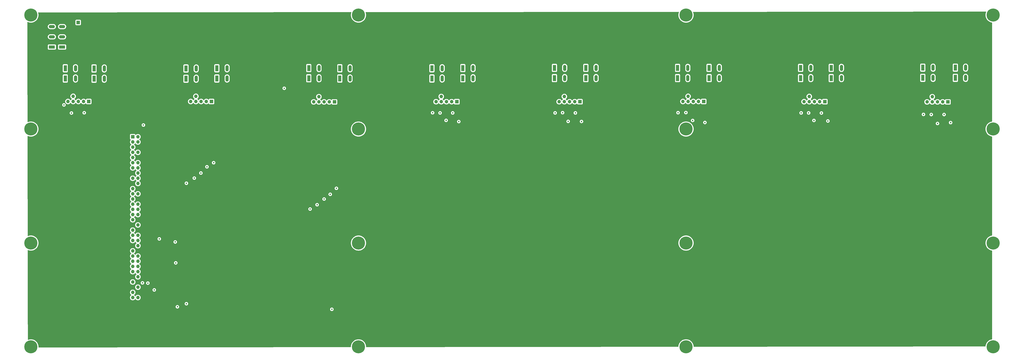
<source format=gbr>
%TF.GenerationSoftware,KiCad,Pcbnew,7.0.8*%
%TF.CreationDate,2023-11-15T12:31:59+01:00*%
%TF.ProjectId,secondary-board-rev1,7365636f-6e64-4617-9279-2d626f617264,rev?*%
%TF.SameCoordinates,Original*%
%TF.FileFunction,Copper,L2,Inr*%
%TF.FilePolarity,Positive*%
%FSLAX46Y46*%
G04 Gerber Fmt 4.6, Leading zero omitted, Abs format (unit mm)*
G04 Created by KiCad (PCBNEW 7.0.8) date 2023-11-15 12:31:59*
%MOMM*%
%LPD*%
G01*
G04 APERTURE LIST*
%TA.AperFunction,ComponentPad*%
%ADD10R,1.500000X3.000000*%
%TD*%
%TA.AperFunction,ComponentPad*%
%ADD11O,1.500000X3.000000*%
%TD*%
%TA.AperFunction,ComponentPad*%
%ADD12C,0.800000*%
%TD*%
%TA.AperFunction,ComponentPad*%
%ADD13C,6.400000*%
%TD*%
%TA.AperFunction,ComponentPad*%
%ADD14R,1.700000X1.700000*%
%TD*%
%TA.AperFunction,ComponentPad*%
%ADD15O,1.700000X1.700000*%
%TD*%
%TA.AperFunction,ComponentPad*%
%ADD16R,3.000000X1.500000*%
%TD*%
%TA.AperFunction,ComponentPad*%
%ADD17O,3.000000X1.500000*%
%TD*%
%TA.AperFunction,ViaPad*%
%ADD18C,0.700000*%
%TD*%
G04 APERTURE END LIST*
D10*
%TO.N,NEUT2*%
%TO.C,J8*%
X436503710Y-570744801D03*
X436503710Y-575744801D03*
D11*
%TO.N,LINE2*%
X441503710Y-570744801D03*
X441503710Y-575744801D03*
%TD*%
D12*
%TO.N,N/C*%
%TO.C,H108*%
X438226938Y-656544801D03*
X438929882Y-654847745D03*
X438929882Y-658241857D03*
X440626938Y-654144801D03*
D13*
X440626938Y-656544801D03*
D12*
X440626938Y-658944801D03*
X442323994Y-654847745D03*
X442323994Y-658241857D03*
X443026938Y-656544801D03*
%TD*%
%TO.N,N/C*%
%TO.C,H108*%
X278226938Y-544878135D03*
X278929882Y-543181079D03*
X278929882Y-546575191D03*
X280626938Y-542478135D03*
D13*
X280626938Y-544878135D03*
D12*
X280626938Y-547278135D03*
X282323994Y-543181079D03*
X282323994Y-546575191D03*
X283026938Y-544878135D03*
%TD*%
D10*
%TO.N,NEUT2*%
%TO.C,J15*%
X196353710Y-571044801D03*
X196353710Y-576044801D03*
D11*
%TO.N,LINE2*%
X201353710Y-571044801D03*
X201353710Y-576044801D03*
%TD*%
D14*
%TO.N,GATE_OUTPUT_8*%
%TO.C,J109*%
X148873710Y-587218135D03*
D15*
%TO.N,SECONDARY_GND*%
X148873710Y-584678135D03*
%TO.N,GATE_8*%
X146333710Y-587218135D03*
%TO.N,SECONDARY_GND*%
X146333710Y-584678135D03*
%TO.N,CV_OUTPUT_8*%
X143793710Y-587218135D03*
%TO.N,SECONDARY_GND*%
X143793710Y-584678135D03*
%TO.N,RELAYS_8*%
X141253710Y-587218135D03*
%TO.N,SECONDARY_5VA*%
X141253710Y-584678135D03*
%TO.N,CV_8*%
X138713710Y-587218135D03*
%TO.N,SECONDARY_GND*%
X138713710Y-584678135D03*
%TD*%
D10*
%TO.N,NEUT2*%
%TO.C,J7*%
X451903710Y-570744801D03*
X451903710Y-575744801D03*
D11*
%TO.N,LINE2*%
X456903710Y-570744801D03*
X456903710Y-575744801D03*
%TD*%
D10*
%TO.N,NEUT2*%
%TO.C,J2*%
X137403710Y-570944801D03*
X137403710Y-575944801D03*
D11*
%TO.N,LINE2*%
X142403710Y-570944801D03*
X142403710Y-575944801D03*
%TD*%
D12*
%TO.N,N/C*%
%TO.C,H108*%
X438226938Y-707378135D03*
X438929882Y-705681079D03*
X438929882Y-709075191D03*
X440626938Y-704978135D03*
D13*
X440626938Y-707378135D03*
D12*
X440626938Y-709778135D03*
X442323994Y-705681079D03*
X442323994Y-709075191D03*
X443026938Y-707378135D03*
%TD*%
%TO.N,N/C*%
%TO.C,H108*%
X278226938Y-707378135D03*
X278929882Y-705681079D03*
X278929882Y-709075191D03*
X280626938Y-704978135D03*
D13*
X280626938Y-707378135D03*
D12*
X280626938Y-709778135D03*
X282323994Y-705681079D03*
X282323994Y-709075191D03*
X283026938Y-707378135D03*
%TD*%
%TO.N,N/C*%
%TO.C,H108*%
X588226938Y-707378135D03*
X588929882Y-705681079D03*
X588929882Y-709075191D03*
X590626938Y-704978135D03*
D13*
X590626938Y-707378135D03*
D12*
X590626938Y-709778135D03*
X592323994Y-705681079D03*
X592323994Y-709075191D03*
X593026938Y-707378135D03*
%TD*%
%TO.N,N/C*%
%TO.C,H108*%
X118226938Y-544878135D03*
X118929882Y-543181079D03*
X118929882Y-546575191D03*
X120626938Y-542478135D03*
D13*
X120626938Y-544878135D03*
D12*
X120626938Y-547278135D03*
X122323994Y-543181079D03*
X122323994Y-546575191D03*
X123026938Y-544878135D03*
%TD*%
D10*
%TO.N,NEUT2*%
%TO.C,J17*%
X256353710Y-570844801D03*
X256353710Y-575844801D03*
D11*
%TO.N,LINE2*%
X261353710Y-570844801D03*
X261353710Y-575844801D03*
%TD*%
D10*
%TO.N,NEUT2*%
%TO.C,J3*%
X572203710Y-570644801D03*
X572203710Y-575644801D03*
D11*
%TO.N,LINE2*%
X577203710Y-570644801D03*
X577203710Y-575644801D03*
%TD*%
D14*
%TO.N,GATE_OUTPUT_15*%
%TO.C,J116*%
X568533710Y-587418135D03*
D15*
%TO.N,SECONDARY_GND*%
X568533710Y-584878135D03*
%TO.N,GATE_15*%
X565993710Y-587418135D03*
%TO.N,SECONDARY_GND*%
X565993710Y-584878135D03*
%TO.N,CV_OUTPUT_15*%
X563453710Y-587418135D03*
%TO.N,SECONDARY_GND*%
X563453710Y-584878135D03*
%TO.N,RELAYS_15*%
X560913710Y-587418135D03*
%TO.N,SECONDARY_5VA*%
X560913710Y-584878135D03*
%TO.N,CV_15*%
X558373710Y-587418135D03*
%TO.N,SECONDARY_GND*%
X558373710Y-584878135D03*
%TD*%
D12*
%TO.N,N/C*%
%TO.C,H108*%
X118226938Y-600711468D03*
X118929882Y-599014412D03*
X118929882Y-602408524D03*
X120626938Y-598311468D03*
D13*
X120626938Y-600711468D03*
D12*
X120626938Y-603111468D03*
X122323994Y-599014412D03*
X122323994Y-602408524D03*
X123026938Y-600711468D03*
%TD*%
D10*
%TO.N,NEUT2*%
%TO.C,J11*%
X376353710Y-570744801D03*
X376353710Y-575744801D03*
D11*
%TO.N,LINE2*%
X381353710Y-570744801D03*
X381353710Y-575744801D03*
%TD*%
D14*
%TO.N,GATE_OUTPUT_13*%
%TO.C,J114*%
X449263710Y-587208135D03*
D15*
%TO.N,SECONDARY_GND*%
X449263710Y-584668135D03*
%TO.N,GATE_13*%
X446723710Y-587208135D03*
%TO.N,SECONDARY_GND*%
X446723710Y-584668135D03*
%TO.N,CV_OUTPUT_13*%
X444183710Y-587208135D03*
%TO.N,SECONDARY_GND*%
X444183710Y-584668135D03*
%TO.N,RELAYS_13*%
X441643710Y-587208135D03*
%TO.N,SECONDARY_5VA*%
X441643710Y-584668135D03*
%TO.N,CV_13*%
X439103710Y-587208135D03*
%TO.N,SECONDARY_GND*%
X439103710Y-584668135D03*
%TD*%
D10*
%TO.N,NEUT2*%
%TO.C,J9*%
X391703710Y-570744801D03*
X391703710Y-575744801D03*
D11*
%TO.N,LINE2*%
X396703710Y-570744801D03*
X396703710Y-575744801D03*
%TD*%
D14*
%TO.N,GATE_OUTPUT_11*%
%TO.C,J112*%
X328673710Y-587318135D03*
D15*
%TO.N,SECONDARY_GND*%
X328673710Y-584778135D03*
%TO.N,GATE_11*%
X326133710Y-587318135D03*
%TO.N,SECONDARY_GND*%
X326133710Y-584778135D03*
%TO.N,CV_OUTPUT_11*%
X323593710Y-587318135D03*
%TO.N,SECONDARY_GND*%
X323593710Y-584778135D03*
%TO.N,RELAYS_11*%
X321053710Y-587318135D03*
%TO.N,SECONDARY_5VA*%
X321053710Y-584778135D03*
%TO.N,CV_11*%
X318513710Y-587318135D03*
%TO.N,SECONDARY_GND*%
X318513710Y-584778135D03*
%TD*%
D12*
%TO.N,N/C*%
%TO.C,H108*%
X438226938Y-544878135D03*
X438929882Y-543181079D03*
X438929882Y-546575191D03*
X440626938Y-542478135D03*
D13*
X440626938Y-544878135D03*
D12*
X440626938Y-547278135D03*
X442323994Y-543181079D03*
X442323994Y-546575191D03*
X443026938Y-544878135D03*
%TD*%
D10*
%TO.N,NEUT2*%
%TO.C,J13*%
X316503710Y-570944801D03*
X316503710Y-575944801D03*
D11*
%TO.N,LINE2*%
X321503710Y-570944801D03*
X321503710Y-575944801D03*
%TD*%
D12*
%TO.N,N/C*%
%TO.C,H108*%
X278226938Y-656544801D03*
X278929882Y-654847745D03*
X278929882Y-658241857D03*
X280626938Y-654144801D03*
D13*
X280626938Y-656544801D03*
D12*
X280626938Y-658944801D03*
X282323994Y-654847745D03*
X282323994Y-658241857D03*
X283026938Y-656544801D03*
%TD*%
%TO.N,N/C*%
%TO.C,H108*%
X118226938Y-656544801D03*
X118929882Y-654847745D03*
X118929882Y-658241857D03*
X120626938Y-654144801D03*
D13*
X120626938Y-656544801D03*
D12*
X120626938Y-658944801D03*
X122323994Y-654847745D03*
X122323994Y-658241857D03*
X123026938Y-656544801D03*
%TD*%
D10*
%TO.N,NEUT2*%
%TO.C,J12*%
X331603710Y-570844801D03*
X331603710Y-575844801D03*
D11*
%TO.N,LINE2*%
X336603710Y-570844801D03*
X336603710Y-575844801D03*
%TD*%
D12*
%TO.N,N/C*%
%TO.C,H108*%
X278226938Y-600711468D03*
X278929882Y-599014412D03*
X278929882Y-602408524D03*
X280626938Y-598311468D03*
D13*
X280626938Y-600711468D03*
D12*
X280626938Y-603111468D03*
X282323994Y-599014412D03*
X282323994Y-602408524D03*
X283026938Y-600711468D03*
%TD*%
%TO.N,N/C*%
%TO.C,H108*%
X438226938Y-600711468D03*
X438929882Y-599014412D03*
X438929882Y-602408524D03*
X440626938Y-598311468D03*
D13*
X440626938Y-600711468D03*
D12*
X440626938Y-603111468D03*
X442323994Y-599014412D03*
X442323994Y-602408524D03*
X443026938Y-600711468D03*
%TD*%
D10*
%TO.N,NEUT2*%
%TO.C,J10*%
X271503710Y-570944801D03*
X271503710Y-575944801D03*
D11*
%TO.N,LINE2*%
X276503710Y-570944801D03*
X276503710Y-575944801D03*
%TD*%
D12*
%TO.N,N/C*%
%TO.C,H108*%
X118226938Y-707378135D03*
X118929882Y-705681079D03*
X118929882Y-709075191D03*
X120626938Y-704978135D03*
D13*
X120626938Y-707378135D03*
D12*
X120626938Y-709778135D03*
X122323994Y-705681079D03*
X122323994Y-709075191D03*
X123026938Y-707378135D03*
%TD*%
D14*
%TO.N,GATE_OUTPUT_10*%
%TO.C,J111*%
X268893710Y-587418135D03*
D15*
%TO.N,SECONDARY_GND*%
X268893710Y-584878135D03*
%TO.N,GATE_10*%
X266353710Y-587418135D03*
%TO.N,SECONDARY_GND*%
X266353710Y-584878135D03*
%TO.N,CV_OUTPUT_10*%
X263813710Y-587418135D03*
%TO.N,SECONDARY_GND*%
X263813710Y-584878135D03*
%TO.N,RELAYS_10*%
X261273710Y-587418135D03*
%TO.N,SECONDARY_5VA*%
X261273710Y-584878135D03*
%TO.N,CV_10*%
X258733710Y-587418135D03*
%TO.N,SECONDARY_GND*%
X258733710Y-584878135D03*
%TD*%
D10*
%TO.N,NEUT2*%
%TO.C,J4*%
X556303710Y-570644801D03*
X556303710Y-575644801D03*
D11*
%TO.N,LINE2*%
X561303710Y-570644801D03*
X561303710Y-575644801D03*
%TD*%
D16*
%TO.N,NEUT2*%
%TO.C,J203*%
X130843710Y-560528135D03*
X135843710Y-560528135D03*
D17*
%TO.N,LINE2*%
X130843710Y-555528135D03*
X135843710Y-555528135D03*
%TO.N,EARTH-2*%
X130843710Y-550528135D03*
X135843710Y-550528135D03*
%TD*%
D14*
%TO.N,GATE_OUTPUT_14*%
%TO.C,J115*%
X508463710Y-587308135D03*
D15*
%TO.N,SECONDARY_GND*%
X508463710Y-584768135D03*
%TO.N,GATE_14*%
X505923710Y-587308135D03*
%TO.N,SECONDARY_GND*%
X505923710Y-584768135D03*
%TO.N,CV_OUTPUT_14*%
X503383710Y-587308135D03*
%TO.N,SECONDARY_GND*%
X503383710Y-584768135D03*
%TO.N,RELAYS_14*%
X500843710Y-587308135D03*
%TO.N,SECONDARY_5VA*%
X500843710Y-584768135D03*
%TO.N,CV_14*%
X498303710Y-587308135D03*
%TO.N,SECONDARY_GND*%
X498303710Y-584768135D03*
%TD*%
D14*
%TO.N,Net-(D123-K)*%
%TO.C,J118*%
X170333710Y-604508135D03*
D15*
%TO.N,Net-(D132-K)*%
X172873710Y-604508135D03*
%TO.N,RELAYS_14*%
X170333710Y-607048135D03*
%TO.N,GATE_8*%
X172873710Y-607048135D03*
%TO.N,Net-(D124-K)*%
X170333710Y-609588135D03*
%TO.N,SECONDARY_GND*%
X172873710Y-609588135D03*
%TO.N,CV_14*%
X170333710Y-612128135D03*
%TO.N,RELAYS_8*%
X172873710Y-612128135D03*
%TO.N,CV_8*%
X170333710Y-614668135D03*
%TO.N,SECONDARY_GND*%
X172873710Y-614668135D03*
%TO.N,SECONDARY_5VA*%
X170333710Y-617208135D03*
%TO.N,Net-(D131-K)*%
X172873710Y-617208135D03*
%TO.N,GATE_9*%
X170333710Y-619748135D03*
%TO.N,Net-(D134-K)*%
X172873710Y-619748135D03*
%TO.N,SECONDARY_GND*%
X170333710Y-622288135D03*
%TO.N,Net-(D133-K)*%
X172873710Y-622288135D03*
%TO.N,RELAYS_9*%
X170333710Y-624828135D03*
%TO.N,SECONDARY_5VA*%
X172873710Y-624828135D03*
%TO.N,SECONDARY_GND*%
X170333710Y-627368135D03*
%TO.N,CV_9*%
X172873710Y-627368135D03*
%TO.N,Net-(D120-K)*%
X170333710Y-629908135D03*
%TO.N,SECONDARY_GND*%
X172873710Y-629908135D03*
%TO.N,GATE_15*%
X170333710Y-632448135D03*
%TO.N,GATE_10*%
X172873710Y-632448135D03*
%TO.N,Net-(D118-K)*%
X170333710Y-634988135D03*
%TO.N,SECONDARY_GND*%
X172873710Y-634988135D03*
%TO.N,Net-(D119-K)*%
X170333710Y-637528135D03*
%TO.N,RELAYS_10*%
X172873710Y-637528135D03*
%TO.N,CV_10*%
X170333710Y-640068135D03*
%TO.N,SECONDARY_5VA*%
X172873710Y-640068135D03*
X170333710Y-642608135D03*
%TO.N,Net-(D127-K)*%
X172873710Y-642608135D03*
%TO.N,GATE_11*%
X170333710Y-645148135D03*
%TO.N,SECONDARY_GND*%
X172873710Y-645148135D03*
X170333710Y-647688135D03*
%TO.N,Net-(D128-K)*%
X172873710Y-647688135D03*
%TO.N,RELAYS_11*%
X170333710Y-650228135D03*
%TO.N,SECONDARY_GND*%
X172873710Y-650228135D03*
%TO.N,SECONDARY_5VA*%
X170333710Y-652768135D03*
%TO.N,CV_11*%
X172873710Y-652768135D03*
%TO.N,Net-(D121-K)*%
X170333710Y-655308135D03*
%TO.N,SECONDARY_5VA*%
X172873710Y-655308135D03*
%TO.N,SECONDARY_GND*%
X170333710Y-657848135D03*
%TO.N,GATE_12*%
X172873710Y-657848135D03*
%TO.N,Net-(D122-K)*%
X170333710Y-660388135D03*
%TO.N,SECONDARY_GND*%
X172873710Y-660388135D03*
%TO.N,SECONDARY_5VA*%
X170333710Y-662928135D03*
%TO.N,RELAYS_12*%
X172873710Y-662928135D03*
%TO.N,CV_12*%
X170333710Y-665468135D03*
%TO.N,CV_15*%
X172873710Y-665468135D03*
%TO.N,RELAYS_15*%
X170333710Y-668008135D03*
%TO.N,Net-(D129-K)*%
X172873710Y-668008135D03*
%TO.N,GATE_13*%
X170333710Y-670548135D03*
%TO.N,SECONDARY_5VA*%
X172873710Y-670548135D03*
%TO.N,SECONDARY_GND*%
X170333710Y-673088135D03*
%TO.N,Net-(D130-K)*%
X172873710Y-673088135D03*
%TO.N,RELAYS_13*%
X170333710Y-675628135D03*
%TO.N,SECONDARY_GND*%
X172873710Y-675628135D03*
X170333710Y-678168135D03*
%TO.N,CV_13*%
X172873710Y-678168135D03*
%TO.N,Net-(D117-K)*%
X170333710Y-680708135D03*
%TO.N,SECONDARY_GND*%
X172873710Y-680708135D03*
%TO.N,SECONDARY_5VA*%
X170333710Y-683248135D03*
%TO.N,GATE_14*%
X172873710Y-683248135D03*
%TD*%
D14*
%TO.N,EARTH-2*%
%TO.C,JP202*%
X143713710Y-548518135D03*
D15*
%TO.N,SECONDARY_GND*%
X146253710Y-548518135D03*
%TD*%
D10*
%TO.N,NEUT2*%
%TO.C,J5*%
X511553710Y-570744801D03*
X511553710Y-575744801D03*
D11*
%TO.N,LINE2*%
X516553710Y-570744801D03*
X516553710Y-575744801D03*
%TD*%
D12*
%TO.N,N/C*%
%TO.C,H108*%
X588226938Y-600711468D03*
X588929882Y-599014412D03*
X588929882Y-602408524D03*
X590626938Y-598311468D03*
D13*
X590626938Y-600711468D03*
D12*
X590626938Y-603111468D03*
X592323994Y-599014412D03*
X592323994Y-602408524D03*
X593026938Y-600711468D03*
%TD*%
D14*
%TO.N,GATE_OUTPUT_9*%
%TO.C,J110*%
X208833710Y-587218135D03*
D15*
%TO.N,SECONDARY_GND*%
X208833710Y-584678135D03*
%TO.N,GATE_9*%
X206293710Y-587218135D03*
%TO.N,SECONDARY_GND*%
X206293710Y-584678135D03*
%TO.N,CV_OUTPUT_9*%
X203753710Y-587218135D03*
%TO.N,SECONDARY_GND*%
X203753710Y-584678135D03*
%TO.N,RELAYS_9*%
X201213710Y-587218135D03*
%TO.N,SECONDARY_5VA*%
X201213710Y-584678135D03*
%TO.N,CV_9*%
X198673710Y-587218135D03*
%TO.N,SECONDARY_GND*%
X198673710Y-584678135D03*
%TD*%
D12*
%TO.N,N/C*%
%TO.C,H108*%
X588226938Y-544878135D03*
X588929882Y-543181079D03*
X588929882Y-546575191D03*
X590626938Y-542478135D03*
D13*
X590626938Y-544878135D03*
D12*
X590626938Y-547278135D03*
X592323994Y-543181079D03*
X592323994Y-546575191D03*
X593026938Y-544878135D03*
%TD*%
D10*
%TO.N,NEUT2*%
%TO.C,J16*%
X211453710Y-570944801D03*
X211453710Y-575944801D03*
D11*
%TO.N,LINE2*%
X216453710Y-570944801D03*
X216453710Y-575944801D03*
%TD*%
D12*
%TO.N,N/C*%
%TO.C,H108*%
X588226938Y-656544801D03*
X588929882Y-654847745D03*
X588929882Y-658241857D03*
X590626938Y-654144801D03*
D13*
X590626938Y-656544801D03*
D12*
X590626938Y-658944801D03*
X592323994Y-654847745D03*
X592323994Y-658241857D03*
X593026938Y-656544801D03*
%TD*%
D10*
%TO.N,NEUT2*%
%TO.C,J14*%
X151453710Y-571044801D03*
X151453710Y-576044801D03*
D11*
%TO.N,LINE2*%
X156453710Y-571044801D03*
X156453710Y-576044801D03*
%TD*%
D10*
%TO.N,NEUT2*%
%TO.C,J6*%
X496603710Y-570744801D03*
X496603710Y-575744801D03*
D11*
%TO.N,LINE2*%
X501603710Y-570744801D03*
X501603710Y-575744801D03*
%TD*%
D14*
%TO.N,GATE_OUTPUT_12*%
%TO.C,J113*%
X388813710Y-587318135D03*
D15*
%TO.N,SECONDARY_GND*%
X388813710Y-584778135D03*
%TO.N,GATE_12*%
X386273710Y-587318135D03*
%TO.N,SECONDARY_GND*%
X386273710Y-584778135D03*
%TO.N,CV_OUTPUT_12*%
X383733710Y-587318135D03*
%TO.N,SECONDARY_GND*%
X383733710Y-584778135D03*
%TO.N,RELAYS_12*%
X381193710Y-587318135D03*
%TO.N,SECONDARY_5VA*%
X381193710Y-584778135D03*
%TO.N,CV_12*%
X378653710Y-587318135D03*
%TO.N,SECONDARY_GND*%
X378653710Y-584778135D03*
%TD*%
D18*
%TO.N,Net-(D117-K)*%
X509923994Y-596748153D03*
%TO.N,Net-(D118-K)*%
X263863994Y-634996176D03*
%TO.N,Net-(D119-K)*%
X563473994Y-597998153D03*
X267613994Y-688996176D03*
%TO.N,Net-(D120-K)*%
X269863994Y-629746176D03*
%TO.N,Net-(D121-K)*%
X389573994Y-596998153D03*
%TO.N,GATE_8*%
X146673994Y-592748153D03*
%TO.N,RELAYS_8*%
X140423994Y-592848153D03*
%TO.N,CV_8*%
X136743994Y-588886176D03*
%TO.N,GATE_9*%
X206623994Y-619198153D03*
%TO.N,RELAYS_9*%
X200423994Y-624748153D03*
%TO.N,CV_9*%
X196573994Y-627248153D03*
%TO.N,GATE_10*%
X266833850Y-632671620D03*
%TO.N,RELAYS_10*%
X260420239Y-637779911D03*
%TO.N,CV_10*%
X256973994Y-639886176D03*
%TO.N,GATE_11*%
X326673994Y-592798153D03*
%TO.N,RELAYS_11*%
X320473994Y-592798153D03*
%TO.N,CV_11*%
X316823994Y-592748153D03*
%TO.N,GATE_12*%
X386573994Y-592798153D03*
X191373994Y-666248153D03*
%TO.N,RELAYS_12*%
X380323994Y-592698153D03*
%TO.N,CV_12*%
X376673994Y-592798153D03*
%TO.N,RELAYS_13*%
X440573994Y-592648153D03*
%TO.N,CV_13*%
X436723994Y-592698153D03*
%TO.N,GATE_14*%
X506773994Y-592848153D03*
%TO.N,RELAYS_14*%
X500523994Y-592798153D03*
%TO.N,CV_14*%
X496873994Y-592798153D03*
%TO.N,GATE_15*%
X566673994Y-593598153D03*
X244363994Y-580746176D03*
%TO.N,RELAYS_15*%
X192173994Y-687748153D03*
X560423994Y-593598153D03*
%TO.N,CV_15*%
X196573994Y-686248153D03*
X556623994Y-593548153D03*
%TO.N,Net-(D122-K)*%
X383073994Y-596948153D03*
%TO.N,Net-(D127-K)*%
X191123994Y-655998153D03*
X329623994Y-597048153D03*
%TO.N,Net-(D128-K)*%
X183323994Y-654498153D03*
X323423994Y-596448153D03*
%TO.N,Net-(D129-K)*%
X449873994Y-597498153D03*
X180873994Y-679498153D03*
%TO.N,Net-(D130-K)*%
X443873994Y-596498153D03*
%TO.N,Net-(D131-K)*%
X209873994Y-617198153D03*
%TO.N,Net-(D132-K)*%
X503123994Y-596498153D03*
%TO.N,Net-(D133-K)*%
X203623994Y-622248153D03*
%TO.N,Net-(D134-K)*%
X175573994Y-598748153D03*
X569873994Y-597548153D03*
%TO.N,SECONDARY_GND*%
X132610000Y-628270000D03*
X170710000Y-587630000D03*
X569490000Y-625730000D03*
X452650000Y-704470000D03*
X399310000Y-597790000D03*
X351050000Y-681610000D03*
X185950000Y-615570000D03*
X442490000Y-549530000D03*
X544090000Y-689230000D03*
X396770000Y-656210000D03*
X163090000Y-587630000D03*
X300250000Y-671450000D03*
X480590000Y-633350000D03*
X526310000Y-580010000D03*
X147850000Y-656210000D03*
X373910000Y-704470000D03*
X584730000Y-585090000D03*
X561870000Y-651130000D03*
X124990000Y-671450000D03*
X485670000Y-630810000D03*
X218970000Y-704470000D03*
X368830000Y-605410000D03*
X191030000Y-572390000D03*
X577110000Y-600330000D03*
X508530000Y-623190000D03*
X259610000Y-704470000D03*
X442490000Y-640970000D03*
X124990000Y-552070000D03*
X566950000Y-696850000D03*
X561870000Y-630810000D03*
X246910000Y-630810000D03*
X475510000Y-633350000D03*
X582190000Y-620650000D03*
X196110000Y-546990000D03*
X577110000Y-630810000D03*
X579650000Y-653670000D03*
X429790000Y-646050000D03*
X170710000Y-574930000D03*
X566950000Y-689230000D03*
X378990000Y-696850000D03*
X213890000Y-630810000D03*
X320570000Y-699390000D03*
X165630000Y-587630000D03*
X206270000Y-546990000D03*
X348510000Y-544450000D03*
X513610000Y-595250000D03*
X488210000Y-704470000D03*
X503450000Y-628270000D03*
X122450000Y-668910000D03*
X127530000Y-595250000D03*
X267230000Y-567310000D03*
X351050000Y-646050000D03*
X165630000Y-635890000D03*
X244370000Y-681610000D03*
X221510000Y-704470000D03*
X152930000Y-640970000D03*
X498370000Y-689230000D03*
X445030000Y-607950000D03*
X140230000Y-610490000D03*
X432330000Y-661290000D03*
X533930000Y-701930000D03*
X470430000Y-653670000D03*
X561870000Y-701930000D03*
X427250000Y-704470000D03*
X424710000Y-673990000D03*
X508530000Y-638430000D03*
X152930000Y-643510000D03*
X132610000Y-544450000D03*
X442490000Y-610490000D03*
X526310000Y-638430000D03*
X391690000Y-661290000D03*
X221510000Y-671450000D03*
X579650000Y-648590000D03*
X396770000Y-544450000D03*
X257070000Y-704470000D03*
X140230000Y-666370000D03*
X498370000Y-686690000D03*
X533930000Y-666370000D03*
X203730000Y-681610000D03*
X226590000Y-615570000D03*
X124990000Y-585090000D03*
X264690000Y-549530000D03*
X554250000Y-666370000D03*
X427250000Y-658750000D03*
X450110000Y-546990000D03*
X467890000Y-658750000D03*
X574570000Y-656210000D03*
X124990000Y-567310000D03*
X226590000Y-569850000D03*
X551710000Y-658750000D03*
X119910000Y-615570000D03*
X526310000Y-615570000D03*
X457730000Y-668910000D03*
X462810000Y-567310000D03*
X132610000Y-623190000D03*
X513610000Y-694310000D03*
X569490000Y-696850000D03*
X429790000Y-668910000D03*
X584730000Y-610490000D03*
X424710000Y-572390000D03*
X493290000Y-623190000D03*
X241830000Y-704470000D03*
X437410000Y-595250000D03*
X528850000Y-544450000D03*
X130070000Y-699390000D03*
X119910000Y-666370000D03*
X566950000Y-643510000D03*
X226590000Y-658750000D03*
X467890000Y-590170000D03*
X493290000Y-704470000D03*
X569490000Y-544450000D03*
X577110000Y-653670000D03*
X389150000Y-663830000D03*
X239290000Y-567310000D03*
X140230000Y-696850000D03*
X285010000Y-701930000D03*
X127530000Y-564770000D03*
X155470000Y-633350000D03*
X579650000Y-658750000D03*
X312950000Y-552070000D03*
X122450000Y-701930000D03*
X292630000Y-569850000D03*
X483130000Y-704470000D03*
X295170000Y-653670000D03*
X546630000Y-701930000D03*
X249450000Y-600330000D03*
X559330000Y-679070000D03*
X569490000Y-661290000D03*
X163090000Y-646050000D03*
X353590000Y-651130000D03*
X559330000Y-686690000D03*
X579650000Y-585090000D03*
X150390000Y-656210000D03*
X384070000Y-600330000D03*
X371370000Y-640970000D03*
X472970000Y-618110000D03*
X231670000Y-707010000D03*
X587270000Y-653670000D03*
X572030000Y-613030000D03*
X191030000Y-552070000D03*
X584730000Y-597790000D03*
X300250000Y-696850000D03*
X368830000Y-681610000D03*
X472970000Y-651130000D03*
X295170000Y-590170000D03*
X587270000Y-582550000D03*
X384070000Y-673990000D03*
X470430000Y-618110000D03*
X376450000Y-653670000D03*
X254530000Y-592710000D03*
X361210000Y-704470000D03*
X526310000Y-569850000D03*
X277390000Y-607950000D03*
X554250000Y-625730000D03*
X198650000Y-595250000D03*
X587270000Y-592710000D03*
X536470000Y-585090000D03*
X244370000Y-595250000D03*
X516150000Y-628270000D03*
X467890000Y-585090000D03*
X345970000Y-651130000D03*
X439950000Y-673990000D03*
X386610000Y-567310000D03*
X495830000Y-646050000D03*
X353590000Y-694310000D03*
X521230000Y-679070000D03*
X130070000Y-577470000D03*
X572030000Y-689230000D03*
X518690000Y-625730000D03*
X124990000Y-679070000D03*
X290090000Y-625730000D03*
X168170000Y-691770000D03*
X442490000Y-701930000D03*
X478050000Y-638430000D03*
X356130000Y-640970000D03*
X467890000Y-549530000D03*
X246910000Y-569850000D03*
X526310000Y-676530000D03*
X345970000Y-567310000D03*
X546630000Y-696850000D03*
X429790000Y-696850000D03*
X518690000Y-623190000D03*
X234210000Y-623190000D03*
X371370000Y-701930000D03*
X495830000Y-620650000D03*
X140230000Y-679070000D03*
X584730000Y-671450000D03*
X445030000Y-646050000D03*
X569490000Y-620650000D03*
X460270000Y-597790000D03*
X287550000Y-653670000D03*
X279930000Y-635890000D03*
X310410000Y-613030000D03*
X546630000Y-646050000D03*
X130070000Y-691770000D03*
X373910000Y-546990000D03*
X272310000Y-587630000D03*
X386610000Y-613030000D03*
X307870000Y-694310000D03*
X472970000Y-635890000D03*
X429790000Y-699390000D03*
X262150000Y-651130000D03*
X234210000Y-691770000D03*
X363750000Y-638430000D03*
X168170000Y-623190000D03*
X246910000Y-707010000D03*
X516150000Y-661290000D03*
X285010000Y-691770000D03*
X475510000Y-590170000D03*
X409470000Y-656210000D03*
X234210000Y-625730000D03*
X505990000Y-602870000D03*
X409470000Y-549530000D03*
X196110000Y-630810000D03*
X450110000Y-592710000D03*
X358670000Y-668910000D03*
X483130000Y-673990000D03*
X168170000Y-707010000D03*
X160550000Y-600330000D03*
X285010000Y-707010000D03*
X584730000Y-549530000D03*
X239290000Y-691770000D03*
X432330000Y-569850000D03*
X196110000Y-651130000D03*
X147850000Y-686690000D03*
X122450000Y-686690000D03*
X168170000Y-648590000D03*
X394230000Y-694310000D03*
X521230000Y-651130000D03*
X399310000Y-610490000D03*
X305330000Y-635890000D03*
X188490000Y-613030000D03*
X236750000Y-704470000D03*
X254530000Y-699390000D03*
X239290000Y-549530000D03*
X302790000Y-640970000D03*
X178330000Y-620650000D03*
X145310000Y-653670000D03*
X549170000Y-648590000D03*
X203730000Y-630810000D03*
X412010000Y-574930000D03*
X406930000Y-646050000D03*
X142770000Y-620650000D03*
X249450000Y-546990000D03*
X208810000Y-549530000D03*
X544090000Y-704470000D03*
X503450000Y-625730000D03*
X356130000Y-585090000D03*
X462810000Y-549530000D03*
X554250000Y-585090000D03*
X180870000Y-666370000D03*
X460270000Y-610490000D03*
X330730000Y-699390000D03*
X318030000Y-630810000D03*
X135150000Y-651130000D03*
X351050000Y-595250000D03*
X572030000Y-633350000D03*
X500910000Y-679070000D03*
X384070000Y-651130000D03*
X165630000Y-574930000D03*
X523770000Y-704470000D03*
X412010000Y-651130000D03*
X285010000Y-648590000D03*
X191030000Y-630810000D03*
X470430000Y-628270000D03*
X556790000Y-651130000D03*
X495830000Y-595250000D03*
X290090000Y-681610000D03*
X541550000Y-671450000D03*
X493290000Y-684150000D03*
X211350000Y-544450000D03*
X498370000Y-595250000D03*
X300250000Y-549530000D03*
X462810000Y-635890000D03*
X363750000Y-643510000D03*
X427250000Y-673990000D03*
X173250000Y-544450000D03*
X173250000Y-707010000D03*
X211350000Y-587630000D03*
X528850000Y-613030000D03*
X287550000Y-572390000D03*
X564410000Y-549530000D03*
X445030000Y-592710000D03*
X478050000Y-694310000D03*
X130070000Y-582550000D03*
X414550000Y-666370000D03*
X371370000Y-630810000D03*
X450110000Y-658750000D03*
X546630000Y-595250000D03*
X259610000Y-607950000D03*
X297710000Y-701930000D03*
X450110000Y-694310000D03*
X566950000Y-666370000D03*
X180870000Y-580010000D03*
X251990000Y-643510000D03*
X470430000Y-646050000D03*
X285010000Y-572390000D03*
X226590000Y-574930000D03*
X173250000Y-689230000D03*
X457730000Y-590170000D03*
X226590000Y-546990000D03*
X163090000Y-600330000D03*
X119910000Y-595250000D03*
X201190000Y-651130000D03*
X447570000Y-590170000D03*
X582190000Y-590170000D03*
X163090000Y-661290000D03*
X130070000Y-574930000D03*
X119910000Y-569850000D03*
X465350000Y-590170000D03*
X277390000Y-595250000D03*
X564410000Y-635890000D03*
X462810000Y-607950000D03*
X513610000Y-607950000D03*
X417090000Y-618110000D03*
X386610000Y-666370000D03*
X389150000Y-666370000D03*
X406930000Y-592710000D03*
X124990000Y-620650000D03*
X218970000Y-699390000D03*
X244370000Y-552070000D03*
X434870000Y-653670000D03*
X450110000Y-635890000D03*
X361210000Y-623190000D03*
X475510000Y-544450000D03*
X412010000Y-615570000D03*
X234210000Y-569850000D03*
X142770000Y-592710000D03*
X556790000Y-694310000D03*
X419630000Y-595250000D03*
X241830000Y-630810000D03*
X292630000Y-653670000D03*
X226590000Y-610490000D03*
X358670000Y-585090000D03*
X432330000Y-633350000D03*
X191030000Y-671450000D03*
X132610000Y-658750000D03*
X218970000Y-605410000D03*
X353590000Y-546990000D03*
X226590000Y-544450000D03*
X445030000Y-549530000D03*
X389150000Y-605410000D03*
X305330000Y-681610000D03*
X523770000Y-587630000D03*
X175790000Y-546990000D03*
X559330000Y-628270000D03*
X251990000Y-549530000D03*
X140230000Y-630810000D03*
X465350000Y-623190000D03*
X541550000Y-653670000D03*
X437410000Y-638430000D03*
X460270000Y-623190000D03*
X323110000Y-694310000D03*
X287550000Y-646050000D03*
X533930000Y-643510000D03*
X155470000Y-658750000D03*
X414550000Y-673990000D03*
X511070000Y-679070000D03*
X467890000Y-615570000D03*
X394230000Y-615570000D03*
X574570000Y-638430000D03*
X500910000Y-600330000D03*
X224050000Y-592710000D03*
X127530000Y-580010000D03*
X340890000Y-658750000D03*
X302790000Y-544450000D03*
X414550000Y-653670000D03*
X262150000Y-592710000D03*
X544090000Y-635890000D03*
X267230000Y-694310000D03*
X165630000Y-666370000D03*
X282470000Y-615570000D03*
X183410000Y-580010000D03*
X544090000Y-595250000D03*
X196110000Y-707010000D03*
X378990000Y-671450000D03*
X251990000Y-615570000D03*
X340890000Y-691770000D03*
X345970000Y-671450000D03*
X470430000Y-607950000D03*
X282470000Y-587630000D03*
X277390000Y-618110000D03*
X376450000Y-658750000D03*
X569490000Y-633350000D03*
X160550000Y-679070000D03*
X312950000Y-658750000D03*
X295170000Y-587630000D03*
X140230000Y-694310000D03*
X279930000Y-671450000D03*
X432330000Y-694310000D03*
X224050000Y-620650000D03*
X574570000Y-689230000D03*
X348510000Y-653670000D03*
X462810000Y-610490000D03*
X147850000Y-552070000D03*
X419630000Y-640970000D03*
X315490000Y-552070000D03*
X579650000Y-696850000D03*
X371370000Y-600330000D03*
X366290000Y-635890000D03*
X478050000Y-620650000D03*
X569490000Y-653670000D03*
X381530000Y-653670000D03*
X315490000Y-620650000D03*
X150390000Y-676530000D03*
X366290000Y-638430000D03*
X160550000Y-691770000D03*
X351050000Y-663830000D03*
X478050000Y-701930000D03*
X419630000Y-572390000D03*
X551710000Y-569850000D03*
X152930000Y-546990000D03*
X475510000Y-666370000D03*
X145310000Y-666370000D03*
X155470000Y-648590000D03*
X216430000Y-544450000D03*
X531390000Y-699390000D03*
X180870000Y-699390000D03*
X523770000Y-549530000D03*
X373910000Y-602870000D03*
X348510000Y-592710000D03*
X328190000Y-605410000D03*
X160550000Y-686690000D03*
X130070000Y-610490000D03*
X165630000Y-643510000D03*
X193570000Y-595250000D03*
X518690000Y-587630000D03*
X396770000Y-633350000D03*
X267230000Y-577470000D03*
X429790000Y-585090000D03*
X437410000Y-628270000D03*
X434870000Y-648590000D03*
X544090000Y-686690000D03*
X211350000Y-696850000D03*
X175790000Y-592710000D03*
X505990000Y-673990000D03*
X368830000Y-567310000D03*
X450110000Y-691770000D03*
X569490000Y-618110000D03*
X135150000Y-618110000D03*
X152930000Y-661290000D03*
X417090000Y-546990000D03*
X345970000Y-666370000D03*
X536470000Y-691770000D03*
X152930000Y-658750000D03*
X246910000Y-620650000D03*
X135150000Y-663830000D03*
X188490000Y-643510000D03*
X488210000Y-646050000D03*
X579650000Y-623190000D03*
X521230000Y-653670000D03*
X452650000Y-633350000D03*
X511070000Y-668910000D03*
X498370000Y-610490000D03*
X406930000Y-569850000D03*
X566950000Y-648590000D03*
X292630000Y-694310000D03*
X183410000Y-549530000D03*
X445030000Y-544450000D03*
X312950000Y-610490000D03*
X241830000Y-600330000D03*
X178330000Y-587630000D03*
X183410000Y-613030000D03*
X554250000Y-630810000D03*
X549170000Y-643510000D03*
X493290000Y-663830000D03*
X216430000Y-658750000D03*
X307870000Y-628270000D03*
X163090000Y-673990000D03*
X549170000Y-585090000D03*
X287550000Y-574930000D03*
X462810000Y-663830000D03*
X508530000Y-618110000D03*
X498370000Y-648590000D03*
X333270000Y-704470000D03*
X577110000Y-595250000D03*
X554250000Y-658750000D03*
X259610000Y-630810000D03*
X351050000Y-597790000D03*
X569490000Y-623190000D03*
X348510000Y-704470000D03*
X371370000Y-635890000D03*
X462810000Y-587630000D03*
X470430000Y-595250000D03*
X546630000Y-691770000D03*
X376450000Y-696850000D03*
X528850000Y-648590000D03*
X368830000Y-663830000D03*
X201190000Y-643510000D03*
X163090000Y-633350000D03*
X399310000Y-666370000D03*
X544090000Y-681610000D03*
X193570000Y-707010000D03*
X437410000Y-684150000D03*
X455190000Y-595250000D03*
X175790000Y-696850000D03*
X305330000Y-628270000D03*
X495830000Y-625730000D03*
X158010000Y-679070000D03*
X150390000Y-648590000D03*
X549170000Y-567310000D03*
X475510000Y-549530000D03*
X251990000Y-600330000D03*
X345970000Y-648590000D03*
X518690000Y-691770000D03*
X292630000Y-643510000D03*
X158010000Y-701930000D03*
X414550000Y-676530000D03*
X325650000Y-666370000D03*
X460270000Y-549530000D03*
X452650000Y-656210000D03*
X231670000Y-640970000D03*
X472970000Y-628270000D03*
X457730000Y-615570000D03*
X323110000Y-630810000D03*
X378990000Y-602870000D03*
X119910000Y-585090000D03*
X462810000Y-694310000D03*
X269770000Y-546990000D03*
X193570000Y-544450000D03*
X234210000Y-640970000D03*
X150390000Y-630810000D03*
X338350000Y-592710000D03*
X224050000Y-549530000D03*
X559330000Y-694310000D03*
X577110000Y-673990000D03*
X185950000Y-707010000D03*
X559330000Y-663830000D03*
X409470000Y-699390000D03*
X414550000Y-602870000D03*
X292630000Y-623190000D03*
X140230000Y-613030000D03*
X401850000Y-633350000D03*
X389150000Y-661290000D03*
X178330000Y-607950000D03*
X231670000Y-704470000D03*
X229130000Y-640970000D03*
X193570000Y-691770000D03*
X559330000Y-653670000D03*
X361210000Y-613030000D03*
X564410000Y-615570000D03*
X353590000Y-643510000D03*
X472970000Y-640970000D03*
X579650000Y-607950000D03*
X472970000Y-595250000D03*
X523770000Y-605410000D03*
X119910000Y-686690000D03*
X257070000Y-549530000D03*
X130070000Y-592710000D03*
X412010000Y-567310000D03*
X561870000Y-656210000D03*
X503450000Y-699390000D03*
X478050000Y-544450000D03*
X135150000Y-610490000D03*
X300250000Y-635890000D03*
X203730000Y-549530000D03*
X460270000Y-620650000D03*
X188490000Y-600330000D03*
X401850000Y-668910000D03*
X343430000Y-602870000D03*
X285010000Y-610490000D03*
X249450000Y-585090000D03*
X417090000Y-572390000D03*
X351050000Y-587630000D03*
X122450000Y-574930000D03*
X500910000Y-684150000D03*
X152930000Y-676530000D03*
X572030000Y-628270000D03*
X498370000Y-625730000D03*
X526310000Y-704470000D03*
X338350000Y-646050000D03*
X119910000Y-694310000D03*
X414550000Y-613030000D03*
X511070000Y-635890000D03*
X536470000Y-666370000D03*
X536470000Y-620650000D03*
X516150000Y-585090000D03*
X480590000Y-607950000D03*
X447570000Y-544450000D03*
X163090000Y-679070000D03*
X287550000Y-567310000D03*
X378990000Y-638430000D03*
X574570000Y-694310000D03*
X348510000Y-587630000D03*
X150390000Y-679070000D03*
X427250000Y-590170000D03*
X345970000Y-595250000D03*
X188490000Y-549530000D03*
X483130000Y-567310000D03*
X373910000Y-623190000D03*
X267230000Y-704470000D03*
X574570000Y-635890000D03*
X582190000Y-585090000D03*
X363750000Y-610490000D03*
X399310000Y-549530000D03*
X249450000Y-590170000D03*
X381530000Y-615570000D03*
X356130000Y-597790000D03*
X224050000Y-615570000D03*
X295170000Y-648590000D03*
X480590000Y-610490000D03*
X465350000Y-633350000D03*
X277390000Y-696850000D03*
X544090000Y-656210000D03*
X528850000Y-602870000D03*
X391690000Y-679070000D03*
X307870000Y-681610000D03*
X282470000Y-605410000D03*
X122450000Y-549530000D03*
X124990000Y-572390000D03*
X460270000Y-628270000D03*
X521230000Y-684150000D03*
X310410000Y-681610000D03*
X414550000Y-544450000D03*
X462810000Y-623190000D03*
X152930000Y-663830000D03*
X439950000Y-684150000D03*
X267230000Y-696850000D03*
X163090000Y-635890000D03*
X399310000Y-602870000D03*
X236750000Y-544450000D03*
X531390000Y-696850000D03*
X521230000Y-681610000D03*
X577110000Y-679070000D03*
X315490000Y-625730000D03*
X175790000Y-707010000D03*
X246910000Y-691770000D03*
X307870000Y-701930000D03*
X483130000Y-577470000D03*
X587270000Y-684150000D03*
X551710000Y-671450000D03*
X208810000Y-544450000D03*
X462810000Y-638430000D03*
X285010000Y-607950000D03*
X124990000Y-684150000D03*
X366290000Y-694310000D03*
X338350000Y-663830000D03*
X226590000Y-587630000D03*
X467890000Y-567310000D03*
X508530000Y-694310000D03*
X124990000Y-595250000D03*
X574570000Y-625730000D03*
X269770000Y-646050000D03*
X363750000Y-696850000D03*
X495830000Y-651130000D03*
X163090000Y-691770000D03*
X282470000Y-620650000D03*
X587270000Y-666370000D03*
X315490000Y-656210000D03*
X500910000Y-544450000D03*
X285010000Y-656210000D03*
X165630000Y-653670000D03*
X574570000Y-648590000D03*
X521230000Y-696850000D03*
X544090000Y-653670000D03*
X412010000Y-597790000D03*
X508530000Y-615570000D03*
X127530000Y-600330000D03*
X267230000Y-701930000D03*
X483130000Y-663830000D03*
X452650000Y-640970000D03*
X452650000Y-618110000D03*
X483130000Y-701930000D03*
X399310000Y-595250000D03*
X584730000Y-569850000D03*
X523770000Y-696850000D03*
X452650000Y-607950000D03*
X358670000Y-577470000D03*
X376450000Y-704470000D03*
X437410000Y-648590000D03*
X399310000Y-635890000D03*
X442490000Y-671450000D03*
X361210000Y-638430000D03*
X561870000Y-643510000D03*
X422170000Y-638430000D03*
X147850000Y-694310000D03*
X378990000Y-653670000D03*
X124990000Y-640970000D03*
X442490000Y-666370000D03*
X226590000Y-618110000D03*
X539010000Y-577470000D03*
X528850000Y-618110000D03*
X343430000Y-595250000D03*
X287550000Y-699390000D03*
X158010000Y-684150000D03*
X465350000Y-546990000D03*
X147850000Y-651130000D03*
X318030000Y-663830000D03*
X287550000Y-552070000D03*
X363750000Y-585090000D03*
X511070000Y-602870000D03*
X168170000Y-580010000D03*
X577110000Y-633350000D03*
X168170000Y-646050000D03*
X216430000Y-549530000D03*
X287550000Y-681610000D03*
X246910000Y-577470000D03*
X264690000Y-681610000D03*
X500910000Y-673990000D03*
X439950000Y-679070000D03*
X577110000Y-607950000D03*
X361210000Y-648590000D03*
X587270000Y-569850000D03*
X246910000Y-701930000D03*
X198650000Y-681610000D03*
X480590000Y-549530000D03*
X582190000Y-671450000D03*
X351050000Y-569850000D03*
X467890000Y-577470000D03*
X460270000Y-638430000D03*
X523770000Y-620650000D03*
X572030000Y-582550000D03*
X429790000Y-628270000D03*
X399310000Y-676530000D03*
X478050000Y-704470000D03*
X485670000Y-623190000D03*
X544090000Y-640970000D03*
X165630000Y-567310000D03*
X462810000Y-613030000D03*
X140230000Y-620650000D03*
X300250000Y-572390000D03*
X246910000Y-595250000D03*
X124990000Y-623190000D03*
X472970000Y-638430000D03*
X124990000Y-618110000D03*
X320570000Y-681610000D03*
X244370000Y-651130000D03*
X582190000Y-623190000D03*
X150390000Y-689230000D03*
X455190000Y-668910000D03*
X429790000Y-620650000D03*
X297710000Y-653670000D03*
X272310000Y-546990000D03*
X323110000Y-552070000D03*
X470430000Y-691770000D03*
X488210000Y-607950000D03*
X239290000Y-707010000D03*
X399310000Y-663830000D03*
X343430000Y-699390000D03*
X307870000Y-546990000D03*
X536470000Y-574930000D03*
X257070000Y-646050000D03*
X483130000Y-544450000D03*
X500910000Y-635890000D03*
X343430000Y-569850000D03*
X528850000Y-546990000D03*
X295170000Y-592710000D03*
X414550000Y-574930000D03*
X569490000Y-643510000D03*
X246910000Y-546990000D03*
X335810000Y-607950000D03*
X381530000Y-646050000D03*
X381530000Y-613030000D03*
X414550000Y-651130000D03*
X249450000Y-613030000D03*
X389150000Y-681610000D03*
X318030000Y-595250000D03*
X158010000Y-643510000D03*
X414550000Y-618110000D03*
X587270000Y-694310000D03*
X404390000Y-694310000D03*
X163090000Y-569850000D03*
X528850000Y-673990000D03*
X155470000Y-656210000D03*
X566950000Y-694310000D03*
X414550000Y-597790000D03*
X564410000Y-610490000D03*
X119910000Y-587630000D03*
X315490000Y-600330000D03*
X287550000Y-592710000D03*
X338350000Y-633350000D03*
X310410000Y-640970000D03*
X305330000Y-699390000D03*
X168170000Y-651130000D03*
X343430000Y-610490000D03*
X493290000Y-646050000D03*
X434870000Y-615570000D03*
X163090000Y-701930000D03*
X180870000Y-707010000D03*
X135150000Y-646050000D03*
X363750000Y-681610000D03*
X239290000Y-694310000D03*
X564410000Y-694310000D03*
X531390000Y-633350000D03*
X193570000Y-602870000D03*
X206270000Y-694310000D03*
X569490000Y-635890000D03*
X366290000Y-696850000D03*
X541550000Y-572390000D03*
X561870000Y-638430000D03*
X564410000Y-628270000D03*
X155470000Y-696850000D03*
X234210000Y-671450000D03*
X437410000Y-679070000D03*
X544090000Y-549530000D03*
X427250000Y-671450000D03*
X264690000Y-701930000D03*
X264690000Y-704470000D03*
X290090000Y-546990000D03*
X412010000Y-577470000D03*
X343430000Y-694310000D03*
X561870000Y-546990000D03*
X127530000Y-643510000D03*
X559330000Y-620650000D03*
X272310000Y-585090000D03*
X328190000Y-602870000D03*
X462810000Y-661290000D03*
X262150000Y-600330000D03*
X259610000Y-600330000D03*
X272310000Y-544450000D03*
X254530000Y-587630000D03*
X541550000Y-623190000D03*
X475510000Y-585090000D03*
X277390000Y-635890000D03*
X587270000Y-605410000D03*
X582190000Y-701930000D03*
X536470000Y-689230000D03*
X135150000Y-671450000D03*
X208810000Y-699390000D03*
X231670000Y-590170000D03*
X378990000Y-699390000D03*
X396770000Y-638430000D03*
X307870000Y-572390000D03*
X401850000Y-602870000D03*
X417090000Y-590170000D03*
X305330000Y-549530000D03*
X434870000Y-656210000D03*
X150390000Y-668910000D03*
X160550000Y-630810000D03*
X140230000Y-691770000D03*
X330730000Y-615570000D03*
X297710000Y-699390000D03*
X579650000Y-587630000D03*
X384070000Y-646050000D03*
X173250000Y-590170000D03*
X406930000Y-653670000D03*
X122450000Y-605410000D03*
X531390000Y-615570000D03*
X188490000Y-597790000D03*
X353590000Y-630810000D03*
X475510000Y-625730000D03*
X500910000Y-595250000D03*
X541550000Y-696850000D03*
X168170000Y-574930000D03*
X531390000Y-569850000D03*
X480590000Y-635890000D03*
X450110000Y-615570000D03*
X572030000Y-600330000D03*
X119910000Y-580010000D03*
X196110000Y-704470000D03*
X246910000Y-704470000D03*
X503450000Y-643510000D03*
X536470000Y-646050000D03*
X475510000Y-597790000D03*
X246910000Y-567310000D03*
X582190000Y-549530000D03*
X462810000Y-696850000D03*
X561870000Y-686690000D03*
X424710000Y-577470000D03*
X290090000Y-707010000D03*
X442490000Y-620650000D03*
X401850000Y-699390000D03*
X307870000Y-699390000D03*
X549170000Y-666370000D03*
X376450000Y-600330000D03*
X478050000Y-679070000D03*
X178330000Y-691770000D03*
X282470000Y-694310000D03*
X452650000Y-600330000D03*
X561870000Y-699390000D03*
X234210000Y-607950000D03*
X539010000Y-587630000D03*
X185950000Y-546990000D03*
X447570000Y-668910000D03*
X432330000Y-643510000D03*
X340890000Y-635890000D03*
X505990000Y-630810000D03*
X422170000Y-704470000D03*
X142770000Y-671450000D03*
X163090000Y-666370000D03*
X536470000Y-567310000D03*
X345970000Y-704470000D03*
X422170000Y-663830000D03*
X381530000Y-701930000D03*
X163090000Y-590170000D03*
X437410000Y-663830000D03*
X546630000Y-549530000D03*
X422170000Y-633350000D03*
X236750000Y-552070000D03*
X541550000Y-567310000D03*
X218970000Y-658750000D03*
X262150000Y-694310000D03*
X577110000Y-610490000D03*
X307870000Y-587630000D03*
X533930000Y-569850000D03*
X528850000Y-671450000D03*
X452650000Y-663830000D03*
X470430000Y-592710000D03*
X417090000Y-613030000D03*
X429790000Y-671450000D03*
X145310000Y-679070000D03*
X208810000Y-546990000D03*
X536470000Y-610490000D03*
X582190000Y-582550000D03*
X244370000Y-643510000D03*
X384070000Y-615570000D03*
X559330000Y-661290000D03*
X325650000Y-607950000D03*
X564410000Y-699390000D03*
X175790000Y-595250000D03*
X363750000Y-668910000D03*
X165630000Y-671450000D03*
X320570000Y-610490000D03*
X536470000Y-673990000D03*
X376450000Y-699390000D03*
X236750000Y-597790000D03*
X175790000Y-549530000D03*
X472970000Y-597790000D03*
X566950000Y-574930000D03*
X218970000Y-546990000D03*
X539010000Y-676530000D03*
X493290000Y-600330000D03*
X297710000Y-704470000D03*
X127530000Y-635890000D03*
X536470000Y-686690000D03*
X363750000Y-633350000D03*
X152930000Y-704470000D03*
X546630000Y-651130000D03*
X409470000Y-620650000D03*
X333270000Y-663830000D03*
X244370000Y-544450000D03*
X546630000Y-684150000D03*
X333270000Y-648590000D03*
X361210000Y-592710000D03*
X488210000Y-686690000D03*
X160550000Y-640970000D03*
X437410000Y-643510000D03*
X333270000Y-643510000D03*
X137690000Y-638430000D03*
X434870000Y-704470000D03*
X572030000Y-643510000D03*
X300250000Y-633350000D03*
X582190000Y-597790000D03*
X500910000Y-671450000D03*
X582190000Y-663830000D03*
X450110000Y-628270000D03*
X406930000Y-590170000D03*
X427250000Y-625730000D03*
X551710000Y-686690000D03*
X145310000Y-651130000D03*
X386610000Y-625730000D03*
X330730000Y-552070000D03*
X262150000Y-590170000D03*
X386610000Y-671450000D03*
X460270000Y-691770000D03*
X155470000Y-643510000D03*
X124990000Y-607950000D03*
X206270000Y-643510000D03*
X353590000Y-590170000D03*
X279930000Y-590170000D03*
X185950000Y-607950000D03*
X523770000Y-580010000D03*
X333270000Y-651130000D03*
X480590000Y-569850000D03*
X536470000Y-572390000D03*
X300250000Y-574930000D03*
X478050000Y-613030000D03*
X361210000Y-574930000D03*
X546630000Y-699390000D03*
X119910000Y-582550000D03*
X348510000Y-602870000D03*
X234210000Y-587630000D03*
X521230000Y-602870000D03*
X175790000Y-552070000D03*
X137690000Y-613030000D03*
X290090000Y-623190000D03*
X544090000Y-673990000D03*
X287550000Y-696850000D03*
X183410000Y-577470000D03*
X353590000Y-646050000D03*
X450110000Y-640970000D03*
X472970000Y-673990000D03*
X191030000Y-696850000D03*
X150390000Y-684150000D03*
X170710000Y-694310000D03*
X549170000Y-651130000D03*
X518690000Y-673990000D03*
X404390000Y-656210000D03*
X236750000Y-625730000D03*
X282470000Y-592710000D03*
X439950000Y-699390000D03*
X523770000Y-569850000D03*
X549170000Y-663830000D03*
X193570000Y-552070000D03*
X490750000Y-572390000D03*
X516150000Y-600330000D03*
X424710000Y-653670000D03*
X168170000Y-592710000D03*
X531390000Y-646050000D03*
X366290000Y-704470000D03*
X465350000Y-666370000D03*
X467890000Y-620650000D03*
X493290000Y-648590000D03*
X132610000Y-564770000D03*
X262150000Y-544450000D03*
X556790000Y-600330000D03*
X180870000Y-694310000D03*
X226590000Y-630810000D03*
X579650000Y-640970000D03*
X564410000Y-691770000D03*
X434870000Y-646050000D03*
X546630000Y-640970000D03*
X582190000Y-699390000D03*
X488210000Y-668910000D03*
X546630000Y-671450000D03*
X541550000Y-602870000D03*
X140230000Y-684150000D03*
X584730000Y-691770000D03*
X457730000Y-625730000D03*
X516150000Y-704470000D03*
X556790000Y-618110000D03*
X521230000Y-544450000D03*
X544090000Y-661290000D03*
X412010000Y-595250000D03*
X513610000Y-661290000D03*
X511070000Y-605410000D03*
X546630000Y-643510000D03*
X376450000Y-595250000D03*
X259610000Y-552070000D03*
X531390000Y-572390000D03*
X241830000Y-577470000D03*
X345970000Y-630810000D03*
X442490000Y-696850000D03*
X445030000Y-546990000D03*
X254530000Y-605410000D03*
X394230000Y-699390000D03*
X318030000Y-671450000D03*
X318030000Y-544450000D03*
X152930000Y-666370000D03*
X455190000Y-661290000D03*
X584730000Y-600330000D03*
X488210000Y-574930000D03*
X551710000Y-696850000D03*
X391690000Y-676530000D03*
X274850000Y-671450000D03*
X391690000Y-544450000D03*
X546630000Y-663830000D03*
X429790000Y-597790000D03*
X246910000Y-585090000D03*
X325650000Y-628270000D03*
X183410000Y-546990000D03*
X536470000Y-648590000D03*
X211350000Y-600330000D03*
X351050000Y-623190000D03*
X551710000Y-628270000D03*
X493290000Y-620650000D03*
X516150000Y-656210000D03*
X257070000Y-699390000D03*
X254530000Y-671450000D03*
X434870000Y-699390000D03*
X137690000Y-633350000D03*
X569490000Y-630810000D03*
X366290000Y-618110000D03*
X224050000Y-618110000D03*
X561870000Y-544450000D03*
X274850000Y-615570000D03*
X544090000Y-587630000D03*
X516150000Y-686690000D03*
X198650000Y-544450000D03*
X539010000Y-590170000D03*
X180870000Y-696850000D03*
X513610000Y-643510000D03*
X124990000Y-673990000D03*
X490750000Y-577470000D03*
X198650000Y-701930000D03*
X539010000Y-597790000D03*
X244370000Y-704470000D03*
X290090000Y-585090000D03*
X130070000Y-694310000D03*
X282470000Y-552070000D03*
X142770000Y-696850000D03*
X523770000Y-613030000D03*
X351050000Y-567310000D03*
X335810000Y-681610000D03*
X551710000Y-651130000D03*
X518690000Y-607950000D03*
X503450000Y-623190000D03*
X455190000Y-587630000D03*
X566950000Y-653670000D03*
X180870000Y-552070000D03*
X401850000Y-694310000D03*
X310410000Y-623190000D03*
X391690000Y-620650000D03*
X391690000Y-546990000D03*
X574570000Y-595250000D03*
X285010000Y-630810000D03*
X297710000Y-615570000D03*
X569490000Y-651130000D03*
X213890000Y-592710000D03*
X587270000Y-643510000D03*
X163090000Y-567310000D03*
X124990000Y-600330000D03*
X160550000Y-633350000D03*
X470430000Y-597790000D03*
X450110000Y-704470000D03*
X488210000Y-640970000D03*
X505990000Y-684150000D03*
X511070000Y-546990000D03*
X132610000Y-668910000D03*
X315490000Y-546990000D03*
X404390000Y-587630000D03*
X381530000Y-691770000D03*
X145310000Y-696850000D03*
X310410000Y-638430000D03*
X587270000Y-689230000D03*
X122450000Y-572390000D03*
X404390000Y-595250000D03*
X465350000Y-673990000D03*
X193570000Y-592710000D03*
X577110000Y-592710000D03*
X572030000Y-610490000D03*
X295170000Y-595250000D03*
X229130000Y-552070000D03*
X381530000Y-620650000D03*
X188490000Y-567310000D03*
X521230000Y-597790000D03*
X536470000Y-653670000D03*
X272310000Y-607950000D03*
X394230000Y-668910000D03*
X262150000Y-595250000D03*
X211350000Y-607950000D03*
X150390000Y-628270000D03*
X462810000Y-628270000D03*
X577110000Y-613030000D03*
X213890000Y-602870000D03*
X409470000Y-691770000D03*
X480590000Y-648590000D03*
X478050000Y-623190000D03*
X483130000Y-630810000D03*
X414550000Y-704470000D03*
X236750000Y-546990000D03*
X193570000Y-699390000D03*
X386610000Y-574930000D03*
X429790000Y-684150000D03*
X137690000Y-684150000D03*
X140230000Y-701930000D03*
X480590000Y-574930000D03*
X394230000Y-544450000D03*
X572030000Y-630810000D03*
X389150000Y-694310000D03*
X239290000Y-640970000D03*
X536470000Y-590170000D03*
X457730000Y-691770000D03*
X457730000Y-635890000D03*
X285010000Y-618110000D03*
X488210000Y-638430000D03*
X516150000Y-684150000D03*
X140230000Y-618110000D03*
X536470000Y-580010000D03*
X447570000Y-704470000D03*
X373910000Y-640970000D03*
X340890000Y-704470000D03*
X320570000Y-595250000D03*
X584730000Y-602870000D03*
X551710000Y-694310000D03*
X559330000Y-590170000D03*
X452650000Y-658750000D03*
X404390000Y-646050000D03*
X168170000Y-625730000D03*
X566950000Y-686690000D03*
X483130000Y-597790000D03*
X221510000Y-549530000D03*
X478050000Y-686690000D03*
X287550000Y-600330000D03*
X368830000Y-602870000D03*
X533930000Y-679070000D03*
X521230000Y-643510000D03*
X140230000Y-676530000D03*
X175790000Y-577470000D03*
X582190000Y-635890000D03*
X427250000Y-628270000D03*
X366290000Y-646050000D03*
X254530000Y-549530000D03*
X539010000Y-658750000D03*
X193570000Y-658750000D03*
X213890000Y-549530000D03*
X485670000Y-658750000D03*
X147850000Y-590170000D03*
X208810000Y-630810000D03*
X175790000Y-694310000D03*
X564410000Y-544450000D03*
X188490000Y-595250000D03*
X455190000Y-679070000D03*
X442490000Y-691770000D03*
X539010000Y-681610000D03*
X188490000Y-658750000D03*
X574570000Y-679070000D03*
X371370000Y-661290000D03*
X475510000Y-653670000D03*
X155470000Y-628270000D03*
X404390000Y-610490000D03*
X478050000Y-648590000D03*
X244370000Y-577470000D03*
X292630000Y-574930000D03*
X574570000Y-618110000D03*
X292630000Y-587630000D03*
X297710000Y-592710000D03*
X302790000Y-681610000D03*
X531390000Y-595250000D03*
X140230000Y-643510000D03*
X368830000Y-666370000D03*
X412010000Y-679070000D03*
X231670000Y-572390000D03*
X401850000Y-671450000D03*
X579650000Y-666370000D03*
X396770000Y-699390000D03*
X584730000Y-615570000D03*
X579650000Y-701930000D03*
X452650000Y-684150000D03*
X574570000Y-646050000D03*
X348510000Y-569850000D03*
X140230000Y-707010000D03*
X335810000Y-694310000D03*
X495830000Y-602870000D03*
X414550000Y-546990000D03*
X152930000Y-651130000D03*
X340890000Y-610490000D03*
X422170000Y-544450000D03*
X152930000Y-653670000D03*
X424710000Y-633350000D03*
X165630000Y-699390000D03*
X503450000Y-671450000D03*
X401850000Y-630810000D03*
X122450000Y-635890000D03*
X231670000Y-549530000D03*
X465350000Y-668910000D03*
X132610000Y-663830000D03*
X508530000Y-625730000D03*
X551710000Y-681610000D03*
X175790000Y-699390000D03*
X338350000Y-671450000D03*
X439950000Y-668910000D03*
X282470000Y-572390000D03*
X526310000Y-696850000D03*
X488210000Y-643510000D03*
X511070000Y-696850000D03*
X160550000Y-643510000D03*
X188490000Y-572390000D03*
X348510000Y-656210000D03*
X119910000Y-696850000D03*
X127530000Y-587630000D03*
X371370000Y-633350000D03*
X345970000Y-600330000D03*
X287550000Y-707010000D03*
X434870000Y-640970000D03*
X422170000Y-605410000D03*
X142770000Y-623190000D03*
X244370000Y-623190000D03*
X160550000Y-666370000D03*
X264690000Y-592710000D03*
X305330000Y-633350000D03*
X485670000Y-600330000D03*
X406930000Y-648590000D03*
X155470000Y-704470000D03*
X531390000Y-653670000D03*
X318030000Y-620650000D03*
X437410000Y-681610000D03*
X285010000Y-699390000D03*
X541550000Y-595250000D03*
X277390000Y-699390000D03*
X472970000Y-569850000D03*
X124990000Y-559690000D03*
X305330000Y-567310000D03*
X386610000Y-620650000D03*
X478050000Y-633350000D03*
X432330000Y-656210000D03*
X333270000Y-620650000D03*
X124990000Y-676530000D03*
X566950000Y-628270000D03*
X185950000Y-569850000D03*
X414550000Y-615570000D03*
X409470000Y-679070000D03*
X424710000Y-643510000D03*
X340890000Y-600330000D03*
X152930000Y-587630000D03*
X218970000Y-552070000D03*
X533930000Y-600330000D03*
X305330000Y-648590000D03*
X246910000Y-549530000D03*
X381530000Y-628270000D03*
X193570000Y-701930000D03*
X368830000Y-696850000D03*
X462810000Y-676530000D03*
X439950000Y-676530000D03*
X287550000Y-595250000D03*
X386610000Y-701930000D03*
X470430000Y-544450000D03*
X500910000Y-613030000D03*
X351050000Y-633350000D03*
X505990000Y-613030000D03*
X404390000Y-602870000D03*
X140230000Y-653670000D03*
X300250000Y-590170000D03*
X249450000Y-574930000D03*
X516150000Y-625730000D03*
X409470000Y-577470000D03*
X274850000Y-597790000D03*
X445030000Y-701930000D03*
X274850000Y-691770000D03*
X328190000Y-696850000D03*
X470430000Y-658750000D03*
X424710000Y-549530000D03*
X132610000Y-592710000D03*
X348510000Y-574930000D03*
X414550000Y-569850000D03*
X579650000Y-618110000D03*
X160550000Y-661290000D03*
X178330000Y-549530000D03*
X193570000Y-605410000D03*
X572030000Y-681610000D03*
X338350000Y-638430000D03*
X437410000Y-605410000D03*
X307870000Y-544450000D03*
X168170000Y-587630000D03*
X279930000Y-681610000D03*
X582190000Y-602870000D03*
X549170000Y-691770000D03*
X203730000Y-643510000D03*
X582190000Y-546990000D03*
X500910000Y-623190000D03*
X531390000Y-673990000D03*
X124990000Y-610490000D03*
X559330000Y-701930000D03*
X305330000Y-546990000D03*
X274850000Y-613030000D03*
X135150000Y-691770000D03*
X119910000Y-638430000D03*
X508530000Y-663830000D03*
X417090000Y-600330000D03*
X516150000Y-668910000D03*
X422170000Y-679070000D03*
X587270000Y-686690000D03*
X579650000Y-592710000D03*
X302790000Y-704470000D03*
X551710000Y-699390000D03*
X417090000Y-701930000D03*
X302790000Y-577470000D03*
X432330000Y-704470000D03*
X417090000Y-699390000D03*
X457730000Y-613030000D03*
X389150000Y-691770000D03*
X180870000Y-620650000D03*
X551710000Y-587630000D03*
X338350000Y-658750000D03*
X312950000Y-623190000D03*
X513610000Y-605410000D03*
X180870000Y-643510000D03*
X226590000Y-577470000D03*
X503450000Y-610490000D03*
X180870000Y-630810000D03*
X137690000Y-671450000D03*
X508530000Y-648590000D03*
X518690000Y-676530000D03*
X165630000Y-620650000D03*
X406930000Y-602870000D03*
X384070000Y-625730000D03*
X582190000Y-691770000D03*
X290090000Y-590170000D03*
X437410000Y-691770000D03*
X587270000Y-574930000D03*
X455190000Y-684150000D03*
X246910000Y-618110000D03*
X472970000Y-623190000D03*
X366290000Y-648590000D03*
X351050000Y-653670000D03*
X244370000Y-546990000D03*
X579650000Y-633350000D03*
X457730000Y-628270000D03*
X305330000Y-569850000D03*
X445030000Y-615570000D03*
X310410000Y-567310000D03*
X406930000Y-679070000D03*
X455190000Y-658750000D03*
X282470000Y-574930000D03*
X505990000Y-549530000D03*
X361210000Y-651130000D03*
X163090000Y-653670000D03*
X160550000Y-699390000D03*
X549170000Y-699390000D03*
X178330000Y-704470000D03*
X566950000Y-549530000D03*
X419630000Y-613030000D03*
X160550000Y-684150000D03*
X127530000Y-572390000D03*
X566950000Y-679070000D03*
X140230000Y-635890000D03*
X325650000Y-615570000D03*
X333270000Y-552070000D03*
X584730000Y-613030000D03*
X554250000Y-640970000D03*
X587270000Y-580010000D03*
X236750000Y-699390000D03*
X528850000Y-661290000D03*
X285010000Y-628270000D03*
X175790000Y-691770000D03*
X196110000Y-701930000D03*
X333270000Y-585090000D03*
X224050000Y-587630000D03*
X549170000Y-587630000D03*
X419630000Y-544450000D03*
X541550000Y-615570000D03*
X345970000Y-577470000D03*
X541550000Y-630810000D03*
X541550000Y-686690000D03*
X559330000Y-625730000D03*
X406930000Y-610490000D03*
X300250000Y-597790000D03*
X333270000Y-602870000D03*
X470430000Y-572390000D03*
X417090000Y-676530000D03*
X183410000Y-572390000D03*
X229130000Y-615570000D03*
X391690000Y-635890000D03*
X561870000Y-602870000D03*
X353590000Y-658750000D03*
X457730000Y-696850000D03*
X363750000Y-699390000D03*
X483130000Y-648590000D03*
X478050000Y-602870000D03*
X528850000Y-646050000D03*
X495830000Y-628270000D03*
X366290000Y-691770000D03*
X577110000Y-628270000D03*
X183410000Y-651130000D03*
X566950000Y-661290000D03*
X569490000Y-546990000D03*
X366290000Y-625730000D03*
X505990000Y-671450000D03*
X577110000Y-625730000D03*
X574570000Y-643510000D03*
X445030000Y-699390000D03*
X178330000Y-546990000D03*
X452650000Y-673990000D03*
X483130000Y-696850000D03*
X178330000Y-615570000D03*
X452650000Y-694310000D03*
X277390000Y-691770000D03*
X356130000Y-638430000D03*
X531390000Y-651130000D03*
X234210000Y-600330000D03*
X549170000Y-640970000D03*
X488210000Y-590170000D03*
X351050000Y-577470000D03*
X447570000Y-640970000D03*
X513610000Y-651130000D03*
X130070000Y-625730000D03*
X290090000Y-704470000D03*
X152930000Y-628270000D03*
X566950000Y-658750000D03*
X546630000Y-600330000D03*
X274850000Y-701930000D03*
X472970000Y-661290000D03*
X198650000Y-696850000D03*
X536470000Y-668910000D03*
X180870000Y-569850000D03*
X373910000Y-587630000D03*
X175790000Y-651130000D03*
X368830000Y-625730000D03*
X460270000Y-544450000D03*
X168170000Y-701930000D03*
X358670000Y-633350000D03*
X239290000Y-704470000D03*
X432330000Y-681610000D03*
X546630000Y-628270000D03*
X470430000Y-567310000D03*
X518690000Y-605410000D03*
X549170000Y-630810000D03*
X445030000Y-638430000D03*
X290090000Y-605410000D03*
X229130000Y-572390000D03*
X422170000Y-546990000D03*
X302790000Y-585090000D03*
X264690000Y-699390000D03*
X152930000Y-544450000D03*
X378990000Y-600330000D03*
X150390000Y-653670000D03*
X320570000Y-663830000D03*
X287550000Y-651130000D03*
X335810000Y-602870000D03*
X158010000Y-590170000D03*
X406930000Y-549530000D03*
X368830000Y-577470000D03*
X556790000Y-635890000D03*
X124990000Y-653670000D03*
X130070000Y-587630000D03*
X480590000Y-602870000D03*
X211350000Y-605410000D03*
X132610000Y-653670000D03*
X465350000Y-577470000D03*
X158010000Y-618110000D03*
X122450000Y-595250000D03*
X218970000Y-595250000D03*
X488210000Y-691770000D03*
X198650000Y-671450000D03*
X475510000Y-681610000D03*
X251990000Y-625730000D03*
X587270000Y-676530000D03*
X500910000Y-633350000D03*
X546630000Y-656210000D03*
X566950000Y-638430000D03*
X356130000Y-620650000D03*
X340890000Y-651130000D03*
X470430000Y-600330000D03*
X132610000Y-597790000D03*
X158010000Y-668910000D03*
X239290000Y-602870000D03*
X358670000Y-651130000D03*
X183410000Y-686690000D03*
X572030000Y-673990000D03*
X122450000Y-696850000D03*
X178330000Y-699390000D03*
X343430000Y-653670000D03*
X323110000Y-544450000D03*
X472970000Y-602870000D03*
X495830000Y-615570000D03*
X498370000Y-628270000D03*
X302790000Y-696850000D03*
X447570000Y-592710000D03*
X236750000Y-572390000D03*
X518690000Y-600330000D03*
X561870000Y-610490000D03*
X424710000Y-625730000D03*
X521230000Y-686690000D03*
X251990000Y-623190000D03*
X447570000Y-595250000D03*
X442490000Y-668910000D03*
X503450000Y-546990000D03*
X582190000Y-696850000D03*
X404390000Y-546990000D03*
X173250000Y-696850000D03*
X290090000Y-595250000D03*
X234210000Y-605410000D03*
X351050000Y-590170000D03*
X498370000Y-623190000D03*
X396770000Y-618110000D03*
X551710000Y-620650000D03*
X163090000Y-707010000D03*
X335810000Y-640970000D03*
X155470000Y-684150000D03*
X180870000Y-704470000D03*
X439950000Y-648590000D03*
X119910000Y-701930000D03*
X549170000Y-673990000D03*
X518690000Y-620650000D03*
X439950000Y-661290000D03*
X518690000Y-628270000D03*
X574570000Y-633350000D03*
X419630000Y-694310000D03*
X467890000Y-668910000D03*
X135150000Y-699390000D03*
X206270000Y-574930000D03*
X378990000Y-628270000D03*
X549170000Y-686690000D03*
X465350000Y-597790000D03*
X414550000Y-694310000D03*
X254530000Y-613030000D03*
X579650000Y-704470000D03*
X579650000Y-671450000D03*
X229130000Y-707010000D03*
X465350000Y-701930000D03*
X429790000Y-666370000D03*
X135150000Y-673990000D03*
X447570000Y-610490000D03*
X368830000Y-635890000D03*
X554250000Y-590170000D03*
X544090000Y-651130000D03*
X480590000Y-597790000D03*
X516150000Y-694310000D03*
X297710000Y-643510000D03*
X145310000Y-648590000D03*
X122450000Y-618110000D03*
X495830000Y-686690000D03*
X378990000Y-549530000D03*
X257070000Y-671450000D03*
X447570000Y-679070000D03*
X368830000Y-572390000D03*
X516150000Y-671450000D03*
X533930000Y-676530000D03*
X470430000Y-549530000D03*
X244370000Y-602870000D03*
X371370000Y-646050000D03*
X488210000Y-630810000D03*
X414550000Y-658750000D03*
X140230000Y-638430000D03*
X549170000Y-694310000D03*
X198650000Y-658750000D03*
X234210000Y-549530000D03*
X577110000Y-549530000D03*
X533930000Y-646050000D03*
X485670000Y-595250000D03*
X401850000Y-691770000D03*
X572030000Y-696850000D03*
X569490000Y-676530000D03*
X584730000Y-663830000D03*
X579650000Y-681610000D03*
X239290000Y-585090000D03*
X488210000Y-623190000D03*
X180870000Y-602870000D03*
X173250000Y-699390000D03*
X363750000Y-653670000D03*
X526310000Y-613030000D03*
X310410000Y-663830000D03*
X213890000Y-607950000D03*
X241830000Y-613030000D03*
X399310000Y-587630000D03*
X498370000Y-635890000D03*
X183410000Y-699390000D03*
X445030000Y-666370000D03*
X498370000Y-696850000D03*
X467890000Y-613030000D03*
X163090000Y-663830000D03*
X485670000Y-592710000D03*
X566950000Y-676530000D03*
X368830000Y-628270000D03*
X292630000Y-707010000D03*
X158010000Y-630810000D03*
X536470000Y-701930000D03*
X338350000Y-552070000D03*
X546630000Y-544450000D03*
X579650000Y-651130000D03*
X417090000Y-694310000D03*
X358670000Y-699390000D03*
X566950000Y-569850000D03*
X358670000Y-572390000D03*
X132610000Y-643510000D03*
X417090000Y-673990000D03*
X302790000Y-646050000D03*
X371370000Y-607950000D03*
X160550000Y-628270000D03*
X236750000Y-590170000D03*
X452650000Y-628270000D03*
X287550000Y-597790000D03*
X203730000Y-704470000D03*
X363750000Y-574930000D03*
X203730000Y-671450000D03*
X356130000Y-615570000D03*
X302790000Y-620650000D03*
X574570000Y-701930000D03*
X528850000Y-684150000D03*
X472970000Y-615570000D03*
X432330000Y-699390000D03*
X224050000Y-704470000D03*
X470430000Y-615570000D03*
X457730000Y-640970000D03*
X320570000Y-544450000D03*
X495830000Y-618110000D03*
X119910000Y-562230000D03*
X414550000Y-696850000D03*
X356130000Y-648590000D03*
X158010000Y-633350000D03*
X262150000Y-701930000D03*
X561870000Y-618110000D03*
X505990000Y-607950000D03*
X160550000Y-623190000D03*
X412010000Y-668910000D03*
X330730000Y-585090000D03*
X254530000Y-623190000D03*
X132610000Y-640970000D03*
X572030000Y-701930000D03*
X239290000Y-595250000D03*
X508530000Y-635890000D03*
X371370000Y-656210000D03*
X569490000Y-607950000D03*
X353590000Y-625730000D03*
X472970000Y-704470000D03*
X140230000Y-656210000D03*
X287550000Y-605410000D03*
X401850000Y-610490000D03*
X536470000Y-643510000D03*
X488210000Y-572390000D03*
X467890000Y-546990000D03*
X300250000Y-544450000D03*
X493290000Y-628270000D03*
X345970000Y-602870000D03*
X396770000Y-602870000D03*
X127530000Y-694310000D03*
X254530000Y-701930000D03*
X356130000Y-643510000D03*
X396770000Y-668910000D03*
X358670000Y-574930000D03*
X272310000Y-620650000D03*
X345970000Y-549530000D03*
X152930000Y-549530000D03*
X378990000Y-633350000D03*
X147850000Y-676530000D03*
X391690000Y-605410000D03*
X295170000Y-552070000D03*
X142770000Y-668910000D03*
X544090000Y-679070000D03*
X478050000Y-549530000D03*
X259610000Y-615570000D03*
X574570000Y-658750000D03*
X511070000Y-676530000D03*
X467890000Y-694310000D03*
X422170000Y-694310000D03*
X427250000Y-587630000D03*
X206270000Y-651130000D03*
X320570000Y-602870000D03*
X173250000Y-569850000D03*
X523770000Y-668910000D03*
X566950000Y-546990000D03*
X427250000Y-656210000D03*
X340890000Y-607950000D03*
X452650000Y-643510000D03*
X290090000Y-671450000D03*
X561870000Y-679070000D03*
X338350000Y-605410000D03*
X493290000Y-671450000D03*
X150390000Y-696850000D03*
X188490000Y-620650000D03*
X409470000Y-574930000D03*
X447570000Y-615570000D03*
X554250000Y-676530000D03*
X145310000Y-625730000D03*
X455190000Y-628270000D03*
X516150000Y-663830000D03*
X323110000Y-648590000D03*
X417090000Y-610490000D03*
X373910000Y-633350000D03*
X277390000Y-549530000D03*
X401850000Y-681610000D03*
X531390000Y-546990000D03*
X376450000Y-607950000D03*
X539010000Y-580010000D03*
X437410000Y-620650000D03*
X505990000Y-666370000D03*
X460270000Y-653670000D03*
X259610000Y-544450000D03*
X221510000Y-615570000D03*
X348510000Y-595250000D03*
X373910000Y-620650000D03*
X498370000Y-600330000D03*
X404390000Y-613030000D03*
X536470000Y-696850000D03*
X343430000Y-681610000D03*
X340890000Y-671450000D03*
X539010000Y-618110000D03*
X399310000Y-546990000D03*
X300250000Y-699390000D03*
X165630000Y-552070000D03*
X399310000Y-633350000D03*
X521230000Y-691770000D03*
X485670000Y-638430000D03*
X152930000Y-552070000D03*
X412010000Y-661290000D03*
X483130000Y-585090000D03*
X333270000Y-694310000D03*
X500910000Y-640970000D03*
X419630000Y-666370000D03*
X434870000Y-701930000D03*
X251990000Y-574930000D03*
X518690000Y-684150000D03*
X290090000Y-651130000D03*
X145310000Y-618110000D03*
X521230000Y-668910000D03*
X422170000Y-676530000D03*
X419630000Y-615570000D03*
X561870000Y-628270000D03*
X457730000Y-638430000D03*
X213890000Y-595250000D03*
X239290000Y-572390000D03*
X140230000Y-615570000D03*
X305330000Y-618110000D03*
X424710000Y-668910000D03*
X495830000Y-643510000D03*
X417090000Y-704470000D03*
X137690000Y-607950000D03*
X292630000Y-701930000D03*
X211350000Y-610490000D03*
X239290000Y-577470000D03*
X211350000Y-630810000D03*
X345970000Y-605410000D03*
X150390000Y-651130000D03*
X574570000Y-544450000D03*
X429790000Y-640970000D03*
X445030000Y-613030000D03*
X546630000Y-653670000D03*
X292630000Y-592710000D03*
X191030000Y-694310000D03*
X475510000Y-640970000D03*
X409470000Y-546990000D03*
X307870000Y-633350000D03*
X152930000Y-633350000D03*
X394230000Y-666370000D03*
X366290000Y-607950000D03*
X150390000Y-638430000D03*
X259610000Y-658750000D03*
X447570000Y-648590000D03*
X127530000Y-653670000D03*
X521230000Y-704470000D03*
X221510000Y-552070000D03*
X386610000Y-615570000D03*
X427250000Y-643510000D03*
X254530000Y-651130000D03*
X249450000Y-610490000D03*
X269770000Y-694310000D03*
X516150000Y-691770000D03*
X216430000Y-704470000D03*
X521230000Y-585090000D03*
X127530000Y-676530000D03*
X180870000Y-572390000D03*
X147850000Y-628270000D03*
X335810000Y-600330000D03*
X561870000Y-663830000D03*
X218970000Y-707010000D03*
X292630000Y-691770000D03*
X478050000Y-656210000D03*
X178330000Y-569850000D03*
X490750000Y-666370000D03*
X251990000Y-691770000D03*
X432330000Y-676530000D03*
X239290000Y-597790000D03*
X345970000Y-681610000D03*
X475510000Y-648590000D03*
X577110000Y-643510000D03*
X546630000Y-587630000D03*
X493290000Y-691770000D03*
X292630000Y-681610000D03*
X378990000Y-597790000D03*
X462810000Y-615570000D03*
X401850000Y-607950000D03*
X559330000Y-549530000D03*
X490750000Y-630810000D03*
X137690000Y-646050000D03*
X373910000Y-549530000D03*
X439950000Y-638430000D03*
X249450000Y-607950000D03*
X231670000Y-643510000D03*
X145310000Y-689230000D03*
X526310000Y-607950000D03*
X366290000Y-544450000D03*
X122450000Y-666370000D03*
X282470000Y-549530000D03*
X135150000Y-658750000D03*
X356130000Y-646050000D03*
X277390000Y-701930000D03*
X412010000Y-671450000D03*
X412010000Y-587630000D03*
X472970000Y-607950000D03*
X394230000Y-610490000D03*
X300250000Y-577470000D03*
X180870000Y-615570000D03*
X549170000Y-580010000D03*
X323110000Y-623190000D03*
X208810000Y-658750000D03*
X251990000Y-620650000D03*
X455190000Y-656210000D03*
X409470000Y-676530000D03*
X427250000Y-577470000D03*
X505990000Y-638430000D03*
X124990000Y-699390000D03*
X239290000Y-699390000D03*
X556790000Y-648590000D03*
X335810000Y-610490000D03*
X218970000Y-623190000D03*
X290090000Y-577470000D03*
X158010000Y-640970000D03*
X498370000Y-694310000D03*
X516150000Y-630810000D03*
X378990000Y-701930000D03*
X333270000Y-701930000D03*
X340890000Y-595250000D03*
X315490000Y-638430000D03*
X437410000Y-646050000D03*
X165630000Y-696850000D03*
X140230000Y-544450000D03*
X488210000Y-701930000D03*
X229130000Y-704470000D03*
X244370000Y-569850000D03*
X234210000Y-567310000D03*
X208810000Y-694310000D03*
X147850000Y-633350000D03*
X417090000Y-638430000D03*
X528850000Y-676530000D03*
X348510000Y-628270000D03*
X412010000Y-646050000D03*
X384070000Y-643510000D03*
X315490000Y-661290000D03*
X419630000Y-676530000D03*
X544090000Y-648590000D03*
X246910000Y-640970000D03*
X160550000Y-694310000D03*
X478050000Y-691770000D03*
X305330000Y-640970000D03*
X127530000Y-681610000D03*
X124990000Y-628270000D03*
X241830000Y-618110000D03*
X249450000Y-696850000D03*
X495830000Y-679070000D03*
X531390000Y-689230000D03*
X381530000Y-648590000D03*
X455190000Y-633350000D03*
X244370000Y-605410000D03*
X165630000Y-544450000D03*
X348510000Y-691770000D03*
X198650000Y-546990000D03*
X386610000Y-676530000D03*
X419630000Y-569850000D03*
X320570000Y-618110000D03*
X391690000Y-673990000D03*
X262150000Y-613030000D03*
X226590000Y-597790000D03*
X386610000Y-681610000D03*
X528850000Y-600330000D03*
X363750000Y-613030000D03*
X135150000Y-640970000D03*
X455190000Y-620650000D03*
X353590000Y-552070000D03*
X178330000Y-701930000D03*
X511070000Y-661290000D03*
X290090000Y-643510000D03*
X455190000Y-691770000D03*
X511070000Y-620650000D03*
X124990000Y-638430000D03*
X528850000Y-699390000D03*
X445030000Y-640970000D03*
X384070000Y-549530000D03*
X239290000Y-696850000D03*
X399310000Y-694310000D03*
X211350000Y-643510000D03*
X544090000Y-671450000D03*
X399310000Y-696850000D03*
X404390000Y-592710000D03*
X183410000Y-602870000D03*
X485670000Y-590170000D03*
X163090000Y-602870000D03*
X452650000Y-671450000D03*
X490750000Y-574930000D03*
X145310000Y-635890000D03*
X447570000Y-546990000D03*
X582190000Y-615570000D03*
X348510000Y-658750000D03*
X290090000Y-699390000D03*
X434870000Y-618110000D03*
X587270000Y-701930000D03*
X412010000Y-638430000D03*
X490750000Y-684150000D03*
X500910000Y-610490000D03*
X178330000Y-686690000D03*
X528850000Y-635890000D03*
X450110000Y-673990000D03*
X556790000Y-544450000D03*
X460270000Y-681610000D03*
X533930000Y-574930000D03*
X170710000Y-595250000D03*
X127530000Y-696850000D03*
X549170000Y-577470000D03*
X158010000Y-635890000D03*
X206270000Y-658750000D03*
X180870000Y-577470000D03*
X338350000Y-610490000D03*
X160550000Y-673990000D03*
X445030000Y-635890000D03*
X465350000Y-613030000D03*
X541550000Y-656210000D03*
X577110000Y-694310000D03*
X500910000Y-628270000D03*
X523770000Y-691770000D03*
X516150000Y-544450000D03*
X432330000Y-585090000D03*
X239290000Y-546990000D03*
X569490000Y-694310000D03*
X495830000Y-635890000D03*
X160550000Y-635890000D03*
X587270000Y-648590000D03*
X318030000Y-635890000D03*
X505990000Y-615570000D03*
X389150000Y-701930000D03*
X498370000Y-676530000D03*
X257070000Y-546990000D03*
X467890000Y-643510000D03*
X358670000Y-623190000D03*
X475510000Y-595250000D03*
X427250000Y-699390000D03*
X203730000Y-658750000D03*
X163090000Y-668910000D03*
X584730000Y-696850000D03*
X582190000Y-605410000D03*
X434870000Y-666370000D03*
X315490000Y-615570000D03*
X119910000Y-564770000D03*
X221510000Y-546990000D03*
X119910000Y-572390000D03*
X249450000Y-620650000D03*
X264690000Y-552070000D03*
X152930000Y-648590000D03*
X394230000Y-635890000D03*
X318030000Y-661290000D03*
X221510000Y-595250000D03*
X251990000Y-694310000D03*
X185950000Y-574930000D03*
X531390000Y-656210000D03*
X404390000Y-544450000D03*
X396770000Y-597790000D03*
X472970000Y-592710000D03*
X399310000Y-613030000D03*
X274850000Y-587630000D03*
X191030000Y-615570000D03*
X531390000Y-648590000D03*
X495830000Y-681610000D03*
X373910000Y-638430000D03*
X147850000Y-630810000D03*
X183410000Y-701930000D03*
X376450000Y-597790000D03*
X523770000Y-544450000D03*
X551710000Y-691770000D03*
X193570000Y-613030000D03*
X274850000Y-707010000D03*
X472970000Y-684150000D03*
X251990000Y-572390000D03*
X528850000Y-610490000D03*
X152930000Y-691770000D03*
X145310000Y-620650000D03*
X417090000Y-671450000D03*
X541550000Y-679070000D03*
X480590000Y-567310000D03*
X137690000Y-663830000D03*
X259610000Y-546990000D03*
X124990000Y-686690000D03*
X249450000Y-595250000D03*
X348510000Y-567310000D03*
X231670000Y-701930000D03*
X511070000Y-600330000D03*
X150390000Y-544450000D03*
X447570000Y-605410000D03*
X488210000Y-633350000D03*
X282470000Y-696850000D03*
X249450000Y-694310000D03*
X320570000Y-549530000D03*
X226590000Y-623190000D03*
X457730000Y-618110000D03*
X312950000Y-633350000D03*
X292630000Y-671450000D03*
X572030000Y-668910000D03*
X437410000Y-623190000D03*
X290090000Y-572390000D03*
X503450000Y-618110000D03*
X536470000Y-694310000D03*
X493290000Y-653670000D03*
X229130000Y-569850000D03*
X419630000Y-590170000D03*
X574570000Y-640970000D03*
X404390000Y-597790000D03*
X475510000Y-656210000D03*
X561870000Y-613030000D03*
X224050000Y-707010000D03*
X236750000Y-630810000D03*
X439950000Y-701930000D03*
X165630000Y-638430000D03*
X318030000Y-691770000D03*
X422170000Y-607950000D03*
X384070000Y-620650000D03*
X345970000Y-572390000D03*
X495830000Y-684150000D03*
X300250000Y-640970000D03*
X467890000Y-656210000D03*
X478050000Y-651130000D03*
X333270000Y-605410000D03*
X513610000Y-544450000D03*
X457730000Y-549530000D03*
X196110000Y-694310000D03*
X556790000Y-668910000D03*
X135150000Y-602870000D03*
X160550000Y-663830000D03*
X137690000Y-699390000D03*
X490750000Y-653670000D03*
X429790000Y-653670000D03*
X137690000Y-630810000D03*
X424710000Y-567310000D03*
X396770000Y-701930000D03*
X244370000Y-610490000D03*
X361210000Y-587630000D03*
X549170000Y-572390000D03*
X335810000Y-544450000D03*
X577110000Y-671450000D03*
X406930000Y-607950000D03*
X165630000Y-572390000D03*
X267230000Y-552070000D03*
X295170000Y-707010000D03*
X358670000Y-620650000D03*
X445030000Y-618110000D03*
X290090000Y-567310000D03*
X160550000Y-701930000D03*
X285010000Y-681610000D03*
X584730000Y-582550000D03*
X531390000Y-607950000D03*
X384070000Y-628270000D03*
X396770000Y-681610000D03*
X224050000Y-585090000D03*
X574570000Y-651130000D03*
X137690000Y-707010000D03*
X343430000Y-651130000D03*
X544090000Y-572390000D03*
X211350000Y-691770000D03*
X137690000Y-643510000D03*
X152930000Y-707010000D03*
X467890000Y-569850000D03*
X343430000Y-704470000D03*
X419630000Y-638430000D03*
X274850000Y-600330000D03*
X455190000Y-597790000D03*
X160550000Y-552070000D03*
X462810000Y-681610000D03*
X229130000Y-595250000D03*
X460270000Y-585090000D03*
X500910000Y-676530000D03*
X305330000Y-638430000D03*
X356130000Y-546990000D03*
X142770000Y-689230000D03*
X427250000Y-549530000D03*
X536470000Y-663830000D03*
X221510000Y-651130000D03*
X371370000Y-638430000D03*
X434870000Y-549530000D03*
X422170000Y-651130000D03*
X528850000Y-681610000D03*
X366290000Y-549530000D03*
X475510000Y-592710000D03*
X224050000Y-600330000D03*
X119910000Y-671450000D03*
X132610000Y-691770000D03*
X546630000Y-661290000D03*
X366290000Y-628270000D03*
X353590000Y-653670000D03*
X549170000Y-623190000D03*
X343430000Y-567310000D03*
X158010000Y-686690000D03*
X368830000Y-549530000D03*
X551710000Y-595250000D03*
X475510000Y-635890000D03*
X368830000Y-613030000D03*
X533930000Y-585090000D03*
X150390000Y-618110000D03*
X472970000Y-666370000D03*
X305330000Y-552070000D03*
X582190000Y-646050000D03*
X572030000Y-646050000D03*
X475510000Y-704470000D03*
X345970000Y-628270000D03*
X216430000Y-610490000D03*
X470430000Y-686690000D03*
X279930000Y-694310000D03*
X549170000Y-638430000D03*
X559330000Y-646050000D03*
X191030000Y-605410000D03*
X483130000Y-646050000D03*
X505990000Y-618110000D03*
X338350000Y-600330000D03*
X419630000Y-656210000D03*
X287550000Y-602870000D03*
X462810000Y-673990000D03*
X188490000Y-615570000D03*
X272310000Y-602870000D03*
X152930000Y-701930000D03*
X439950000Y-640970000D03*
X310410000Y-701930000D03*
X391690000Y-600330000D03*
X264690000Y-648590000D03*
X493290000Y-618110000D03*
X259610000Y-595250000D03*
X566950000Y-663830000D03*
X119910000Y-577470000D03*
X366290000Y-701930000D03*
X320570000Y-628270000D03*
X292630000Y-699390000D03*
X231670000Y-671450000D03*
X142770000Y-686690000D03*
X587270000Y-691770000D03*
X508530000Y-679070000D03*
X422170000Y-635890000D03*
X401850000Y-544450000D03*
X452650000Y-646050000D03*
X526310000Y-646050000D03*
X142770000Y-666370000D03*
X323110000Y-607950000D03*
X419630000Y-630810000D03*
X351050000Y-656210000D03*
X445030000Y-620650000D03*
X536470000Y-587630000D03*
X251990000Y-651130000D03*
X300250000Y-681610000D03*
X417090000Y-567310000D03*
X218970000Y-696850000D03*
X333270000Y-597790000D03*
X348510000Y-661290000D03*
X124990000Y-694310000D03*
X272310000Y-651130000D03*
X338350000Y-635890000D03*
X483130000Y-569850000D03*
X478050000Y-640970000D03*
X452650000Y-620650000D03*
X353590000Y-696850000D03*
X361210000Y-691770000D03*
X465350000Y-544450000D03*
X427250000Y-646050000D03*
X381530000Y-651130000D03*
X414550000Y-661290000D03*
X579650000Y-643510000D03*
X274850000Y-704470000D03*
X470430000Y-613030000D03*
X495830000Y-549530000D03*
X417090000Y-643510000D03*
X549170000Y-633350000D03*
X173250000Y-567310000D03*
X335810000Y-671450000D03*
X272310000Y-643510000D03*
X465350000Y-671450000D03*
X490750000Y-694310000D03*
X206270000Y-630810000D03*
X429790000Y-656210000D03*
X485670000Y-613030000D03*
X549170000Y-681610000D03*
X229130000Y-691770000D03*
X452650000Y-544450000D03*
X145310000Y-623190000D03*
X414550000Y-549530000D03*
X229130000Y-597790000D03*
X470430000Y-666370000D03*
X353590000Y-567310000D03*
X158010000Y-704470000D03*
X244370000Y-620650000D03*
X394230000Y-640970000D03*
X533930000Y-704470000D03*
X231670000Y-546990000D03*
X483130000Y-658750000D03*
X511070000Y-673990000D03*
X279930000Y-699390000D03*
X396770000Y-613030000D03*
X160550000Y-676530000D03*
X170710000Y-569850000D03*
X259610000Y-597790000D03*
X361210000Y-577470000D03*
X137690000Y-704470000D03*
X158010000Y-656210000D03*
X130070000Y-671450000D03*
X269770000Y-549530000D03*
X267230000Y-671450000D03*
X178330000Y-696850000D03*
X300250000Y-602870000D03*
X292630000Y-704470000D03*
X333270000Y-590170000D03*
X384070000Y-676530000D03*
X417090000Y-661290000D03*
X310410000Y-704470000D03*
X574570000Y-597790000D03*
X546630000Y-668910000D03*
X450110000Y-643510000D03*
X343430000Y-552070000D03*
X556790000Y-661290000D03*
X549170000Y-689230000D03*
X579650000Y-615570000D03*
X399310000Y-592710000D03*
X526310000Y-574930000D03*
X198650000Y-605410000D03*
X582190000Y-684150000D03*
X394230000Y-676530000D03*
X285010000Y-544450000D03*
X587270000Y-681610000D03*
X142770000Y-552070000D03*
X130070000Y-673990000D03*
X287550000Y-656210000D03*
X183410000Y-643510000D03*
X424710000Y-684150000D03*
X554250000Y-661290000D03*
X274850000Y-648590000D03*
X475510000Y-602870000D03*
X574570000Y-684150000D03*
X409470000Y-646050000D03*
X122450000Y-638430000D03*
X160550000Y-549530000D03*
X127530000Y-605410000D03*
X229130000Y-620650000D03*
X290090000Y-569850000D03*
X269770000Y-691770000D03*
X279930000Y-605410000D03*
X495830000Y-691770000D03*
X539010000Y-686690000D03*
X559330000Y-638430000D03*
X399310000Y-653670000D03*
X508530000Y-686690000D03*
X483130000Y-592710000D03*
X516150000Y-592710000D03*
X498370000Y-613030000D03*
X457730000Y-595250000D03*
X391690000Y-607950000D03*
X569490000Y-613030000D03*
X546630000Y-673990000D03*
X587270000Y-699390000D03*
X513610000Y-549530000D03*
X485670000Y-671450000D03*
X445030000Y-643510000D03*
X480590000Y-592710000D03*
X127530000Y-658750000D03*
X127530000Y-661290000D03*
X315490000Y-633350000D03*
X130070000Y-638430000D03*
X224050000Y-546990000D03*
X213890000Y-597790000D03*
X137690000Y-661290000D03*
X559330000Y-648590000D03*
X518690000Y-681610000D03*
X569490000Y-615570000D03*
X544090000Y-694310000D03*
X213890000Y-625730000D03*
X386610000Y-610490000D03*
X188490000Y-704470000D03*
X513610000Y-681610000D03*
X526310000Y-577470000D03*
X323110000Y-628270000D03*
X442490000Y-623190000D03*
X160550000Y-668910000D03*
X127530000Y-577470000D03*
X396770000Y-671450000D03*
X533930000Y-658750000D03*
X526310000Y-686690000D03*
X386610000Y-679070000D03*
X119910000Y-635890000D03*
X376450000Y-635890000D03*
X373910000Y-643510000D03*
X325650000Y-704470000D03*
X528850000Y-666370000D03*
X373910000Y-610490000D03*
X168170000Y-643510000D03*
X371370000Y-610490000D03*
X587270000Y-607950000D03*
X124990000Y-605410000D03*
X302790000Y-635890000D03*
X465350000Y-610490000D03*
X282470000Y-701930000D03*
X130070000Y-585090000D03*
X163090000Y-643510000D03*
X577110000Y-635890000D03*
X495830000Y-585090000D03*
X185950000Y-544450000D03*
X251990000Y-607950000D03*
X450110000Y-679070000D03*
X328190000Y-613030000D03*
X399310000Y-691770000D03*
X236750000Y-701930000D03*
X132610000Y-610490000D03*
X556790000Y-701930000D03*
X251990000Y-569850000D03*
X145310000Y-615570000D03*
X554250000Y-544450000D03*
X127530000Y-552070000D03*
X236750000Y-681610000D03*
X307870000Y-607950000D03*
X345970000Y-699390000D03*
X251990000Y-597790000D03*
X432330000Y-567310000D03*
X541550000Y-699390000D03*
X447570000Y-623190000D03*
X539010000Y-549530000D03*
X467890000Y-671450000D03*
X218970000Y-600330000D03*
X472970000Y-577470000D03*
X155470000Y-666370000D03*
X353590000Y-704470000D03*
X513610000Y-691770000D03*
X188490000Y-681610000D03*
X170710000Y-597790000D03*
X526310000Y-694310000D03*
X569490000Y-704470000D03*
X119910000Y-668910000D03*
X312950000Y-620650000D03*
X452650000Y-549530000D03*
X320570000Y-651130000D03*
X168170000Y-689230000D03*
X259610000Y-696850000D03*
X544090000Y-684150000D03*
X427250000Y-630810000D03*
X356130000Y-592710000D03*
X526310000Y-668910000D03*
X490750000Y-701930000D03*
X356130000Y-661290000D03*
X262150000Y-691770000D03*
X221510000Y-618110000D03*
X541550000Y-651130000D03*
X391690000Y-602870000D03*
X409470000Y-701930000D03*
X330730000Y-663830000D03*
X302790000Y-600330000D03*
X338350000Y-640970000D03*
X290090000Y-694310000D03*
X119910000Y-648590000D03*
X516150000Y-597790000D03*
X318030000Y-633350000D03*
X544090000Y-699390000D03*
X188490000Y-691770000D03*
X455190000Y-666370000D03*
X282470000Y-691770000D03*
X165630000Y-694310000D03*
X455190000Y-546990000D03*
X569490000Y-638430000D03*
X259610000Y-610490000D03*
X541550000Y-658750000D03*
X559330000Y-597790000D03*
X434870000Y-635890000D03*
X325650000Y-544450000D03*
X358670000Y-694310000D03*
X566950000Y-572390000D03*
X452650000Y-602870000D03*
X551710000Y-549530000D03*
X546630000Y-572390000D03*
X419630000Y-648590000D03*
X358670000Y-549530000D03*
X533930000Y-656210000D03*
X155470000Y-689230000D03*
X467890000Y-628270000D03*
X556790000Y-679070000D03*
X231670000Y-620650000D03*
X231670000Y-615570000D03*
X328190000Y-643510000D03*
X493290000Y-592710000D03*
X493290000Y-640970000D03*
X216430000Y-592710000D03*
X307870000Y-696850000D03*
X409470000Y-668910000D03*
X353590000Y-544450000D03*
X434870000Y-628270000D03*
X452650000Y-630810000D03*
X549170000Y-679070000D03*
X356130000Y-567310000D03*
X366290000Y-610490000D03*
X168170000Y-549530000D03*
X427250000Y-691770000D03*
X257070000Y-701930000D03*
X135150000Y-668910000D03*
X305330000Y-572390000D03*
X307870000Y-574930000D03*
X272310000Y-615570000D03*
X135150000Y-613030000D03*
X549170000Y-704470000D03*
X521230000Y-663830000D03*
X455190000Y-643510000D03*
X333270000Y-638430000D03*
X572030000Y-679070000D03*
X150390000Y-686690000D03*
X163090000Y-694310000D03*
X348510000Y-701930000D03*
X414550000Y-681610000D03*
X475510000Y-668910000D03*
X122450000Y-684150000D03*
X140230000Y-640970000D03*
X368830000Y-607950000D03*
X406930000Y-676530000D03*
X564410000Y-651130000D03*
X226590000Y-567310000D03*
X384070000Y-671450000D03*
X147850000Y-618110000D03*
X409470000Y-666370000D03*
X239290000Y-620650000D03*
X541550000Y-546990000D03*
X272310000Y-597790000D03*
X467890000Y-676530000D03*
X251990000Y-552070000D03*
X386610000Y-646050000D03*
X417090000Y-658750000D03*
X229130000Y-607950000D03*
X328190000Y-546990000D03*
X500910000Y-686690000D03*
X587270000Y-635890000D03*
X424710000Y-635890000D03*
X150390000Y-633350000D03*
X340890000Y-549530000D03*
X178330000Y-577470000D03*
X279930000Y-587630000D03*
X572030000Y-658750000D03*
X549170000Y-549530000D03*
X544090000Y-666370000D03*
X485670000Y-640970000D03*
X528850000Y-572390000D03*
X582190000Y-679070000D03*
X579650000Y-602870000D03*
X554250000Y-679070000D03*
X490750000Y-590170000D03*
X584730000Y-580010000D03*
X378990000Y-651130000D03*
X292630000Y-597790000D03*
X373910000Y-658750000D03*
X429790000Y-648590000D03*
X224050000Y-552070000D03*
X445030000Y-694310000D03*
X526310000Y-549530000D03*
X541550000Y-646050000D03*
X419630000Y-653670000D03*
X391690000Y-638430000D03*
X409470000Y-661290000D03*
X457730000Y-592710000D03*
X254530000Y-544450000D03*
X142770000Y-651130000D03*
X376450000Y-691770000D03*
X132610000Y-635890000D03*
X391690000Y-585090000D03*
X185950000Y-630810000D03*
X244370000Y-630810000D03*
X132610000Y-595250000D03*
X371370000Y-643510000D03*
X536470000Y-651130000D03*
X147850000Y-671450000D03*
X165630000Y-684150000D03*
X211350000Y-552070000D03*
X142770000Y-658750000D03*
X224050000Y-577470000D03*
X582190000Y-666370000D03*
X130070000Y-707010000D03*
X523770000Y-679070000D03*
X226590000Y-590170000D03*
X536470000Y-704470000D03*
X229130000Y-577470000D03*
X302790000Y-546990000D03*
X384070000Y-618110000D03*
X406930000Y-544450000D03*
X345970000Y-607950000D03*
X345970000Y-701930000D03*
X488210000Y-595250000D03*
X130070000Y-651130000D03*
X323110000Y-549530000D03*
X145310000Y-676530000D03*
X531390000Y-668910000D03*
X424710000Y-676530000D03*
X356130000Y-691770000D03*
X485670000Y-544450000D03*
X279930000Y-623190000D03*
X465350000Y-651130000D03*
X508530000Y-673990000D03*
X394230000Y-549530000D03*
X173250000Y-597790000D03*
X119910000Y-630810000D03*
X447570000Y-643510000D03*
X277390000Y-590170000D03*
X424710000Y-569850000D03*
X229130000Y-613030000D03*
X376450000Y-633350000D03*
X335810000Y-605410000D03*
X528850000Y-628270000D03*
X572030000Y-544450000D03*
X460270000Y-635890000D03*
X437410000Y-694310000D03*
X178330000Y-544450000D03*
X376450000Y-602870000D03*
X417090000Y-648590000D03*
X376450000Y-628270000D03*
X465350000Y-625730000D03*
X465350000Y-643510000D03*
X417090000Y-592710000D03*
X498370000Y-646050000D03*
X556790000Y-620650000D03*
X551710000Y-653670000D03*
X549170000Y-597790000D03*
X447570000Y-630810000D03*
X353590000Y-638430000D03*
X447570000Y-676530000D03*
X368830000Y-661290000D03*
X472970000Y-643510000D03*
X142770000Y-679070000D03*
X142770000Y-701930000D03*
X145310000Y-686690000D03*
X488210000Y-684150000D03*
X412010000Y-699390000D03*
X191030000Y-607950000D03*
X150390000Y-592710000D03*
X389150000Y-620650000D03*
X439950000Y-635890000D03*
X505990000Y-658750000D03*
X241830000Y-605410000D03*
X389150000Y-638430000D03*
X135150000Y-666370000D03*
X155470000Y-699390000D03*
X478050000Y-663830000D03*
X523770000Y-663830000D03*
X541550000Y-673990000D03*
X343430000Y-663830000D03*
X135150000Y-656210000D03*
X251990000Y-602870000D03*
X505990000Y-696850000D03*
X302790000Y-552070000D03*
X147850000Y-699390000D03*
X216430000Y-699390000D03*
X528850000Y-663830000D03*
X142770000Y-544450000D03*
X150390000Y-658750000D03*
X272310000Y-595250000D03*
X577110000Y-651130000D03*
X124990000Y-668910000D03*
X292630000Y-544450000D03*
X384070000Y-704470000D03*
X277390000Y-610490000D03*
X419630000Y-673990000D03*
X330730000Y-640970000D03*
X556790000Y-633350000D03*
X406930000Y-597790000D03*
X335810000Y-696850000D03*
X452650000Y-592710000D03*
X531390000Y-684150000D03*
X170710000Y-696850000D03*
X302790000Y-638430000D03*
X569490000Y-701930000D03*
X188490000Y-701930000D03*
X455190000Y-590170000D03*
X363750000Y-590170000D03*
X124990000Y-625730000D03*
X312950000Y-691770000D03*
X208810000Y-625730000D03*
X541550000Y-648590000D03*
X564410000Y-600330000D03*
X386610000Y-549530000D03*
X422170000Y-643510000D03*
X536470000Y-605410000D03*
X498370000Y-699390000D03*
X531390000Y-679070000D03*
X511070000Y-701930000D03*
X478050000Y-696850000D03*
X137690000Y-615570000D03*
X582190000Y-610490000D03*
X455190000Y-602870000D03*
X478050000Y-605410000D03*
X361210000Y-656210000D03*
X579650000Y-600330000D03*
X399310000Y-661290000D03*
X221510000Y-544450000D03*
X330730000Y-666370000D03*
X213890000Y-681610000D03*
X290090000Y-592710000D03*
X533930000Y-684150000D03*
X353590000Y-620650000D03*
X422170000Y-610490000D03*
X427250000Y-546990000D03*
X325650000Y-549530000D03*
X450110000Y-625730000D03*
X183410000Y-615570000D03*
X401850000Y-648590000D03*
X485670000Y-689230000D03*
X193570000Y-597790000D03*
X124990000Y-587630000D03*
X584730000Y-638430000D03*
X493290000Y-699390000D03*
X389150000Y-679070000D03*
X455190000Y-605410000D03*
X302790000Y-590170000D03*
X490750000Y-549530000D03*
X249450000Y-618110000D03*
X386610000Y-704470000D03*
X211350000Y-651130000D03*
X417090000Y-635890000D03*
X368830000Y-546990000D03*
X490750000Y-607950000D03*
X539010000Y-691770000D03*
X163090000Y-656210000D03*
X419630000Y-567310000D03*
X394230000Y-679070000D03*
X183410000Y-569850000D03*
X574570000Y-587630000D03*
X579650000Y-635890000D03*
X345970000Y-633350000D03*
X572030000Y-671450000D03*
X391690000Y-610490000D03*
X488210000Y-656210000D03*
X135150000Y-605410000D03*
X455190000Y-549530000D03*
X333270000Y-600330000D03*
X119910000Y-640970000D03*
X503450000Y-620650000D03*
X165630000Y-580010000D03*
X145310000Y-704470000D03*
X470430000Y-661290000D03*
X406930000Y-671450000D03*
X457730000Y-679070000D03*
X193570000Y-600330000D03*
X285010000Y-651130000D03*
X488210000Y-658750000D03*
X445030000Y-628270000D03*
X391690000Y-671450000D03*
X544090000Y-630810000D03*
X472970000Y-544450000D03*
X122450000Y-559690000D03*
X386610000Y-696850000D03*
X170710000Y-585090000D03*
X165630000Y-625730000D03*
X142770000Y-618110000D03*
X244370000Y-691770000D03*
X361210000Y-640970000D03*
X305330000Y-704470000D03*
X518690000Y-597790000D03*
X330730000Y-648590000D03*
X292630000Y-640970000D03*
X460270000Y-663830000D03*
X173250000Y-580010000D03*
X480590000Y-694310000D03*
X127530000Y-707010000D03*
X152930000Y-689230000D03*
X246910000Y-613030000D03*
X554250000Y-546990000D03*
X528850000Y-686690000D03*
X404390000Y-577470000D03*
X323110000Y-651130000D03*
X582190000Y-600330000D03*
X323110000Y-620650000D03*
X460270000Y-699390000D03*
X409470000Y-569850000D03*
X127530000Y-684150000D03*
X544090000Y-613030000D03*
X511070000Y-653670000D03*
X516150000Y-666370000D03*
X132610000Y-582550000D03*
X462810000Y-546990000D03*
X465350000Y-607950000D03*
X488210000Y-587630000D03*
X587270000Y-567310000D03*
X432330000Y-572390000D03*
X155470000Y-691770000D03*
X483130000Y-602870000D03*
X335810000Y-615570000D03*
X224050000Y-651130000D03*
X122450000Y-613030000D03*
X465350000Y-679070000D03*
X147850000Y-704470000D03*
X566950000Y-577470000D03*
X170710000Y-577470000D03*
X584730000Y-628270000D03*
X480590000Y-544450000D03*
X539010000Y-679070000D03*
X574570000Y-613030000D03*
X432330000Y-651130000D03*
X450110000Y-668910000D03*
X414550000Y-635890000D03*
X274850000Y-592710000D03*
X417090000Y-663830000D03*
X480590000Y-600330000D03*
X406930000Y-696850000D03*
X371370000Y-613030000D03*
X546630000Y-585090000D03*
X495830000Y-630810000D03*
X231670000Y-595250000D03*
X132610000Y-577470000D03*
X378990000Y-620650000D03*
X406930000Y-574930000D03*
X457730000Y-671450000D03*
X386610000Y-605410000D03*
X483130000Y-595250000D03*
X465350000Y-648590000D03*
X160550000Y-696850000D03*
X505990000Y-704470000D03*
X447570000Y-646050000D03*
X566950000Y-699390000D03*
X452650000Y-587630000D03*
X429790000Y-605410000D03*
X460270000Y-668910000D03*
X257070000Y-658750000D03*
X130070000Y-564770000D03*
X145310000Y-684150000D03*
X546630000Y-704470000D03*
X363750000Y-635890000D03*
X180870000Y-590170000D03*
X391690000Y-618110000D03*
X516150000Y-681610000D03*
X478050000Y-585090000D03*
X508530000Y-668910000D03*
X249450000Y-577470000D03*
X536470000Y-602870000D03*
X307870000Y-585090000D03*
X518690000Y-666370000D03*
X556790000Y-623190000D03*
X528850000Y-587630000D03*
X163090000Y-585090000D03*
X546630000Y-610490000D03*
X287550000Y-585090000D03*
X193570000Y-694310000D03*
X414550000Y-590170000D03*
X503450000Y-607950000D03*
X328190000Y-694310000D03*
X445030000Y-704470000D03*
X307870000Y-549530000D03*
X320570000Y-671450000D03*
X526310000Y-651130000D03*
X424710000Y-628270000D03*
X254530000Y-618110000D03*
X488210000Y-699390000D03*
X569490000Y-610490000D03*
X498370000Y-546990000D03*
X500910000Y-704470000D03*
X371370000Y-567310000D03*
X160550000Y-651130000D03*
X185950000Y-691770000D03*
X551710000Y-704470000D03*
X577110000Y-615570000D03*
X351050000Y-572390000D03*
X500910000Y-618110000D03*
X295170000Y-572390000D03*
X335810000Y-595250000D03*
X368830000Y-615570000D03*
X325650000Y-625730000D03*
X366290000Y-585090000D03*
X404390000Y-663830000D03*
X549170000Y-656210000D03*
X320570000Y-661290000D03*
X310410000Y-635890000D03*
X353590000Y-656210000D03*
X211350000Y-658750000D03*
X221510000Y-592710000D03*
X412010000Y-600330000D03*
X414550000Y-656210000D03*
X554250000Y-699390000D03*
X285010000Y-587630000D03*
X445030000Y-696850000D03*
X439950000Y-691770000D03*
X124990000Y-597790000D03*
X290090000Y-646050000D03*
X490750000Y-699390000D03*
X155470000Y-620650000D03*
X457730000Y-630810000D03*
X279930000Y-691770000D03*
X488210000Y-600330000D03*
X282470000Y-607950000D03*
X523770000Y-689230000D03*
X455190000Y-600330000D03*
X579650000Y-656210000D03*
X353590000Y-681610000D03*
X323110000Y-615570000D03*
X412010000Y-605410000D03*
X572030000Y-623190000D03*
X511070000Y-544450000D03*
X302790000Y-694310000D03*
X338350000Y-602870000D03*
X417090000Y-640970000D03*
X442490000Y-699390000D03*
X351050000Y-699390000D03*
X351050000Y-704470000D03*
X556790000Y-630810000D03*
X564410000Y-643510000D03*
X155470000Y-681610000D03*
X505990000Y-681610000D03*
X290090000Y-544450000D03*
X394230000Y-587630000D03*
X437410000Y-651130000D03*
X409470000Y-623190000D03*
X363750000Y-704470000D03*
X213890000Y-590170000D03*
X158010000Y-676530000D03*
X485670000Y-699390000D03*
X130070000Y-607950000D03*
X384070000Y-696850000D03*
X572030000Y-694310000D03*
X160550000Y-646050000D03*
X231670000Y-681610000D03*
X551710000Y-646050000D03*
X424710000Y-651130000D03*
X528850000Y-607950000D03*
X566950000Y-704470000D03*
X452650000Y-610490000D03*
X137690000Y-679070000D03*
X307870000Y-625730000D03*
X269770000Y-671450000D03*
X427250000Y-653670000D03*
X221510000Y-625730000D03*
X495830000Y-623190000D03*
X569490000Y-679070000D03*
X574570000Y-582550000D03*
X124990000Y-580010000D03*
X132610000Y-648590000D03*
X376450000Y-605410000D03*
X472970000Y-549530000D03*
X483130000Y-689230000D03*
X163090000Y-696850000D03*
X434870000Y-620650000D03*
X551710000Y-661290000D03*
X455190000Y-585090000D03*
X246910000Y-607950000D03*
X376450000Y-640970000D03*
X582190000Y-625730000D03*
X132610000Y-696850000D03*
X224050000Y-613030000D03*
X249450000Y-704470000D03*
X488210000Y-549530000D03*
X467890000Y-651130000D03*
X165630000Y-676530000D03*
X465350000Y-646050000D03*
X297710000Y-656210000D03*
X226590000Y-592710000D03*
X539010000Y-699390000D03*
X554250000Y-701930000D03*
X485670000Y-635890000D03*
X191030000Y-574930000D03*
X170710000Y-572390000D03*
X587270000Y-671450000D03*
X145310000Y-673990000D03*
X208810000Y-671450000D03*
X475510000Y-661290000D03*
X147850000Y-681610000D03*
X368830000Y-569850000D03*
X422170000Y-699390000D03*
X531390000Y-580010000D03*
X508530000Y-681610000D03*
X358670000Y-701930000D03*
X561870000Y-696850000D03*
X566950000Y-607950000D03*
X302790000Y-613030000D03*
X442490000Y-643510000D03*
X231670000Y-610490000D03*
X150390000Y-661290000D03*
X561870000Y-549530000D03*
X434870000Y-681610000D03*
X305330000Y-696850000D03*
X185950000Y-605410000D03*
X544090000Y-668910000D03*
X445030000Y-653670000D03*
X124990000Y-554610000D03*
X300250000Y-546990000D03*
X478050000Y-661290000D03*
X536470000Y-681610000D03*
X457730000Y-585090000D03*
X422170000Y-630810000D03*
X452650000Y-696850000D03*
X163090000Y-638430000D03*
X147850000Y-546990000D03*
X429790000Y-694310000D03*
X361210000Y-630810000D03*
X556790000Y-684150000D03*
X140230000Y-663830000D03*
X429790000Y-635890000D03*
X424710000Y-658750000D03*
X455190000Y-635890000D03*
X340890000Y-544450000D03*
X467890000Y-625730000D03*
X539010000Y-602870000D03*
X406930000Y-694310000D03*
X503450000Y-635890000D03*
X353590000Y-671450000D03*
X422170000Y-587630000D03*
X147850000Y-658750000D03*
X358670000Y-681610000D03*
X584730000Y-651130000D03*
X282470000Y-633350000D03*
X533930000Y-623190000D03*
X445030000Y-633350000D03*
X193570000Y-671450000D03*
X505990000Y-628270000D03*
X318030000Y-681610000D03*
X528850000Y-574930000D03*
X559330000Y-651130000D03*
X361210000Y-696850000D03*
X338350000Y-590170000D03*
X363750000Y-572390000D03*
X246910000Y-544450000D03*
X406930000Y-681610000D03*
X353590000Y-549530000D03*
X536470000Y-549530000D03*
X404390000Y-676530000D03*
X262150000Y-610490000D03*
X290090000Y-552070000D03*
X325650000Y-653670000D03*
X119910000Y-625730000D03*
X483130000Y-638430000D03*
X122450000Y-694310000D03*
X465350000Y-696850000D03*
X315490000Y-663830000D03*
X262150000Y-546990000D03*
X335810000Y-546990000D03*
X264690000Y-651130000D03*
X396770000Y-694310000D03*
X371370000Y-625730000D03*
X302790000Y-671450000D03*
X450110000Y-666370000D03*
X328190000Y-610490000D03*
X318030000Y-699390000D03*
X401850000Y-567310000D03*
X429790000Y-679070000D03*
X536470000Y-656210000D03*
X348510000Y-635890000D03*
X587270000Y-620650000D03*
X539010000Y-625730000D03*
X150390000Y-546990000D03*
X165630000Y-640970000D03*
X439950000Y-623190000D03*
X470430000Y-676530000D03*
X577110000Y-666370000D03*
X495830000Y-648590000D03*
X554250000Y-643510000D03*
X554250000Y-656210000D03*
X254530000Y-658750000D03*
X450110000Y-699390000D03*
X297710000Y-552070000D03*
X145310000Y-671450000D03*
X152930000Y-623190000D03*
X236750000Y-567310000D03*
X475510000Y-638430000D03*
X439950000Y-643510000D03*
X490750000Y-597790000D03*
X127530000Y-590170000D03*
X211350000Y-707010000D03*
X229130000Y-694310000D03*
X216430000Y-691770000D03*
X566950000Y-625730000D03*
X513610000Y-666370000D03*
X173250000Y-694310000D03*
X427250000Y-640970000D03*
X295170000Y-585090000D03*
X353590000Y-663830000D03*
X465350000Y-694310000D03*
X226590000Y-572390000D03*
X559330000Y-623190000D03*
X132610000Y-590170000D03*
X333270000Y-544450000D03*
X229130000Y-630810000D03*
X490750000Y-595250000D03*
X295170000Y-701930000D03*
X432330000Y-658750000D03*
X498370000Y-544450000D03*
X485670000Y-656210000D03*
X170710000Y-691770000D03*
X566950000Y-595250000D03*
X330730000Y-607950000D03*
X412010000Y-640970000D03*
X198650000Y-552070000D03*
X246910000Y-615570000D03*
X330730000Y-691770000D03*
X292630000Y-585090000D03*
X381530000Y-544450000D03*
X119910000Y-623190000D03*
X132610000Y-572390000D03*
X516150000Y-595250000D03*
X467890000Y-544450000D03*
X587270000Y-572390000D03*
X427250000Y-544450000D03*
X282470000Y-613030000D03*
X307870000Y-630810000D03*
X437410000Y-673990000D03*
X422170000Y-653670000D03*
X371370000Y-574930000D03*
X330730000Y-544450000D03*
X218970000Y-602870000D03*
X333270000Y-615570000D03*
X353590000Y-600330000D03*
X432330000Y-623190000D03*
X191030000Y-620650000D03*
X170710000Y-552070000D03*
X480590000Y-666370000D03*
X338350000Y-666370000D03*
X224050000Y-602870000D03*
X569490000Y-668910000D03*
X523770000Y-658750000D03*
X516150000Y-607950000D03*
X239290000Y-613030000D03*
X505990000Y-620650000D03*
X467890000Y-699390000D03*
X320570000Y-633350000D03*
X127530000Y-648590000D03*
X386610000Y-546990000D03*
X312950000Y-585090000D03*
X457730000Y-653670000D03*
X559330000Y-689230000D03*
X523770000Y-633350000D03*
X546630000Y-597790000D03*
X287550000Y-590170000D03*
X533930000Y-640970000D03*
X574570000Y-602870000D03*
X333270000Y-618110000D03*
X439950000Y-549530000D03*
X445030000Y-679070000D03*
X511070000Y-618110000D03*
X541550000Y-569850000D03*
X229130000Y-618110000D03*
X241830000Y-602870000D03*
X422170000Y-585090000D03*
X508530000Y-544450000D03*
X249450000Y-681610000D03*
X343430000Y-658750000D03*
X290090000Y-600330000D03*
X373910000Y-676530000D03*
X432330000Y-684150000D03*
X366290000Y-666370000D03*
X132610000Y-615570000D03*
X302790000Y-701930000D03*
X582190000Y-587630000D03*
X140230000Y-625730000D03*
X526310000Y-585090000D03*
X490750000Y-544450000D03*
X483130000Y-635890000D03*
X246910000Y-574930000D03*
X188490000Y-580010000D03*
X330730000Y-681610000D03*
X533930000Y-587630000D03*
X584730000Y-595250000D03*
X533930000Y-696850000D03*
X130070000Y-613030000D03*
X127530000Y-546990000D03*
X158010000Y-707010000D03*
X145310000Y-640970000D03*
X485670000Y-549530000D03*
X180870000Y-607950000D03*
X549170000Y-661290000D03*
X358670000Y-640970000D03*
X406930000Y-673990000D03*
X191030000Y-643510000D03*
X414550000Y-699390000D03*
X472970000Y-646050000D03*
X521230000Y-673990000D03*
X356130000Y-696850000D03*
X127530000Y-582550000D03*
X340890000Y-701930000D03*
X579650000Y-544450000D03*
X424710000Y-585090000D03*
X521230000Y-610490000D03*
X551710000Y-605410000D03*
X198650000Y-613030000D03*
X546630000Y-590170000D03*
X414550000Y-691770000D03*
X455190000Y-646050000D03*
X460270000Y-671450000D03*
X358670000Y-696850000D03*
X566950000Y-671450000D03*
X216430000Y-587630000D03*
X533930000Y-653670000D03*
X312950000Y-694310000D03*
X432330000Y-544450000D03*
X218970000Y-651130000D03*
X345970000Y-585090000D03*
X386610000Y-694310000D03*
X371370000Y-605410000D03*
X483130000Y-640970000D03*
X452650000Y-623190000D03*
X119910000Y-689230000D03*
X381530000Y-671450000D03*
X584730000Y-648590000D03*
X556790000Y-628270000D03*
X241830000Y-699390000D03*
X475510000Y-623190000D03*
X325650000Y-648590000D03*
X226590000Y-640970000D03*
X414550000Y-701930000D03*
X272310000Y-704470000D03*
X312950000Y-630810000D03*
X488210000Y-648590000D03*
X152930000Y-671450000D03*
X224050000Y-696850000D03*
X191030000Y-704470000D03*
X455190000Y-615570000D03*
X483130000Y-618110000D03*
X277390000Y-585090000D03*
X493290000Y-602870000D03*
X226590000Y-620650000D03*
X147850000Y-707010000D03*
X236750000Y-605410000D03*
X353590000Y-628270000D03*
X549170000Y-658750000D03*
X467890000Y-592710000D03*
X376450000Y-625730000D03*
X452650000Y-668910000D03*
X368830000Y-658750000D03*
X467890000Y-600330000D03*
X333270000Y-640970000D03*
X526310000Y-595250000D03*
X389150000Y-704470000D03*
X490750000Y-635890000D03*
X551710000Y-666370000D03*
X216430000Y-595250000D03*
X302790000Y-691770000D03*
X422170000Y-701930000D03*
X246910000Y-552070000D03*
X434870000Y-638430000D03*
X417090000Y-633350000D03*
X259610000Y-549530000D03*
X267230000Y-544450000D03*
X495830000Y-544450000D03*
X345970000Y-587630000D03*
X158010000Y-585090000D03*
X305330000Y-671450000D03*
X394230000Y-638430000D03*
X335810000Y-613030000D03*
X158010000Y-600330000D03*
X566950000Y-673990000D03*
X432330000Y-546990000D03*
X318030000Y-704470000D03*
X229130000Y-701930000D03*
X437410000Y-676530000D03*
X533930000Y-630810000D03*
X447570000Y-618110000D03*
X427250000Y-668910000D03*
X544090000Y-658750000D03*
X343430000Y-630810000D03*
X582190000Y-673990000D03*
X363750000Y-694310000D03*
X130070000Y-569850000D03*
X132610000Y-625730000D03*
X503450000Y-638430000D03*
X566950000Y-640970000D03*
X130070000Y-623190000D03*
X521230000Y-546990000D03*
X508530000Y-620650000D03*
X363750000Y-628270000D03*
X277390000Y-552070000D03*
X381530000Y-610490000D03*
X467890000Y-587630000D03*
X399310000Y-630810000D03*
X318030000Y-552070000D03*
X140230000Y-546990000D03*
X356130000Y-577470000D03*
X465350000Y-704470000D03*
X188490000Y-707010000D03*
X465350000Y-630810000D03*
X130070000Y-640970000D03*
X127530000Y-656210000D03*
X158010000Y-592710000D03*
X541550000Y-600330000D03*
X147850000Y-625730000D03*
X401850000Y-701930000D03*
X196110000Y-671450000D03*
X394230000Y-673990000D03*
X254530000Y-610490000D03*
X312950000Y-663830000D03*
X213890000Y-552070000D03*
X363750000Y-567310000D03*
X145310000Y-552070000D03*
X137690000Y-676530000D03*
X315490000Y-691770000D03*
X480590000Y-661290000D03*
X541550000Y-544450000D03*
X323110000Y-653670000D03*
X338350000Y-615570000D03*
X579650000Y-663830000D03*
X348510000Y-597790000D03*
X394230000Y-623190000D03*
X569490000Y-666370000D03*
X330730000Y-661290000D03*
X475510000Y-615570000D03*
X518690000Y-699390000D03*
X574570000Y-691770000D03*
X188490000Y-577470000D03*
X351050000Y-602870000D03*
X531390000Y-587630000D03*
X165630000Y-628270000D03*
X485670000Y-546990000D03*
X343430000Y-549530000D03*
X485670000Y-607950000D03*
X254530000Y-595250000D03*
X297710000Y-587630000D03*
X556790000Y-638430000D03*
X371370000Y-696850000D03*
X361210000Y-699390000D03*
X335810000Y-691770000D03*
X470430000Y-630810000D03*
X490750000Y-625730000D03*
X401850000Y-587630000D03*
X414550000Y-646050000D03*
X381530000Y-546990000D03*
X251990000Y-704470000D03*
X358670000Y-704470000D03*
X544090000Y-600330000D03*
X404390000Y-549530000D03*
X429790000Y-630810000D03*
X165630000Y-546990000D03*
X389150000Y-544450000D03*
X307870000Y-638430000D03*
X470430000Y-623190000D03*
X325650000Y-546990000D03*
X419630000Y-643510000D03*
X185950000Y-704470000D03*
X577110000Y-623190000D03*
X224050000Y-694310000D03*
X429790000Y-643510000D03*
X287550000Y-587630000D03*
X561870000Y-704470000D03*
X361210000Y-646050000D03*
X155470000Y-640970000D03*
X579650000Y-668910000D03*
X218970000Y-592710000D03*
X462810000Y-679070000D03*
X429790000Y-600330000D03*
X424710000Y-574930000D03*
X216430000Y-597790000D03*
X442490000Y-630810000D03*
X193570000Y-590170000D03*
X340890000Y-663830000D03*
X546630000Y-574930000D03*
X485670000Y-574930000D03*
X399310000Y-699390000D03*
X539010000Y-605410000D03*
X279930000Y-585090000D03*
X513610000Y-658750000D03*
X412010000Y-658750000D03*
X424710000Y-544450000D03*
X577110000Y-686690000D03*
X427250000Y-701930000D03*
X259610000Y-671450000D03*
X158010000Y-666370000D03*
X409470000Y-671450000D03*
X351050000Y-658750000D03*
X417090000Y-681610000D03*
X216430000Y-630810000D03*
X465350000Y-585090000D03*
X564410000Y-663830000D03*
X122450000Y-691770000D03*
X414550000Y-577470000D03*
X297710000Y-590170000D03*
X556790000Y-676530000D03*
X406930000Y-701930000D03*
X498370000Y-597790000D03*
X213890000Y-696850000D03*
X132610000Y-676530000D03*
X325650000Y-597790000D03*
X584730000Y-630810000D03*
X404390000Y-679070000D03*
X239290000Y-623190000D03*
X465350000Y-572390000D03*
X183410000Y-656210000D03*
X566950000Y-635890000D03*
X122450000Y-646050000D03*
X302790000Y-549530000D03*
X292630000Y-651130000D03*
X561870000Y-673990000D03*
X119910000Y-574930000D03*
X371370000Y-658750000D03*
X508530000Y-549530000D03*
X399310000Y-607950000D03*
X523770000Y-648590000D03*
X523770000Y-600330000D03*
X518690000Y-679070000D03*
X221510000Y-597790000D03*
X493290000Y-694310000D03*
X427250000Y-569850000D03*
X363750000Y-663830000D03*
X541550000Y-668910000D03*
X145310000Y-694310000D03*
X531390000Y-661290000D03*
X528850000Y-694310000D03*
X124990000Y-707010000D03*
X584730000Y-567310000D03*
X391690000Y-640970000D03*
X401850000Y-592710000D03*
X158010000Y-694310000D03*
X554250000Y-648590000D03*
X409470000Y-595250000D03*
X516150000Y-623190000D03*
X333270000Y-671450000D03*
X559330000Y-658750000D03*
X124990000Y-564770000D03*
X234210000Y-610490000D03*
X511070000Y-681610000D03*
X584730000Y-686690000D03*
X216430000Y-618110000D03*
X531390000Y-704470000D03*
X422170000Y-673990000D03*
X401850000Y-666370000D03*
X404390000Y-630810000D03*
X239290000Y-671450000D03*
X119910000Y-590170000D03*
X279930000Y-610490000D03*
X495830000Y-597790000D03*
X353590000Y-574930000D03*
X351050000Y-640970000D03*
X348510000Y-694310000D03*
X163090000Y-681610000D03*
X246910000Y-625730000D03*
X142770000Y-653670000D03*
X460270000Y-605410000D03*
X427250000Y-694310000D03*
X127530000Y-689230000D03*
X574570000Y-666370000D03*
X229130000Y-567310000D03*
X549170000Y-676530000D03*
X361210000Y-569850000D03*
X447570000Y-653670000D03*
X163090000Y-549530000D03*
X335810000Y-585090000D03*
X584730000Y-704470000D03*
X485670000Y-679070000D03*
X361210000Y-653670000D03*
X218970000Y-549530000D03*
X168170000Y-605410000D03*
X495830000Y-696850000D03*
X434870000Y-673990000D03*
X127530000Y-701930000D03*
X185950000Y-585090000D03*
X163090000Y-577470000D03*
X549170000Y-615570000D03*
X559330000Y-681610000D03*
X574570000Y-673990000D03*
X422170000Y-671450000D03*
X343430000Y-656210000D03*
X480590000Y-620650000D03*
X566950000Y-620650000D03*
X356130000Y-635890000D03*
X297710000Y-574930000D03*
X513610000Y-689230000D03*
X521230000Y-595250000D03*
X201190000Y-544450000D03*
X503450000Y-676530000D03*
X343430000Y-607950000D03*
X135150000Y-625730000D03*
X145310000Y-656210000D03*
X236750000Y-696850000D03*
X465350000Y-681610000D03*
X198650000Y-549530000D03*
X462810000Y-592710000D03*
X546630000Y-648590000D03*
X445030000Y-676530000D03*
X389150000Y-696850000D03*
X345970000Y-696850000D03*
X150390000Y-701930000D03*
X158010000Y-638430000D03*
X300250000Y-691770000D03*
X371370000Y-546990000D03*
X445030000Y-605410000D03*
X551710000Y-640970000D03*
X582190000Y-640970000D03*
X282470000Y-610490000D03*
X297710000Y-595250000D03*
X140230000Y-648590000D03*
X424710000Y-661290000D03*
X236750000Y-602870000D03*
X470430000Y-577470000D03*
X330730000Y-651130000D03*
X531390000Y-544450000D03*
X569490000Y-684150000D03*
X320570000Y-615570000D03*
X544090000Y-676530000D03*
X340890000Y-630810000D03*
X361210000Y-668910000D03*
X297710000Y-691770000D03*
X521230000Y-590170000D03*
X574570000Y-615570000D03*
X404390000Y-569850000D03*
X254530000Y-704470000D03*
X424710000Y-646050000D03*
X536470000Y-676530000D03*
X422170000Y-592710000D03*
X480590000Y-585090000D03*
X523770000Y-699390000D03*
X158010000Y-681610000D03*
X564410000Y-704470000D03*
X198650000Y-699390000D03*
X373910000Y-681610000D03*
X300250000Y-707010000D03*
X587270000Y-638430000D03*
X439950000Y-633350000D03*
X216430000Y-643510000D03*
X378990000Y-595250000D03*
X406930000Y-572390000D03*
X493290000Y-638430000D03*
X300250000Y-613030000D03*
X122450000Y-592710000D03*
X450110000Y-676530000D03*
X386610000Y-623190000D03*
X132610000Y-574930000D03*
X218970000Y-691770000D03*
X246910000Y-587630000D03*
X221510000Y-658750000D03*
X574570000Y-704470000D03*
X572030000Y-663830000D03*
X505990000Y-633350000D03*
X546630000Y-633350000D03*
X587270000Y-597790000D03*
X427250000Y-585090000D03*
X401850000Y-613030000D03*
X244370000Y-671450000D03*
X323110000Y-701930000D03*
X262150000Y-671450000D03*
X366290000Y-613030000D03*
X536470000Y-577470000D03*
X559330000Y-640970000D03*
X500910000Y-681610000D03*
X132610000Y-686690000D03*
X511070000Y-607950000D03*
X287550000Y-549530000D03*
X142770000Y-613030000D03*
X119910000Y-633350000D03*
X488210000Y-620650000D03*
X234210000Y-620650000D03*
X140230000Y-633350000D03*
X305330000Y-643510000D03*
X409470000Y-592710000D03*
X521230000Y-600330000D03*
X135150000Y-643510000D03*
X358670000Y-546990000D03*
X315490000Y-671450000D03*
X363750000Y-640970000D03*
X155470000Y-635890000D03*
X394230000Y-620650000D03*
X480590000Y-572390000D03*
X485670000Y-686690000D03*
X193570000Y-549530000D03*
X234210000Y-704470000D03*
X460270000Y-602870000D03*
X442490000Y-694310000D03*
X528850000Y-595250000D03*
X470430000Y-602870000D03*
X348510000Y-605410000D03*
X539010000Y-569850000D03*
X137690000Y-673990000D03*
X198650000Y-615570000D03*
X343430000Y-572390000D03*
X409470000Y-602870000D03*
X500910000Y-656210000D03*
X584730000Y-592710000D03*
X274850000Y-585090000D03*
X526310000Y-648590000D03*
X363750000Y-648590000D03*
X295170000Y-600330000D03*
X523770000Y-694310000D03*
X546630000Y-679070000D03*
X290090000Y-613030000D03*
X348510000Y-572390000D03*
X541550000Y-676530000D03*
X183410000Y-666370000D03*
X191030000Y-577470000D03*
X216430000Y-590170000D03*
X333270000Y-610490000D03*
X480590000Y-653670000D03*
X249450000Y-651130000D03*
X470430000Y-651130000D03*
X244370000Y-597790000D03*
X340890000Y-585090000D03*
X376450000Y-673990000D03*
X262150000Y-620650000D03*
X399310000Y-615570000D03*
X135150000Y-704470000D03*
X409470000Y-658750000D03*
X447570000Y-651130000D03*
X373910000Y-625730000D03*
X356130000Y-574930000D03*
X384070000Y-694310000D03*
X150390000Y-673990000D03*
X429790000Y-704470000D03*
X523770000Y-676530000D03*
X206270000Y-696850000D03*
X282470000Y-577470000D03*
X556790000Y-671450000D03*
X211350000Y-613030000D03*
X381530000Y-630810000D03*
X450110000Y-605410000D03*
X452650000Y-605410000D03*
X150390000Y-699390000D03*
X292630000Y-605410000D03*
X541550000Y-549530000D03*
X173250000Y-691770000D03*
X340890000Y-643510000D03*
X345970000Y-663830000D03*
X124990000Y-689230000D03*
X584730000Y-623190000D03*
X488210000Y-577470000D03*
X399310000Y-673990000D03*
X135150000Y-597790000D03*
X130070000Y-580010000D03*
X480590000Y-595250000D03*
X297710000Y-585090000D03*
X168170000Y-546990000D03*
X503450000Y-613030000D03*
X381530000Y-676530000D03*
X318030000Y-701930000D03*
X480590000Y-691770000D03*
X460270000Y-633350000D03*
X503450000Y-668910000D03*
X132610000Y-630810000D03*
X305330000Y-610490000D03*
X320570000Y-623190000D03*
X475510000Y-663830000D03*
X526310000Y-600330000D03*
X419630000Y-592710000D03*
X221510000Y-630810000D03*
X427250000Y-633350000D03*
X480590000Y-615570000D03*
X371370000Y-694310000D03*
X307870000Y-640970000D03*
X574570000Y-620650000D03*
X201190000Y-701930000D03*
X244370000Y-572390000D03*
X234210000Y-602870000D03*
X551710000Y-585090000D03*
X325650000Y-623190000D03*
X579650000Y-620650000D03*
X285010000Y-694310000D03*
X145310000Y-646050000D03*
X231670000Y-544450000D03*
X373910000Y-656210000D03*
X419630000Y-651130000D03*
X130070000Y-590170000D03*
X582190000Y-638430000D03*
X343430000Y-635890000D03*
X569490000Y-673990000D03*
X554250000Y-549530000D03*
X539010000Y-640970000D03*
X541550000Y-684150000D03*
X358670000Y-587630000D03*
X429790000Y-587630000D03*
X528850000Y-658750000D03*
X277390000Y-592710000D03*
X539010000Y-668910000D03*
X328190000Y-653670000D03*
X480590000Y-676530000D03*
X127530000Y-691770000D03*
X404390000Y-574930000D03*
X315490000Y-694310000D03*
X556790000Y-663830000D03*
X384070000Y-613030000D03*
X526310000Y-546990000D03*
X488210000Y-602870000D03*
X231670000Y-574930000D03*
X127530000Y-574930000D03*
X170710000Y-704470000D03*
X488210000Y-592710000D03*
X363750000Y-630810000D03*
X427250000Y-607950000D03*
X495830000Y-668910000D03*
X335810000Y-658750000D03*
X130070000Y-668910000D03*
X353590000Y-661290000D03*
X523770000Y-661290000D03*
X584730000Y-635890000D03*
X572030000Y-618110000D03*
X412010000Y-618110000D03*
X404390000Y-623190000D03*
X297710000Y-671450000D03*
X208810000Y-651130000D03*
X564410000Y-653670000D03*
X254530000Y-607950000D03*
X318030000Y-615570000D03*
X224050000Y-699390000D03*
X279930000Y-633350000D03*
X551710000Y-633350000D03*
X381530000Y-595250000D03*
X554250000Y-696850000D03*
X389150000Y-613030000D03*
X297710000Y-549530000D03*
X582190000Y-633350000D03*
X335810000Y-666370000D03*
X526310000Y-597790000D03*
X330730000Y-643510000D03*
X541550000Y-580010000D03*
X371370000Y-691770000D03*
X488210000Y-544450000D03*
X155470000Y-590170000D03*
X251990000Y-590170000D03*
X297710000Y-597790000D03*
X577110000Y-681610000D03*
X137690000Y-640970000D03*
X254530000Y-630810000D03*
X259610000Y-625730000D03*
X582190000Y-618110000D03*
X546630000Y-630810000D03*
X450110000Y-602870000D03*
X556790000Y-699390000D03*
X124990000Y-630810000D03*
X480590000Y-658750000D03*
X490750000Y-646050000D03*
X320570000Y-691770000D03*
X518690000Y-595250000D03*
X320570000Y-625730000D03*
X394230000Y-704470000D03*
X132610000Y-689230000D03*
X470430000Y-638430000D03*
X457730000Y-587630000D03*
X404390000Y-625730000D03*
X318030000Y-546990000D03*
X246910000Y-597790000D03*
X564410000Y-668910000D03*
X310410000Y-707010000D03*
X505990000Y-605410000D03*
X559330000Y-684150000D03*
X414550000Y-572390000D03*
X335810000Y-597790000D03*
X170710000Y-549530000D03*
X533930000Y-597790000D03*
X500910000Y-643510000D03*
X353590000Y-648590000D03*
X409470000Y-663830000D03*
X183410000Y-630810000D03*
X460270000Y-661290000D03*
X119910000Y-643510000D03*
X394230000Y-605410000D03*
X307870000Y-552070000D03*
X318030000Y-694310000D03*
X340890000Y-597790000D03*
X351050000Y-661290000D03*
X183410000Y-607950000D03*
X541550000Y-574930000D03*
X251990000Y-681610000D03*
X277390000Y-671450000D03*
X584730000Y-646050000D03*
X485670000Y-610490000D03*
X292630000Y-546990000D03*
X391690000Y-668910000D03*
X406930000Y-699390000D03*
X340890000Y-640970000D03*
X145310000Y-633350000D03*
X160550000Y-681610000D03*
X135150000Y-661290000D03*
X439950000Y-615570000D03*
X389150000Y-592710000D03*
X175790000Y-572390000D03*
X386610000Y-577470000D03*
X462810000Y-577470000D03*
X399310000Y-668910000D03*
X188490000Y-574930000D03*
X272310000Y-691770000D03*
X277390000Y-625730000D03*
X531390000Y-613030000D03*
X518690000Y-615570000D03*
X170710000Y-689230000D03*
X335810000Y-587630000D03*
X455190000Y-630810000D03*
X564410000Y-696850000D03*
X178330000Y-585090000D03*
X239290000Y-587630000D03*
X163090000Y-651130000D03*
X528850000Y-597790000D03*
X577110000Y-691770000D03*
X145310000Y-699390000D03*
X124990000Y-615570000D03*
X178330000Y-592710000D03*
X406930000Y-666370000D03*
X216430000Y-623190000D03*
X536470000Y-597790000D03*
X378990000Y-635890000D03*
X472970000Y-585090000D03*
X328190000Y-590170000D03*
X168170000Y-572390000D03*
X272310000Y-623190000D03*
X287550000Y-577470000D03*
X163090000Y-552070000D03*
X475510000Y-587630000D03*
X386610000Y-668910000D03*
X348510000Y-577470000D03*
X185950000Y-643510000D03*
X582190000Y-580010000D03*
X470430000Y-546990000D03*
X188490000Y-656210000D03*
X582190000Y-653670000D03*
X566950000Y-623190000D03*
X340890000Y-613030000D03*
X246910000Y-600330000D03*
X302790000Y-633350000D03*
X391690000Y-691770000D03*
X285010000Y-602870000D03*
X330730000Y-602870000D03*
X564410000Y-623190000D03*
X381530000Y-679070000D03*
X470430000Y-569850000D03*
X406930000Y-567310000D03*
X282470000Y-699390000D03*
X521230000Y-613030000D03*
X513610000Y-620650000D03*
X307870000Y-590170000D03*
X378990000Y-648590000D03*
X198650000Y-651130000D03*
X279930000Y-595250000D03*
X544090000Y-646050000D03*
X582190000Y-661290000D03*
X579650000Y-546990000D03*
X330730000Y-600330000D03*
X353590000Y-699390000D03*
X457730000Y-701930000D03*
X340890000Y-699390000D03*
X429790000Y-574930000D03*
X272310000Y-681610000D03*
X495830000Y-676530000D03*
X399310000Y-544450000D03*
X536470000Y-658750000D03*
X457730000Y-676530000D03*
X191030000Y-691770000D03*
X531390000Y-671450000D03*
X417090000Y-569850000D03*
X521230000Y-671450000D03*
X516150000Y-613030000D03*
X312950000Y-635890000D03*
X142770000Y-694310000D03*
X338350000Y-656210000D03*
X122450000Y-625730000D03*
X412010000Y-623190000D03*
X224050000Y-701930000D03*
X244370000Y-625730000D03*
X315490000Y-696850000D03*
X196110000Y-658750000D03*
X429790000Y-691770000D03*
X505990000Y-668910000D03*
X394230000Y-671450000D03*
X158010000Y-699390000D03*
X366290000Y-546990000D03*
X503450000Y-689230000D03*
X155470000Y-546990000D03*
X241830000Y-707010000D03*
X132610000Y-661290000D03*
X587270000Y-613030000D03*
X485670000Y-625730000D03*
X231670000Y-567310000D03*
X467890000Y-607950000D03*
X127530000Y-704470000D03*
X163090000Y-628270000D03*
X559330000Y-673990000D03*
X254530000Y-585090000D03*
X498370000Y-701930000D03*
X312950000Y-625730000D03*
X272310000Y-605410000D03*
X366290000Y-668910000D03*
X323110000Y-613030000D03*
X386610000Y-607950000D03*
X462810000Y-666370000D03*
X147850000Y-696850000D03*
X445030000Y-681610000D03*
X224050000Y-658750000D03*
X312950000Y-544450000D03*
X391690000Y-587630000D03*
X295170000Y-696850000D03*
X419630000Y-658750000D03*
X467890000Y-572390000D03*
X218970000Y-615570000D03*
X330730000Y-671450000D03*
X279930000Y-613030000D03*
X196110000Y-643510000D03*
X432330000Y-549530000D03*
X145310000Y-658750000D03*
X297710000Y-638430000D03*
X318030000Y-628270000D03*
X412010000Y-585090000D03*
X165630000Y-595250000D03*
X241830000Y-592710000D03*
X521230000Y-618110000D03*
X412010000Y-701930000D03*
X488210000Y-605410000D03*
X251990000Y-658750000D03*
X302790000Y-592710000D03*
X137690000Y-653670000D03*
X498370000Y-673990000D03*
X526310000Y-673990000D03*
X168170000Y-694310000D03*
X145310000Y-638430000D03*
X493290000Y-679070000D03*
X216430000Y-696850000D03*
X485670000Y-643510000D03*
X345970000Y-691770000D03*
X221510000Y-699390000D03*
X361210000Y-572390000D03*
X556790000Y-549530000D03*
X396770000Y-585090000D03*
X406930000Y-658750000D03*
X191030000Y-699390000D03*
X122450000Y-552070000D03*
X203730000Y-651130000D03*
X297710000Y-569850000D03*
X483130000Y-694310000D03*
X264690000Y-544450000D03*
X180870000Y-587630000D03*
X419630000Y-663830000D03*
X518690000Y-658750000D03*
X340890000Y-590170000D03*
X226590000Y-691770000D03*
X427250000Y-651130000D03*
X292630000Y-630810000D03*
X480590000Y-605410000D03*
X338350000Y-653670000D03*
X503450000Y-701930000D03*
X173250000Y-574930000D03*
X267230000Y-572390000D03*
X470430000Y-696850000D03*
X434870000Y-661290000D03*
X343430000Y-600330000D03*
X381530000Y-673990000D03*
X445030000Y-648590000D03*
X130070000Y-600330000D03*
X135150000Y-620650000D03*
X533930000Y-673990000D03*
X168170000Y-633350000D03*
X226590000Y-613030000D03*
X559330000Y-668910000D03*
X427250000Y-574930000D03*
X356130000Y-681610000D03*
X251990000Y-585090000D03*
X475510000Y-567310000D03*
X234210000Y-696850000D03*
X577110000Y-668910000D03*
X518690000Y-689230000D03*
X310410000Y-661290000D03*
X503450000Y-691770000D03*
X523770000Y-681610000D03*
X391690000Y-696850000D03*
X282470000Y-569850000D03*
X345970000Y-544450000D03*
X584730000Y-544450000D03*
X546630000Y-577470000D03*
X470430000Y-671450000D03*
X518690000Y-661290000D03*
X358670000Y-590170000D03*
X262150000Y-640970000D03*
X249450000Y-592710000D03*
X358670000Y-656210000D03*
X544090000Y-638430000D03*
X396770000Y-658750000D03*
X234210000Y-544450000D03*
X343430000Y-696850000D03*
X460270000Y-666370000D03*
X122450000Y-643510000D03*
X556790000Y-689230000D03*
X391690000Y-590170000D03*
X577110000Y-663830000D03*
X231670000Y-694310000D03*
X539010000Y-600330000D03*
X160550000Y-689230000D03*
X229130000Y-574930000D03*
X168170000Y-686690000D03*
X124990000Y-661290000D03*
X226590000Y-552070000D03*
X315490000Y-607950000D03*
X285010000Y-646050000D03*
X579650000Y-549530000D03*
X221510000Y-620650000D03*
X470430000Y-620650000D03*
X262150000Y-630810000D03*
X533930000Y-694310000D03*
X572030000Y-607950000D03*
X254530000Y-620650000D03*
X155470000Y-694310000D03*
X216430000Y-707010000D03*
X551710000Y-663830000D03*
X211350000Y-701930000D03*
X582190000Y-595250000D03*
X447570000Y-620650000D03*
X345970000Y-656210000D03*
X168170000Y-595250000D03*
X399310000Y-585090000D03*
X122450000Y-689230000D03*
X318030000Y-696850000D03*
X394230000Y-613030000D03*
X325650000Y-701930000D03*
X381530000Y-623190000D03*
X452650000Y-595250000D03*
X498370000Y-704470000D03*
X566950000Y-668910000D03*
X292630000Y-590170000D03*
X498370000Y-633350000D03*
X119910000Y-592710000D03*
X406930000Y-656210000D03*
X137690000Y-546990000D03*
X401850000Y-676530000D03*
X577110000Y-704470000D03*
X312950000Y-628270000D03*
X462810000Y-646050000D03*
X541550000Y-691770000D03*
X381530000Y-668910000D03*
X518690000Y-656210000D03*
X544090000Y-696850000D03*
X561870000Y-661290000D03*
X300250000Y-623190000D03*
X130070000Y-546990000D03*
X455190000Y-701930000D03*
X541550000Y-704470000D03*
X239290000Y-610490000D03*
X544090000Y-546990000D03*
X551710000Y-676530000D03*
X478050000Y-658750000D03*
X132610000Y-613030000D03*
X147850000Y-643510000D03*
X381530000Y-635890000D03*
X480590000Y-643510000D03*
X574570000Y-668910000D03*
X231670000Y-602870000D03*
X559330000Y-671450000D03*
X338350000Y-546990000D03*
X587270000Y-679070000D03*
X394230000Y-592710000D03*
X582190000Y-648590000D03*
X546630000Y-569850000D03*
X241830000Y-595250000D03*
X328190000Y-595250000D03*
X470430000Y-668910000D03*
X158010000Y-658750000D03*
X343430000Y-587630000D03*
X358670000Y-691770000D03*
X460270000Y-625730000D03*
X429790000Y-651130000D03*
X343430000Y-671450000D03*
X587270000Y-696850000D03*
X404390000Y-671450000D03*
X135150000Y-679070000D03*
X236750000Y-623190000D03*
X498370000Y-620650000D03*
X180870000Y-686690000D03*
X536470000Y-628270000D03*
X384070000Y-699390000D03*
X505990000Y-686690000D03*
X361210000Y-681610000D03*
X419630000Y-610490000D03*
X269770000Y-643510000D03*
X315490000Y-587630000D03*
X338350000Y-691770000D03*
X574570000Y-663830000D03*
X241830000Y-544450000D03*
X475510000Y-701930000D03*
X132610000Y-618110000D03*
X368830000Y-574930000D03*
X353590000Y-640970000D03*
X513610000Y-663830000D03*
X213890000Y-605410000D03*
X389150000Y-628270000D03*
X531390000Y-590170000D03*
X229130000Y-544450000D03*
X539010000Y-673990000D03*
X490750000Y-673990000D03*
X274850000Y-696850000D03*
X424710000Y-701930000D03*
X165630000Y-679070000D03*
X549170000Y-696850000D03*
X218970000Y-625730000D03*
X218970000Y-587630000D03*
X541550000Y-681610000D03*
X539010000Y-661290000D03*
X241830000Y-643510000D03*
X505990000Y-689230000D03*
X518690000Y-602870000D03*
X262150000Y-615570000D03*
X183410000Y-574930000D03*
X119910000Y-699390000D03*
X462810000Y-625730000D03*
X165630000Y-658750000D03*
X511070000Y-691770000D03*
X511070000Y-699390000D03*
X483130000Y-549530000D03*
X472970000Y-653670000D03*
X188490000Y-552070000D03*
X518690000Y-544450000D03*
X376450000Y-638430000D03*
X292630000Y-656210000D03*
X137690000Y-544450000D03*
X419630000Y-668910000D03*
X122450000Y-633350000D03*
X447570000Y-638430000D03*
X582190000Y-694310000D03*
X345970000Y-638430000D03*
X584730000Y-574930000D03*
X155470000Y-623190000D03*
X122450000Y-640970000D03*
X427250000Y-602870000D03*
X584730000Y-620650000D03*
X142770000Y-704470000D03*
X452650000Y-615570000D03*
X427250000Y-567310000D03*
X404390000Y-696850000D03*
X460270000Y-613030000D03*
X584730000Y-673990000D03*
X335810000Y-592710000D03*
X391690000Y-623190000D03*
X406930000Y-595250000D03*
X285010000Y-567310000D03*
X406930000Y-643510000D03*
X536470000Y-638430000D03*
X302790000Y-567310000D03*
X224050000Y-623190000D03*
X500910000Y-646050000D03*
X536470000Y-544450000D03*
X218970000Y-585090000D03*
X409470000Y-694310000D03*
X513610000Y-628270000D03*
X584730000Y-676530000D03*
X328190000Y-620650000D03*
X505990000Y-623190000D03*
X142770000Y-643510000D03*
X307870000Y-567310000D03*
X391690000Y-643510000D03*
X140230000Y-668910000D03*
X389150000Y-602870000D03*
X439950000Y-646050000D03*
X188490000Y-666370000D03*
X465350000Y-620650000D03*
X523770000Y-653670000D03*
X274850000Y-602870000D03*
X526310000Y-663830000D03*
X127530000Y-607950000D03*
X208810000Y-696850000D03*
X579650000Y-679070000D03*
X373910000Y-635890000D03*
X292630000Y-567310000D03*
X569490000Y-602870000D03*
X409470000Y-696850000D03*
X422170000Y-691770000D03*
X559330000Y-618110000D03*
X165630000Y-592710000D03*
X419630000Y-671450000D03*
X531390000Y-676530000D03*
X447570000Y-602870000D03*
X150390000Y-671450000D03*
X566950000Y-691770000D03*
X546630000Y-618110000D03*
X206270000Y-577470000D03*
X516150000Y-676530000D03*
X119910000Y-661290000D03*
X582190000Y-676530000D03*
X556790000Y-546990000D03*
X523770000Y-701930000D03*
X462810000Y-600330000D03*
X457730000Y-620650000D03*
X269770000Y-699390000D03*
X467890000Y-666370000D03*
X155470000Y-552070000D03*
X521230000Y-607950000D03*
X516150000Y-610490000D03*
X290090000Y-648590000D03*
X500910000Y-663830000D03*
X523770000Y-585090000D03*
X297710000Y-646050000D03*
X211350000Y-681610000D03*
X561870000Y-668910000D03*
X312950000Y-661290000D03*
X325650000Y-658750000D03*
X424710000Y-699390000D03*
X549170000Y-684150000D03*
X315490000Y-681610000D03*
X183410000Y-691770000D03*
X470430000Y-605410000D03*
X137690000Y-681610000D03*
X513610000Y-597790000D03*
X457730000Y-666370000D03*
X483130000Y-613030000D03*
X523770000Y-640970000D03*
X246910000Y-590170000D03*
X533930000Y-610490000D03*
X358670000Y-618110000D03*
X163090000Y-676530000D03*
X259610000Y-613030000D03*
X246910000Y-696850000D03*
X394230000Y-656210000D03*
X427250000Y-661290000D03*
X185950000Y-699390000D03*
X485670000Y-567310000D03*
X485670000Y-653670000D03*
X160550000Y-592710000D03*
X478050000Y-618110000D03*
X401850000Y-653670000D03*
X269770000Y-701930000D03*
X500910000Y-546990000D03*
X251990000Y-605410000D03*
X353590000Y-587630000D03*
X442490000Y-646050000D03*
X417090000Y-656210000D03*
X371370000Y-620650000D03*
X419630000Y-587630000D03*
X373910000Y-694310000D03*
X130070000Y-661290000D03*
X287550000Y-635890000D03*
X307870000Y-569850000D03*
X310410000Y-549530000D03*
X531390000Y-625730000D03*
X226590000Y-696850000D03*
X282470000Y-567310000D03*
X295170000Y-640970000D03*
X127530000Y-630810000D03*
X361210000Y-701930000D03*
X297710000Y-572390000D03*
X137690000Y-696850000D03*
X279930000Y-592710000D03*
X401850000Y-546990000D03*
X124990000Y-574930000D03*
X277390000Y-638430000D03*
X246910000Y-651130000D03*
X587270000Y-661290000D03*
X269770000Y-544450000D03*
X587270000Y-610490000D03*
X396770000Y-679070000D03*
X503450000Y-633350000D03*
X561870000Y-640970000D03*
X300250000Y-615570000D03*
X185950000Y-696850000D03*
X526310000Y-679070000D03*
X206270000Y-572390000D03*
X145310000Y-628270000D03*
X150390000Y-635890000D03*
X526310000Y-544450000D03*
X287550000Y-610490000D03*
X135150000Y-694310000D03*
X432330000Y-574930000D03*
X325650000Y-610490000D03*
X279930000Y-618110000D03*
X236750000Y-640970000D03*
X518690000Y-646050000D03*
X376450000Y-681610000D03*
X533930000Y-686690000D03*
X500910000Y-694310000D03*
X320570000Y-546990000D03*
X381530000Y-625730000D03*
X396770000Y-673990000D03*
X185950000Y-656210000D03*
X371370000Y-704470000D03*
X152930000Y-590170000D03*
X343430000Y-605410000D03*
X559330000Y-676530000D03*
X127530000Y-567310000D03*
X236750000Y-549530000D03*
X422170000Y-648590000D03*
X437410000Y-549530000D03*
X490750000Y-656210000D03*
X119910000Y-673990000D03*
X325650000Y-699390000D03*
X386610000Y-673990000D03*
X262150000Y-552070000D03*
X526310000Y-689230000D03*
X191030000Y-567310000D03*
X462810000Y-572390000D03*
X191030000Y-549530000D03*
X287550000Y-701930000D03*
X445030000Y-651130000D03*
X338350000Y-704470000D03*
X274850000Y-607950000D03*
X361210000Y-590170000D03*
X424710000Y-587630000D03*
X544090000Y-701930000D03*
X333270000Y-546990000D03*
X122450000Y-679070000D03*
X201190000Y-552070000D03*
X152930000Y-679070000D03*
X447570000Y-691770000D03*
X381530000Y-600330000D03*
X163090000Y-544450000D03*
X295170000Y-567310000D03*
X160550000Y-590170000D03*
X213890000Y-585090000D03*
X465350000Y-663830000D03*
X533930000Y-699390000D03*
X389150000Y-618110000D03*
X470430000Y-610490000D03*
X183410000Y-600330000D03*
X531390000Y-663830000D03*
X582190000Y-681610000D03*
X422170000Y-696850000D03*
X137690000Y-701930000D03*
X158010000Y-549530000D03*
X460270000Y-648590000D03*
X386610000Y-628270000D03*
X526310000Y-620650000D03*
X178330000Y-590170000D03*
X493290000Y-643510000D03*
X539010000Y-701930000D03*
X582190000Y-689230000D03*
X229130000Y-699390000D03*
X419630000Y-546990000D03*
X371370000Y-623190000D03*
X437410000Y-615570000D03*
X373910000Y-701930000D03*
X386610000Y-640970000D03*
X239290000Y-681610000D03*
X566950000Y-681610000D03*
X460270000Y-630810000D03*
X208810000Y-707010000D03*
X244370000Y-613030000D03*
X561870000Y-676530000D03*
X338350000Y-607950000D03*
X343430000Y-638430000D03*
X432330000Y-666370000D03*
X165630000Y-569850000D03*
X566950000Y-633350000D03*
X373910000Y-600330000D03*
X132610000Y-699390000D03*
X119910000Y-610490000D03*
X124990000Y-648590000D03*
X345970000Y-646050000D03*
X249450000Y-605410000D03*
X150390000Y-646050000D03*
X544090000Y-569850000D03*
X457730000Y-656210000D03*
X135150000Y-638430000D03*
X124990000Y-646050000D03*
X523770000Y-656210000D03*
X348510000Y-633350000D03*
X508530000Y-613030000D03*
X455190000Y-613030000D03*
X412010000Y-653670000D03*
X406930000Y-704470000D03*
X409470000Y-585090000D03*
X285010000Y-696850000D03*
X460270000Y-694310000D03*
X450110000Y-600330000D03*
X541550000Y-638430000D03*
X170710000Y-699390000D03*
X556790000Y-607950000D03*
X378990000Y-625730000D03*
X226590000Y-643510000D03*
X290090000Y-574930000D03*
X417090000Y-696850000D03*
X445030000Y-623190000D03*
X422170000Y-640970000D03*
X574570000Y-630810000D03*
X533930000Y-671450000D03*
X452650000Y-625730000D03*
X137690000Y-666370000D03*
X401850000Y-577470000D03*
X546630000Y-567310000D03*
X348510000Y-600330000D03*
X582190000Y-628270000D03*
X185950000Y-580010000D03*
X490750000Y-605410000D03*
X505990000Y-640970000D03*
X249450000Y-640970000D03*
X404390000Y-605410000D03*
X198650000Y-691770000D03*
X389150000Y-623190000D03*
X335810000Y-590170000D03*
X262150000Y-597790000D03*
X533930000Y-668910000D03*
X528850000Y-585090000D03*
X526310000Y-618110000D03*
X406930000Y-663830000D03*
X345970000Y-574930000D03*
X526310000Y-610490000D03*
X254530000Y-696850000D03*
X130070000Y-597790000D03*
X124990000Y-666370000D03*
X130070000Y-544450000D03*
X145310000Y-590170000D03*
X323110000Y-681610000D03*
X132610000Y-651130000D03*
X434870000Y-679070000D03*
X526310000Y-572390000D03*
X236750000Y-600330000D03*
X193570000Y-651130000D03*
X561870000Y-620650000D03*
X401850000Y-595250000D03*
X412010000Y-549530000D03*
X340890000Y-694310000D03*
X208810000Y-643510000D03*
X536470000Y-684150000D03*
X257070000Y-691770000D03*
X328190000Y-646050000D03*
X445030000Y-630810000D03*
X409470000Y-600330000D03*
X462810000Y-574930000D03*
X561870000Y-633350000D03*
X566950000Y-610490000D03*
X168170000Y-620650000D03*
X231670000Y-699390000D03*
X155470000Y-663830000D03*
X155470000Y-676530000D03*
X267230000Y-646050000D03*
X539010000Y-546990000D03*
X460270000Y-679070000D03*
X373910000Y-653670000D03*
X142770000Y-707010000D03*
X551710000Y-638430000D03*
X419630000Y-679070000D03*
X330730000Y-694310000D03*
X475510000Y-699390000D03*
X498370000Y-640970000D03*
X551710000Y-546990000D03*
X559330000Y-704470000D03*
X414550000Y-620650000D03*
X353590000Y-595250000D03*
X216430000Y-552070000D03*
X198650000Y-607950000D03*
X386610000Y-569850000D03*
X231670000Y-605410000D03*
X224050000Y-671450000D03*
X531390000Y-567310000D03*
X155470000Y-549530000D03*
X478050000Y-607950000D03*
X569490000Y-689230000D03*
X566950000Y-701930000D03*
X163090000Y-684150000D03*
X539010000Y-663830000D03*
X307870000Y-704470000D03*
X470430000Y-656210000D03*
X203730000Y-699390000D03*
X460270000Y-684150000D03*
X384070000Y-633350000D03*
X432330000Y-630810000D03*
X488210000Y-628270000D03*
X351050000Y-643510000D03*
X330730000Y-605410000D03*
X193570000Y-704470000D03*
X127530000Y-663830000D03*
X251990000Y-595250000D03*
X124990000Y-643510000D03*
X467890000Y-673990000D03*
X434870000Y-633350000D03*
X155470000Y-661290000D03*
X467890000Y-646050000D03*
X409470000Y-587630000D03*
X287550000Y-544450000D03*
X470430000Y-699390000D03*
X351050000Y-694310000D03*
X290090000Y-597790000D03*
X315490000Y-618110000D03*
X226590000Y-707010000D03*
X460270000Y-640970000D03*
X478050000Y-635890000D03*
X239290000Y-569850000D03*
X135150000Y-653670000D03*
X429790000Y-625730000D03*
X564410000Y-607950000D03*
X417090000Y-679070000D03*
X251990000Y-610490000D03*
X460270000Y-592710000D03*
X518690000Y-671450000D03*
X572030000Y-620650000D03*
X244370000Y-592710000D03*
X272310000Y-671450000D03*
X287550000Y-691770000D03*
X467890000Y-618110000D03*
X584730000Y-658750000D03*
X345970000Y-635890000D03*
X244370000Y-549530000D03*
X554250000Y-651130000D03*
X584730000Y-577470000D03*
X376450000Y-549530000D03*
X363750000Y-701930000D03*
X285010000Y-574930000D03*
X358670000Y-643510000D03*
X521230000Y-656210000D03*
X122450000Y-590170000D03*
X569490000Y-656210000D03*
X409470000Y-643510000D03*
X274850000Y-638430000D03*
X467890000Y-597790000D03*
X191030000Y-580010000D03*
X325650000Y-656210000D03*
X531390000Y-600330000D03*
X406930000Y-651130000D03*
X295170000Y-643510000D03*
X394230000Y-691770000D03*
X384070000Y-679070000D03*
X518690000Y-686690000D03*
X384070000Y-648590000D03*
X356130000Y-694310000D03*
X285010000Y-595250000D03*
X564410000Y-658750000D03*
X312950000Y-681610000D03*
X434870000Y-651130000D03*
X361210000Y-694310000D03*
X450110000Y-681610000D03*
X574570000Y-653670000D03*
X384070000Y-623190000D03*
X183410000Y-544450000D03*
X257070000Y-707010000D03*
X406930000Y-661290000D03*
X574570000Y-607950000D03*
X262150000Y-658750000D03*
X328190000Y-691770000D03*
X417090000Y-691770000D03*
X572030000Y-651130000D03*
X462810000Y-691770000D03*
X533930000Y-602870000D03*
X351050000Y-630810000D03*
X188490000Y-569850000D03*
X551710000Y-590170000D03*
X160550000Y-544450000D03*
X130070000Y-648590000D03*
X391690000Y-658750000D03*
X516150000Y-699390000D03*
X490750000Y-696850000D03*
X574570000Y-546990000D03*
X229130000Y-625730000D03*
X140230000Y-673990000D03*
X442490000Y-638430000D03*
X569490000Y-658750000D03*
X193570000Y-615570000D03*
X257070000Y-694310000D03*
X490750000Y-592710000D03*
X241830000Y-567310000D03*
X368830000Y-630810000D03*
X295170000Y-694310000D03*
X399310000Y-656210000D03*
X234210000Y-552070000D03*
X442490000Y-613030000D03*
X229130000Y-623190000D03*
X119910000Y-663830000D03*
X447570000Y-701930000D03*
X168170000Y-704470000D03*
X521230000Y-635890000D03*
X241830000Y-572390000D03*
X457730000Y-597790000D03*
X470430000Y-673990000D03*
X404390000Y-653670000D03*
X521230000Y-689230000D03*
X523770000Y-546990000D03*
X533930000Y-689230000D03*
X147850000Y-684150000D03*
X450110000Y-620650000D03*
X528850000Y-651130000D03*
X338350000Y-597790000D03*
X302790000Y-572390000D03*
X127530000Y-679070000D03*
X417090000Y-615570000D03*
X122450000Y-557150000D03*
X561870000Y-615570000D03*
X221510000Y-694310000D03*
X412010000Y-694310000D03*
X198650000Y-643510000D03*
X439950000Y-694310000D03*
X551710000Y-544450000D03*
X290090000Y-602870000D03*
X224050000Y-590170000D03*
X231670000Y-552070000D03*
X513610000Y-679070000D03*
X330730000Y-701930000D03*
X124990000Y-557150000D03*
X221510000Y-613030000D03*
X330730000Y-646050000D03*
X348510000Y-696850000D03*
X424710000Y-630810000D03*
X556790000Y-666370000D03*
X536470000Y-546990000D03*
X493290000Y-696850000D03*
X226590000Y-585090000D03*
X564410000Y-671450000D03*
X310410000Y-643510000D03*
X404390000Y-651130000D03*
X472970000Y-567310000D03*
X556790000Y-673990000D03*
X328190000Y-625730000D03*
X338350000Y-701930000D03*
X457730000Y-673990000D03*
X437410000Y-640970000D03*
X373910000Y-597790000D03*
X221510000Y-691770000D03*
X356130000Y-628270000D03*
X439950000Y-595250000D03*
X155470000Y-673990000D03*
X561870000Y-653670000D03*
X318030000Y-597790000D03*
X391690000Y-704470000D03*
X409470000Y-673990000D03*
X391690000Y-592710000D03*
X523770000Y-574930000D03*
X523770000Y-572390000D03*
X254530000Y-597790000D03*
X485670000Y-648590000D03*
X130070000Y-676530000D03*
X513610000Y-618110000D03*
X218970000Y-590170000D03*
X503450000Y-615570000D03*
X356130000Y-704470000D03*
X536470000Y-679070000D03*
X551710000Y-684150000D03*
X526310000Y-630810000D03*
X391690000Y-595250000D03*
X310410000Y-630810000D03*
X424710000Y-656210000D03*
X424710000Y-704470000D03*
X328190000Y-681610000D03*
X191030000Y-701930000D03*
X566950000Y-597790000D03*
X150390000Y-623190000D03*
X203730000Y-546990000D03*
X119910000Y-552070000D03*
X490750000Y-681610000D03*
X208810000Y-704470000D03*
X259610000Y-707010000D03*
X236750000Y-651130000D03*
X376450000Y-618110000D03*
X447570000Y-696850000D03*
X401850000Y-590170000D03*
X462810000Y-544450000D03*
X475510000Y-600330000D03*
X389150000Y-673990000D03*
X465350000Y-569850000D03*
X274850000Y-623190000D03*
X452650000Y-638430000D03*
X513610000Y-592710000D03*
X577110000Y-582550000D03*
X531390000Y-694310000D03*
X173250000Y-587630000D03*
X152930000Y-668910000D03*
X465350000Y-656210000D03*
X381530000Y-696850000D03*
X577110000Y-605410000D03*
X412010000Y-572390000D03*
X442490000Y-681610000D03*
X447570000Y-663830000D03*
X490750000Y-546990000D03*
X485670000Y-572390000D03*
X467890000Y-610490000D03*
X447570000Y-625730000D03*
X472970000Y-656210000D03*
X287550000Y-628270000D03*
X511070000Y-684150000D03*
X297710000Y-707010000D03*
X511070000Y-689230000D03*
X376450000Y-701930000D03*
X127530000Y-673990000D03*
X132610000Y-585090000D03*
X526310000Y-681610000D03*
X307870000Y-577470000D03*
X554250000Y-610490000D03*
X579650000Y-613030000D03*
X582190000Y-607950000D03*
X493290000Y-686690000D03*
X467890000Y-648590000D03*
X516150000Y-615570000D03*
X155470000Y-671450000D03*
X246910000Y-658750000D03*
X490750000Y-638430000D03*
X333270000Y-613030000D03*
X516150000Y-618110000D03*
X417090000Y-668910000D03*
X251990000Y-630810000D03*
X218970000Y-671450000D03*
X462810000Y-618110000D03*
X155470000Y-707010000D03*
X191030000Y-707010000D03*
X528850000Y-567310000D03*
X511070000Y-633350000D03*
X124990000Y-613030000D03*
X231670000Y-691770000D03*
X470430000Y-587630000D03*
X363750000Y-620650000D03*
X333270000Y-699390000D03*
X528850000Y-656210000D03*
X513610000Y-590170000D03*
X526310000Y-671450000D03*
X445030000Y-691770000D03*
X211350000Y-671450000D03*
X427250000Y-648590000D03*
X130070000Y-635890000D03*
X132610000Y-587630000D03*
X257070000Y-552070000D03*
X180870000Y-701930000D03*
X450110000Y-648590000D03*
X147850000Y-668910000D03*
X556790000Y-653670000D03*
X472970000Y-613030000D03*
X122450000Y-620650000D03*
X320570000Y-694310000D03*
X236750000Y-671450000D03*
X137690000Y-618110000D03*
X165630000Y-681610000D03*
X500910000Y-607950000D03*
X168170000Y-552070000D03*
X218970000Y-701930000D03*
X579650000Y-673990000D03*
X465350000Y-628270000D03*
X203730000Y-694310000D03*
X505990000Y-691770000D03*
X401850000Y-569850000D03*
X211350000Y-694310000D03*
X213890000Y-643510000D03*
X216430000Y-607950000D03*
X130070000Y-602870000D03*
X457730000Y-681610000D03*
X351050000Y-592710000D03*
X292630000Y-595250000D03*
X259610000Y-643510000D03*
X394230000Y-585090000D03*
X452650000Y-635890000D03*
X386610000Y-618110000D03*
X323110000Y-625730000D03*
X427250000Y-666370000D03*
X338350000Y-643510000D03*
X358670000Y-569850000D03*
X505990000Y-651130000D03*
X439950000Y-610490000D03*
X424710000Y-602870000D03*
X528850000Y-549530000D03*
X333270000Y-661290000D03*
X356130000Y-595250000D03*
X472970000Y-620650000D03*
X470430000Y-625730000D03*
X485670000Y-651130000D03*
X442490000Y-648590000D03*
X561870000Y-646050000D03*
X328190000Y-623190000D03*
X467890000Y-663830000D03*
X119910000Y-567310000D03*
X315490000Y-623190000D03*
X572030000Y-686690000D03*
X358670000Y-638430000D03*
X119910000Y-676530000D03*
X572030000Y-699390000D03*
X163090000Y-572390000D03*
X175790000Y-587630000D03*
X516150000Y-673990000D03*
X361210000Y-610490000D03*
X185950000Y-701930000D03*
X325650000Y-605410000D03*
X457730000Y-661290000D03*
X394230000Y-696850000D03*
X338350000Y-587630000D03*
X285010000Y-658750000D03*
X404390000Y-673990000D03*
X345970000Y-694310000D03*
X434870000Y-623190000D03*
X297710000Y-696850000D03*
X213890000Y-651130000D03*
X584730000Y-653670000D03*
X508530000Y-689230000D03*
X378990000Y-704470000D03*
X150390000Y-640970000D03*
X409470000Y-648590000D03*
X452650000Y-648590000D03*
X150390000Y-694310000D03*
X185950000Y-600330000D03*
X300250000Y-646050000D03*
X495830000Y-640970000D03*
X419630000Y-704470000D03*
X122450000Y-587630000D03*
X556790000Y-704470000D03*
X160550000Y-653670000D03*
X539010000Y-648590000D03*
X480590000Y-640970000D03*
X135150000Y-544450000D03*
X424710000Y-638430000D03*
X523770000Y-666370000D03*
X455190000Y-673990000D03*
X483130000Y-661290000D03*
X297710000Y-625730000D03*
X292630000Y-620650000D03*
X168170000Y-699390000D03*
X295170000Y-691770000D03*
X226590000Y-694310000D03*
X406930000Y-546990000D03*
X432330000Y-620650000D03*
X442490000Y-625730000D03*
X457730000Y-546990000D03*
X155470000Y-625730000D03*
X564410000Y-661290000D03*
X356130000Y-623190000D03*
X559330000Y-605410000D03*
X180870000Y-613030000D03*
X574570000Y-686690000D03*
X150390000Y-643510000D03*
X285010000Y-577470000D03*
X302790000Y-699390000D03*
X175790000Y-590170000D03*
X566950000Y-580010000D03*
X495830000Y-694310000D03*
X193570000Y-696850000D03*
X262150000Y-549530000D03*
X170710000Y-567310000D03*
X490750000Y-602870000D03*
X160550000Y-587630000D03*
X508530000Y-696850000D03*
X412010000Y-673990000D03*
X348510000Y-552070000D03*
X551710000Y-572390000D03*
X478050000Y-574930000D03*
X483130000Y-633350000D03*
X165630000Y-623190000D03*
X544090000Y-577470000D03*
X351050000Y-544450000D03*
X340890000Y-661290000D03*
X493290000Y-615570000D03*
X216430000Y-651130000D03*
X305330000Y-691770000D03*
X490750000Y-633350000D03*
X460270000Y-615570000D03*
X409470000Y-607950000D03*
X180870000Y-605410000D03*
X584730000Y-618110000D03*
X460270000Y-701930000D03*
X572030000Y-546990000D03*
X160550000Y-648590000D03*
X216430000Y-620650000D03*
X221510000Y-600330000D03*
X422170000Y-577470000D03*
X361210000Y-635890000D03*
X325650000Y-696850000D03*
X335810000Y-699390000D03*
X442490000Y-628270000D03*
X155470000Y-651130000D03*
X467890000Y-696850000D03*
X119910000Y-628270000D03*
X175790000Y-630810000D03*
X119910000Y-684150000D03*
X587270000Y-590170000D03*
X356130000Y-572390000D03*
X511070000Y-694310000D03*
X158010000Y-689230000D03*
X170710000Y-546990000D03*
X424710000Y-694310000D03*
X483130000Y-605410000D03*
X213890000Y-544450000D03*
X566950000Y-684150000D03*
X406930000Y-585090000D03*
X330730000Y-613030000D03*
X422170000Y-668910000D03*
X541550000Y-663830000D03*
X574570000Y-600330000D03*
X549170000Y-607950000D03*
X267230000Y-699390000D03*
X295170000Y-574930000D03*
X569490000Y-681610000D03*
X158010000Y-546990000D03*
X414550000Y-638430000D03*
X490750000Y-610490000D03*
X559330000Y-633350000D03*
X396770000Y-666370000D03*
X551710000Y-648590000D03*
X518690000Y-653670000D03*
X213890000Y-600330000D03*
X251990000Y-640970000D03*
X447570000Y-661290000D03*
X297710000Y-681610000D03*
X163090000Y-699390000D03*
X122450000Y-610490000D03*
X358670000Y-653670000D03*
X124990000Y-704470000D03*
X378990000Y-630810000D03*
X452650000Y-661290000D03*
X155470000Y-587630000D03*
X201190000Y-704470000D03*
X338350000Y-699390000D03*
X414550000Y-600330000D03*
X229130000Y-696850000D03*
X419630000Y-661290000D03*
X274850000Y-552070000D03*
X272310000Y-549530000D03*
X378990000Y-676530000D03*
X292630000Y-552070000D03*
X152930000Y-635890000D03*
X455190000Y-696850000D03*
X561870000Y-635890000D03*
X485670000Y-605410000D03*
X401850000Y-549530000D03*
X274850000Y-620650000D03*
X414550000Y-668910000D03*
X363750000Y-651130000D03*
X122450000Y-577470000D03*
X158010000Y-628270000D03*
X531390000Y-610490000D03*
X371370000Y-569850000D03*
X310410000Y-577470000D03*
X544090000Y-590170000D03*
X495830000Y-689230000D03*
X417090000Y-653670000D03*
X490750000Y-569850000D03*
X437410000Y-699390000D03*
X511070000Y-630810000D03*
X351050000Y-666370000D03*
X358670000Y-544450000D03*
X376450000Y-694310000D03*
X394230000Y-595250000D03*
X363750000Y-544450000D03*
X432330000Y-691770000D03*
X295170000Y-577470000D03*
X559330000Y-666370000D03*
X470430000Y-643510000D03*
X285010000Y-600330000D03*
X584730000Y-694310000D03*
X467890000Y-595250000D03*
X447570000Y-628270000D03*
X201190000Y-681610000D03*
X447570000Y-681610000D03*
X439950000Y-630810000D03*
X206270000Y-707010000D03*
X417090000Y-666370000D03*
X300250000Y-567310000D03*
X168170000Y-590170000D03*
X366290000Y-572390000D03*
X569490000Y-605410000D03*
X239290000Y-552070000D03*
X234210000Y-681610000D03*
X340890000Y-546990000D03*
X587270000Y-615570000D03*
X554250000Y-673990000D03*
X343430000Y-592710000D03*
X536470000Y-640970000D03*
X559330000Y-630810000D03*
X579650000Y-625730000D03*
X135150000Y-681610000D03*
X183410000Y-567310000D03*
X142770000Y-646050000D03*
X544090000Y-544450000D03*
X450110000Y-610490000D03*
X546630000Y-638430000D03*
X396770000Y-592710000D03*
X305330000Y-630810000D03*
X551710000Y-580010000D03*
X361210000Y-615570000D03*
X406930000Y-600330000D03*
X439950000Y-681610000D03*
X127530000Y-633350000D03*
X554250000Y-618110000D03*
X556790000Y-646050000D03*
X305330000Y-577470000D03*
X124990000Y-549530000D03*
X241830000Y-696850000D03*
X533930000Y-663830000D03*
X135150000Y-546990000D03*
X147850000Y-653670000D03*
X465350000Y-699390000D03*
X140230000Y-658750000D03*
X493290000Y-549530000D03*
X297710000Y-648590000D03*
X137690000Y-635890000D03*
X518690000Y-668910000D03*
X363750000Y-691770000D03*
X127530000Y-671450000D03*
X587270000Y-585090000D03*
X335810000Y-701930000D03*
X409470000Y-567310000D03*
X414550000Y-643510000D03*
X572030000Y-625730000D03*
X584730000Y-684150000D03*
X130070000Y-656210000D03*
X132610000Y-602870000D03*
X152930000Y-585090000D03*
X221510000Y-587630000D03*
X122450000Y-580010000D03*
X323110000Y-546990000D03*
X401850000Y-661290000D03*
X572030000Y-638430000D03*
X318030000Y-618110000D03*
X503450000Y-694310000D03*
X564410000Y-666370000D03*
X526310000Y-567310000D03*
X386610000Y-643510000D03*
X439950000Y-625730000D03*
X142770000Y-625730000D03*
X432330000Y-701930000D03*
X574570000Y-549530000D03*
X526310000Y-661290000D03*
X203730000Y-544450000D03*
X465350000Y-602870000D03*
X455190000Y-625730000D03*
X173250000Y-595250000D03*
X483130000Y-607950000D03*
X295170000Y-569850000D03*
X323110000Y-656210000D03*
X582190000Y-656210000D03*
X241830000Y-552070000D03*
X531390000Y-602870000D03*
X305330000Y-597790000D03*
X290090000Y-696850000D03*
X554250000Y-638430000D03*
X241830000Y-623190000D03*
X211350000Y-699390000D03*
X521230000Y-623190000D03*
X290090000Y-640970000D03*
X587270000Y-704470000D03*
X122450000Y-661290000D03*
X376450000Y-546990000D03*
X295170000Y-704470000D03*
X343430000Y-546990000D03*
X460270000Y-658750000D03*
X274850000Y-658750000D03*
X465350000Y-595250000D03*
X368830000Y-610490000D03*
X462810000Y-620650000D03*
X536470000Y-569850000D03*
X541550000Y-689230000D03*
X241830000Y-574930000D03*
X391690000Y-615570000D03*
X386610000Y-699390000D03*
X503450000Y-679070000D03*
X381530000Y-618110000D03*
X577110000Y-640970000D03*
X490750000Y-704470000D03*
X427250000Y-663830000D03*
X361210000Y-546990000D03*
X307870000Y-646050000D03*
X394230000Y-701930000D03*
X513610000Y-701930000D03*
X305330000Y-592710000D03*
X485670000Y-694310000D03*
X368830000Y-633350000D03*
X366290000Y-567310000D03*
X508530000Y-704470000D03*
X376450000Y-630810000D03*
X119910000Y-646050000D03*
X272310000Y-592710000D03*
X246910000Y-699390000D03*
X414550000Y-592710000D03*
X450110000Y-633350000D03*
X442490000Y-618110000D03*
X480590000Y-696850000D03*
X554250000Y-646050000D03*
X122450000Y-564770000D03*
X401850000Y-656210000D03*
X361210000Y-567310000D03*
X201190000Y-699390000D03*
X130070000Y-666370000D03*
X518690000Y-694310000D03*
X378990000Y-681610000D03*
X213890000Y-613030000D03*
X539010000Y-567310000D03*
X152930000Y-618110000D03*
X485670000Y-569850000D03*
X579650000Y-689230000D03*
X269770000Y-633350000D03*
X526310000Y-691770000D03*
X366290000Y-630810000D03*
X221510000Y-590170000D03*
X323110000Y-592710000D03*
X165630000Y-661290000D03*
X158010000Y-661290000D03*
X340890000Y-605410000D03*
X480590000Y-699390000D03*
X467890000Y-653670000D03*
X460270000Y-704470000D03*
X345970000Y-546990000D03*
X389150000Y-625730000D03*
X137690000Y-623190000D03*
X422170000Y-574930000D03*
X206270000Y-691770000D03*
X579650000Y-694310000D03*
X574570000Y-592710000D03*
X480590000Y-638430000D03*
X264690000Y-546990000D03*
X335810000Y-663830000D03*
X158010000Y-625730000D03*
X366290000Y-569850000D03*
X168170000Y-640970000D03*
X150390000Y-704470000D03*
X236750000Y-587630000D03*
X312950000Y-701930000D03*
X546630000Y-658750000D03*
X132610000Y-620650000D03*
X152930000Y-684150000D03*
X244370000Y-607950000D03*
X368830000Y-585090000D03*
X274850000Y-694310000D03*
X503450000Y-640970000D03*
X391690000Y-613030000D03*
X584730000Y-625730000D03*
X231670000Y-613030000D03*
X434870000Y-643510000D03*
X196110000Y-552070000D03*
X569490000Y-671450000D03*
X191030000Y-592710000D03*
X587270000Y-618110000D03*
X434870000Y-658750000D03*
X462810000Y-569850000D03*
X378990000Y-679070000D03*
X564410000Y-630810000D03*
X396770000Y-696850000D03*
X170710000Y-707010000D03*
X549170000Y-625730000D03*
X470430000Y-640970000D03*
X475510000Y-658750000D03*
X401850000Y-696850000D03*
X572030000Y-704470000D03*
X178330000Y-681610000D03*
X277390000Y-615570000D03*
X412010000Y-544450000D03*
X391690000Y-681610000D03*
X427250000Y-684150000D03*
X221510000Y-696850000D03*
X450110000Y-623190000D03*
X582190000Y-544450000D03*
X549170000Y-628270000D03*
X462810000Y-595250000D03*
X297710000Y-546990000D03*
X348510000Y-643510000D03*
X310410000Y-620650000D03*
X140230000Y-689230000D03*
X577110000Y-689230000D03*
X142770000Y-615570000D03*
X396770000Y-600330000D03*
X224050000Y-681610000D03*
X122450000Y-651130000D03*
X224050000Y-567310000D03*
X325650000Y-671450000D03*
X152930000Y-696850000D03*
X124990000Y-590170000D03*
X490750000Y-567310000D03*
X539010000Y-595250000D03*
X300250000Y-638430000D03*
X127530000Y-628270000D03*
X163090000Y-580010000D03*
X528850000Y-691770000D03*
X147850000Y-646050000D03*
X561870000Y-671450000D03*
X155470000Y-618110000D03*
X582190000Y-613030000D03*
X328190000Y-699390000D03*
X450110000Y-684150000D03*
X165630000Y-549530000D03*
X582190000Y-704470000D03*
X274850000Y-618110000D03*
X505990000Y-544450000D03*
X559330000Y-643510000D03*
X455190000Y-592710000D03*
X412010000Y-656210000D03*
X432330000Y-668910000D03*
X447570000Y-613030000D03*
X404390000Y-585090000D03*
X574570000Y-661290000D03*
X160550000Y-585090000D03*
X503450000Y-686690000D03*
X340890000Y-638430000D03*
X396770000Y-620650000D03*
X422170000Y-572390000D03*
X554250000Y-684150000D03*
X470430000Y-701930000D03*
X391690000Y-699390000D03*
X127530000Y-613030000D03*
X503450000Y-673990000D03*
X264690000Y-658750000D03*
X183410000Y-696850000D03*
X361210000Y-544450000D03*
X465350000Y-592710000D03*
X536470000Y-607950000D03*
X127530000Y-646050000D03*
X140230000Y-623190000D03*
X130070000Y-653670000D03*
X475510000Y-572390000D03*
X424710000Y-663830000D03*
X236750000Y-615570000D03*
X305330000Y-544450000D03*
X429790000Y-681610000D03*
X533930000Y-595250000D03*
X124990000Y-658750000D03*
X351050000Y-701930000D03*
X526310000Y-587630000D03*
X488210000Y-635890000D03*
X168170000Y-544450000D03*
X295170000Y-671450000D03*
X478050000Y-587630000D03*
X290090000Y-607950000D03*
X124990000Y-633350000D03*
X315490000Y-635890000D03*
X292630000Y-661290000D03*
X447570000Y-694310000D03*
X257070000Y-590170000D03*
X399310000Y-679070000D03*
X424710000Y-648590000D03*
X490750000Y-689230000D03*
X142770000Y-628270000D03*
X206270000Y-569850000D03*
X508530000Y-691770000D03*
X564410000Y-701930000D03*
X119910000Y-620650000D03*
X533930000Y-580010000D03*
X315490000Y-699390000D03*
X561870000Y-691770000D03*
X175790000Y-574930000D03*
X409470000Y-572390000D03*
X483130000Y-628270000D03*
X135150000Y-600330000D03*
X478050000Y-668910000D03*
X429790000Y-546990000D03*
X178330000Y-572390000D03*
X432330000Y-640970000D03*
X551710000Y-635890000D03*
X465350000Y-661290000D03*
X249450000Y-569850000D03*
X485670000Y-701930000D03*
X554250000Y-653670000D03*
X378990000Y-546990000D03*
X224050000Y-574930000D03*
X490750000Y-648590000D03*
X130070000Y-696850000D03*
X340890000Y-666370000D03*
X577110000Y-620650000D03*
X226590000Y-595250000D03*
X513610000Y-546990000D03*
X368830000Y-648590000D03*
X224050000Y-630810000D03*
X521230000Y-587630000D03*
X239290000Y-651130000D03*
X137690000Y-686690000D03*
X353590000Y-623190000D03*
X450110000Y-544450000D03*
X356130000Y-671450000D03*
X175790000Y-701930000D03*
X478050000Y-600330000D03*
X163090000Y-648590000D03*
X231670000Y-569850000D03*
X137690000Y-590170000D03*
X475510000Y-569850000D03*
X389150000Y-549530000D03*
X384070000Y-691770000D03*
X165630000Y-663830000D03*
X551710000Y-623190000D03*
X500910000Y-625730000D03*
X124990000Y-562230000D03*
X516150000Y-679070000D03*
X170710000Y-701930000D03*
X300250000Y-569850000D03*
X279930000Y-643510000D03*
X353590000Y-585090000D03*
X358670000Y-646050000D03*
X371370000Y-544450000D03*
X124990000Y-577470000D03*
X419630000Y-577470000D03*
X584730000Y-699390000D03*
X470430000Y-648590000D03*
X295170000Y-597790000D03*
X307870000Y-605410000D03*
X196110000Y-590170000D03*
X150390000Y-552070000D03*
X465350000Y-574930000D03*
X211350000Y-623190000D03*
X528850000Y-653670000D03*
X587270000Y-668910000D03*
X145310000Y-701930000D03*
X539010000Y-671450000D03*
X409470000Y-625730000D03*
X460270000Y-696850000D03*
X356130000Y-651130000D03*
X412010000Y-704470000D03*
X541550000Y-701930000D03*
X429790000Y-577470000D03*
X424710000Y-546990000D03*
X142770000Y-656210000D03*
X373910000Y-618110000D03*
X142770000Y-633350000D03*
X259610000Y-694310000D03*
X472970000Y-587630000D03*
X335810000Y-618110000D03*
X323110000Y-696850000D03*
X579650000Y-661290000D03*
X513610000Y-610490000D03*
X417090000Y-587630000D03*
X351050000Y-549530000D03*
X305330000Y-607950000D03*
X475510000Y-643510000D03*
X244370000Y-658750000D03*
X389150000Y-610490000D03*
X188490000Y-651130000D03*
X142770000Y-676530000D03*
X356130000Y-569850000D03*
X285010000Y-613030000D03*
X490750000Y-643510000D03*
X234210000Y-707010000D03*
X389150000Y-676530000D03*
X584730000Y-605410000D03*
X434870000Y-694310000D03*
X424710000Y-592710000D03*
X160550000Y-671450000D03*
X539010000Y-651130000D03*
X218970000Y-544450000D03*
X462810000Y-701930000D03*
X422170000Y-567310000D03*
X264690000Y-694310000D03*
X533930000Y-572390000D03*
X363750000Y-671450000D03*
X325650000Y-613030000D03*
X450110000Y-607950000D03*
X467890000Y-640970000D03*
X165630000Y-691770000D03*
X404390000Y-704470000D03*
X211350000Y-602870000D03*
X508530000Y-630810000D03*
X516150000Y-546990000D03*
X196110000Y-699390000D03*
X455190000Y-704470000D03*
X155470000Y-592710000D03*
X445030000Y-673990000D03*
X437410000Y-671450000D03*
X236750000Y-569850000D03*
X541550000Y-590170000D03*
X445030000Y-684150000D03*
X460270000Y-618110000D03*
X236750000Y-618110000D03*
X246910000Y-694310000D03*
X564410000Y-686690000D03*
X122450000Y-648590000D03*
X130070000Y-684150000D03*
X325650000Y-552070000D03*
X381530000Y-681610000D03*
X455190000Y-607950000D03*
X465350000Y-691770000D03*
X130070000Y-701930000D03*
X239290000Y-607950000D03*
X394230000Y-681610000D03*
X508530000Y-607950000D03*
X401850000Y-651130000D03*
X224050000Y-640970000D03*
X231670000Y-592710000D03*
X452650000Y-546990000D03*
X544090000Y-691770000D03*
X554250000Y-671450000D03*
X533930000Y-648590000D03*
X523770000Y-607950000D03*
X376450000Y-656210000D03*
X437410000Y-696850000D03*
X472970000Y-696850000D03*
X472970000Y-574930000D03*
X249450000Y-625730000D03*
X351050000Y-600330000D03*
X582190000Y-668910000D03*
X196110000Y-681610000D03*
X208810000Y-552070000D03*
X457730000Y-633350000D03*
X483130000Y-681610000D03*
X325650000Y-595250000D03*
X541550000Y-640970000D03*
X198650000Y-694310000D03*
X518690000Y-696850000D03*
X325650000Y-681610000D03*
X345970000Y-569850000D03*
X376450000Y-651130000D03*
X330730000Y-704470000D03*
X155470000Y-630810000D03*
X500910000Y-549530000D03*
X287550000Y-546990000D03*
X399310000Y-618110000D03*
X160550000Y-656210000D03*
X351050000Y-546990000D03*
X439950000Y-696850000D03*
X495830000Y-613030000D03*
X295170000Y-602870000D03*
X439950000Y-651130000D03*
X226590000Y-625730000D03*
X135150000Y-696850000D03*
X302790000Y-643510000D03*
X432330000Y-577470000D03*
X234210000Y-613030000D03*
X544090000Y-585090000D03*
X505990000Y-610490000D03*
X404390000Y-699390000D03*
X569490000Y-663830000D03*
X300250000Y-701930000D03*
X305330000Y-694310000D03*
X300250000Y-648590000D03*
X147850000Y-663830000D03*
X417090000Y-651130000D03*
X401850000Y-704470000D03*
X147850000Y-635890000D03*
X429790000Y-544450000D03*
X254530000Y-546990000D03*
X511070000Y-663830000D03*
X584730000Y-661290000D03*
X417090000Y-646050000D03*
X297710000Y-567310000D03*
X396770000Y-610490000D03*
X572030000Y-648590000D03*
X536470000Y-635890000D03*
X358670000Y-613030000D03*
X363750000Y-618110000D03*
X229130000Y-587630000D03*
X450110000Y-663830000D03*
X488210000Y-651130000D03*
X455190000Y-544450000D03*
X574570000Y-676530000D03*
X150390000Y-666370000D03*
X168170000Y-577470000D03*
X432330000Y-663830000D03*
X564410000Y-679070000D03*
X267230000Y-681610000D03*
X404390000Y-648590000D03*
X363750000Y-646050000D03*
X221510000Y-585090000D03*
X450110000Y-630810000D03*
X561870000Y-595250000D03*
X254530000Y-615570000D03*
X371370000Y-679070000D03*
X165630000Y-668910000D03*
X472970000Y-671450000D03*
X452650000Y-701930000D03*
X137690000Y-691770000D03*
X412010000Y-648590000D03*
X478050000Y-653670000D03*
X493290000Y-605410000D03*
X363750000Y-666370000D03*
X335810000Y-661290000D03*
X518690000Y-546990000D03*
X503450000Y-605410000D03*
X170710000Y-544450000D03*
X432330000Y-696850000D03*
X368830000Y-694310000D03*
X236750000Y-607950000D03*
X531390000Y-577470000D03*
X175790000Y-580010000D03*
X371370000Y-663830000D03*
X371370000Y-699390000D03*
X224050000Y-597790000D03*
X526310000Y-701930000D03*
X396770000Y-630810000D03*
X490750000Y-600330000D03*
X122450000Y-673990000D03*
X539010000Y-704470000D03*
X511070000Y-623190000D03*
X442490000Y-633350000D03*
X554250000Y-587630000D03*
X173250000Y-701930000D03*
X404390000Y-668910000D03*
X201190000Y-694310000D03*
X480590000Y-651130000D03*
X300250000Y-592710000D03*
X434870000Y-546990000D03*
X432330000Y-628270000D03*
X572030000Y-684150000D03*
X196110000Y-544450000D03*
X541550000Y-661290000D03*
X373910000Y-605410000D03*
X142770000Y-630810000D03*
X511070000Y-671450000D03*
X158010000Y-597790000D03*
X391690000Y-663830000D03*
X554250000Y-633350000D03*
X437410000Y-661290000D03*
X267230000Y-691770000D03*
X191030000Y-595250000D03*
X325650000Y-694310000D03*
X490750000Y-651130000D03*
X488210000Y-625730000D03*
X165630000Y-673990000D03*
X455190000Y-653670000D03*
X579650000Y-638430000D03*
X272310000Y-610490000D03*
X414550000Y-587630000D03*
X226590000Y-704470000D03*
X147850000Y-691770000D03*
X132610000Y-580010000D03*
X335810000Y-552070000D03*
X185950000Y-597790000D03*
X518690000Y-701930000D03*
X206270000Y-699390000D03*
X158010000Y-620650000D03*
X579650000Y-582550000D03*
X127530000Y-569850000D03*
X122450000Y-676530000D03*
X467890000Y-704470000D03*
X544090000Y-620650000D03*
X539010000Y-684150000D03*
X541550000Y-643510000D03*
X348510000Y-625730000D03*
X249450000Y-658750000D03*
X442490000Y-615570000D03*
X137690000Y-656210000D03*
X147850000Y-640970000D03*
X523770000Y-577470000D03*
X124990000Y-582550000D03*
X498370000Y-615570000D03*
X422170000Y-613030000D03*
X132610000Y-607950000D03*
X384070000Y-668910000D03*
X455190000Y-663830000D03*
X521230000Y-676530000D03*
X135150000Y-615570000D03*
X160550000Y-602870000D03*
X236750000Y-610490000D03*
X142770000Y-661290000D03*
X378990000Y-544450000D03*
X191030000Y-613030000D03*
X381530000Y-704470000D03*
X122450000Y-663830000D03*
X404390000Y-661290000D03*
X234210000Y-585090000D03*
X551710000Y-656210000D03*
X185950000Y-694310000D03*
X191030000Y-546990000D03*
X480590000Y-546990000D03*
X211350000Y-549530000D03*
X422170000Y-569850000D03*
X432330000Y-635890000D03*
X485670000Y-633350000D03*
X480590000Y-663830000D03*
X302790000Y-587630000D03*
X447570000Y-549530000D03*
X165630000Y-585090000D03*
X539010000Y-666370000D03*
X493290000Y-625730000D03*
X211350000Y-704470000D03*
X295170000Y-544450000D03*
X163090000Y-620650000D03*
X239290000Y-544450000D03*
X241830000Y-607950000D03*
X330730000Y-696850000D03*
X439950000Y-671450000D03*
X241830000Y-546990000D03*
X338350000Y-696850000D03*
X554250000Y-689230000D03*
X343430000Y-640970000D03*
X551710000Y-689230000D03*
X551710000Y-567310000D03*
X554250000Y-704470000D03*
X132610000Y-646050000D03*
X234210000Y-630810000D03*
X185950000Y-549530000D03*
X424710000Y-696850000D03*
X325650000Y-618110000D03*
X173250000Y-572390000D03*
X285010000Y-605410000D03*
X168170000Y-638430000D03*
X396770000Y-587630000D03*
X325650000Y-646050000D03*
X295170000Y-646050000D03*
X389150000Y-668910000D03*
X404390000Y-658750000D03*
X127530000Y-602870000D03*
X533930000Y-577470000D03*
X302790000Y-574930000D03*
X130070000Y-618110000D03*
X450110000Y-671450000D03*
X447570000Y-607950000D03*
X122450000Y-623190000D03*
X300250000Y-587630000D03*
X498370000Y-549530000D03*
X531390000Y-686690000D03*
X196110000Y-691770000D03*
X241830000Y-585090000D03*
X328190000Y-618110000D03*
X135150000Y-623190000D03*
X521230000Y-658750000D03*
X503450000Y-681610000D03*
X213890000Y-701930000D03*
X447570000Y-633350000D03*
X292630000Y-648590000D03*
X564410000Y-673990000D03*
X406930000Y-587630000D03*
X478050000Y-666370000D03*
X371370000Y-628270000D03*
X292630000Y-600330000D03*
X401850000Y-597790000D03*
X414550000Y-663830000D03*
X404390000Y-600330000D03*
X579650000Y-610490000D03*
X414550000Y-585090000D03*
X170710000Y-686690000D03*
X127530000Y-699390000D03*
X544090000Y-628270000D03*
X386610000Y-572390000D03*
X310410000Y-625730000D03*
X137690000Y-648590000D03*
X409470000Y-544450000D03*
X467890000Y-630810000D03*
X485670000Y-704470000D03*
X155470000Y-653670000D03*
X376450000Y-620650000D03*
X495830000Y-699390000D03*
X462810000Y-648590000D03*
X384070000Y-681610000D03*
X356130000Y-549530000D03*
X521230000Y-615570000D03*
X297710000Y-633350000D03*
X135150000Y-595250000D03*
X135150000Y-635890000D03*
X285010000Y-592710000D03*
X165630000Y-646050000D03*
X561870000Y-623190000D03*
X401850000Y-679070000D03*
X330730000Y-592710000D03*
X414550000Y-671450000D03*
X465350000Y-615570000D03*
X122450000Y-615570000D03*
X533930000Y-661290000D03*
X127530000Y-625730000D03*
X236750000Y-707010000D03*
X163090000Y-605410000D03*
X264690000Y-671450000D03*
X470430000Y-704470000D03*
X315490000Y-544450000D03*
X295170000Y-618110000D03*
X455190000Y-676530000D03*
X300250000Y-585090000D03*
X231670000Y-625730000D03*
X419630000Y-691770000D03*
X307870000Y-671450000D03*
X488210000Y-610490000D03*
X180870000Y-546990000D03*
X539010000Y-574930000D03*
X328190000Y-544450000D03*
X158010000Y-587630000D03*
X310410000Y-671450000D03*
X318030000Y-658750000D03*
X422170000Y-646050000D03*
X251990000Y-587630000D03*
X511070000Y-615570000D03*
X389150000Y-607950000D03*
X412010000Y-569850000D03*
X528850000Y-605410000D03*
X152930000Y-620650000D03*
X521230000Y-625730000D03*
X419630000Y-633350000D03*
X478050000Y-569850000D03*
X467890000Y-701930000D03*
X320570000Y-630810000D03*
X361210000Y-618110000D03*
X373910000Y-696850000D03*
X561870000Y-694310000D03*
X577110000Y-684150000D03*
X554250000Y-681610000D03*
X340890000Y-656210000D03*
X475510000Y-646050000D03*
X163090000Y-630810000D03*
X584730000Y-633350000D03*
X462810000Y-658750000D03*
X366290000Y-681610000D03*
X244370000Y-696850000D03*
X130070000Y-658750000D03*
X363750000Y-549530000D03*
X124990000Y-701930000D03*
X221510000Y-701930000D03*
X132610000Y-694310000D03*
X572030000Y-666370000D03*
X480590000Y-587630000D03*
X152930000Y-686690000D03*
X505990000Y-625730000D03*
X277390000Y-620650000D03*
X185950000Y-577470000D03*
X185950000Y-681610000D03*
X452650000Y-681610000D03*
X320570000Y-701930000D03*
X455190000Y-699390000D03*
X493290000Y-546990000D03*
X312950000Y-640970000D03*
X307870000Y-691770000D03*
X533930000Y-651130000D03*
X546630000Y-681610000D03*
X498370000Y-602870000D03*
X460270000Y-607950000D03*
X366290000Y-633350000D03*
X130070000Y-704470000D03*
X437410000Y-618110000D03*
X434870000Y-630810000D03*
X566950000Y-656210000D03*
X267230000Y-569850000D03*
X234210000Y-618110000D03*
X559330000Y-546990000D03*
X307870000Y-623190000D03*
X445030000Y-610490000D03*
X505990000Y-546990000D03*
X483130000Y-600330000D03*
X183410000Y-585090000D03*
X287550000Y-643510000D03*
X572030000Y-691770000D03*
X505990000Y-676530000D03*
X533930000Y-681610000D03*
X457730000Y-658750000D03*
X178330000Y-574930000D03*
X315490000Y-628270000D03*
X472970000Y-699390000D03*
X551710000Y-679070000D03*
X455190000Y-610490000D03*
X155470000Y-646050000D03*
X287550000Y-694310000D03*
X564410000Y-640970000D03*
X500910000Y-689230000D03*
X231670000Y-696850000D03*
X285010000Y-585090000D03*
X132610000Y-638430000D03*
X127530000Y-610490000D03*
X551710000Y-643510000D03*
X211350000Y-585090000D03*
X241830000Y-694310000D03*
X132610000Y-673990000D03*
X493290000Y-701930000D03*
X516150000Y-658750000D03*
X467890000Y-661290000D03*
X320570000Y-653670000D03*
X142770000Y-663830000D03*
X549170000Y-701930000D03*
X185950000Y-552070000D03*
X307870000Y-707010000D03*
X462810000Y-605410000D03*
X323110000Y-618110000D03*
X310410000Y-544450000D03*
X137690000Y-651130000D03*
X505990000Y-635890000D03*
X465350000Y-635890000D03*
X241830000Y-569850000D03*
X152930000Y-625730000D03*
X122450000Y-569850000D03*
X389150000Y-615570000D03*
X262150000Y-623190000D03*
X541550000Y-577470000D03*
X378990000Y-691770000D03*
X417090000Y-577470000D03*
X544090000Y-580010000D03*
X480590000Y-646050000D03*
X333270000Y-696850000D03*
X577110000Y-661290000D03*
X193570000Y-620650000D03*
X574570000Y-605410000D03*
X234210000Y-701930000D03*
X277390000Y-587630000D03*
X325650000Y-691770000D03*
X577110000Y-597790000D03*
X480590000Y-628270000D03*
X457730000Y-623190000D03*
X155470000Y-585090000D03*
X485670000Y-587630000D03*
X122450000Y-628270000D03*
X155470000Y-686690000D03*
X274850000Y-610490000D03*
X132610000Y-707010000D03*
X396770000Y-595250000D03*
X259610000Y-691770000D03*
X531390000Y-574930000D03*
X185950000Y-613030000D03*
X236750000Y-577470000D03*
X285010000Y-653670000D03*
X404390000Y-701930000D03*
X584730000Y-666370000D03*
X119910000Y-557150000D03*
X272310000Y-590170000D03*
X160550000Y-620650000D03*
X528850000Y-569850000D03*
X300250000Y-595250000D03*
X315490000Y-549530000D03*
X226590000Y-699390000D03*
X231670000Y-658750000D03*
X119910000Y-679070000D03*
X145310000Y-668910000D03*
X318030000Y-653670000D03*
X201190000Y-696850000D03*
X224050000Y-691770000D03*
X264690000Y-696850000D03*
X564410000Y-613030000D03*
X119910000Y-681610000D03*
X363750000Y-587630000D03*
X404390000Y-691770000D03*
X274850000Y-699390000D03*
X137690000Y-689230000D03*
X285010000Y-546990000D03*
X163090000Y-640970000D03*
X498370000Y-681610000D03*
X442490000Y-635890000D03*
X348510000Y-546990000D03*
X180870000Y-574930000D03*
X478050000Y-610490000D03*
X587270000Y-640970000D03*
X508530000Y-602870000D03*
X452650000Y-666370000D03*
X142770000Y-640970000D03*
X168170000Y-630810000D03*
X401850000Y-628270000D03*
X500910000Y-615570000D03*
X549170000Y-595250000D03*
X130070000Y-630810000D03*
X132610000Y-684150000D03*
X508530000Y-605410000D03*
X523770000Y-615570000D03*
X513610000Y-633350000D03*
X475510000Y-610490000D03*
X531390000Y-585090000D03*
X554250000Y-663830000D03*
X503450000Y-661290000D03*
X348510000Y-585090000D03*
X325650000Y-651130000D03*
X241830000Y-620650000D03*
X526310000Y-605410000D03*
X213890000Y-691770000D03*
X516150000Y-602870000D03*
X132610000Y-671450000D03*
X577110000Y-638430000D03*
X229130000Y-605410000D03*
X488210000Y-694310000D03*
X556790000Y-615570000D03*
X124990000Y-696850000D03*
X419630000Y-696850000D03*
X584730000Y-643510000D03*
X340890000Y-552070000D03*
X457730000Y-663830000D03*
X124990000Y-691770000D03*
X203730000Y-691770000D03*
X396770000Y-691770000D03*
X279930000Y-615570000D03*
X249450000Y-549530000D03*
X325650000Y-620650000D03*
X551710000Y-577470000D03*
X465350000Y-618110000D03*
X130070000Y-689230000D03*
X518690000Y-585090000D03*
X307870000Y-635890000D03*
X168170000Y-635890000D03*
X579650000Y-684150000D03*
X437410000Y-613030000D03*
X173250000Y-704470000D03*
X251990000Y-696850000D03*
X241830000Y-671450000D03*
X292630000Y-638430000D03*
X345970000Y-658750000D03*
X455190000Y-694310000D03*
X358670000Y-625730000D03*
X406930000Y-668910000D03*
X429790000Y-572390000D03*
X254530000Y-602870000D03*
X351050000Y-696850000D03*
X523770000Y-618110000D03*
X366290000Y-587630000D03*
X312950000Y-549530000D03*
X132610000Y-656210000D03*
X450110000Y-696850000D03*
X264690000Y-707010000D03*
X358670000Y-595250000D03*
X384070000Y-607950000D03*
X427250000Y-638430000D03*
X246910000Y-623190000D03*
X378990000Y-623190000D03*
X472970000Y-701930000D03*
X122450000Y-567310000D03*
X302790000Y-651130000D03*
X119910000Y-549530000D03*
X165630000Y-577470000D03*
X310410000Y-552070000D03*
X366290000Y-643510000D03*
X445030000Y-656210000D03*
X300250000Y-643510000D03*
X399310000Y-671450000D03*
X572030000Y-615570000D03*
X460270000Y-651130000D03*
X564410000Y-689230000D03*
X452650000Y-613030000D03*
X422170000Y-590170000D03*
X130070000Y-663830000D03*
X462810000Y-699390000D03*
X561870000Y-590170000D03*
X140230000Y-686690000D03*
X180870000Y-656210000D03*
X300250000Y-653670000D03*
X401850000Y-625730000D03*
X145310000Y-707010000D03*
X277390000Y-646050000D03*
X533930000Y-607950000D03*
X333270000Y-658750000D03*
X124990000Y-663830000D03*
X335810000Y-656210000D03*
X216430000Y-681610000D03*
X472970000Y-610490000D03*
X348510000Y-663830000D03*
X371370000Y-577470000D03*
X478050000Y-630810000D03*
X500910000Y-630810000D03*
X437410000Y-625730000D03*
X361210000Y-620650000D03*
X262150000Y-618110000D03*
X483130000Y-643510000D03*
X175790000Y-567310000D03*
X285010000Y-569850000D03*
X539010000Y-694310000D03*
X262150000Y-696850000D03*
X323110000Y-661290000D03*
X521230000Y-549530000D03*
X218970000Y-618110000D03*
X455190000Y-671450000D03*
X312950000Y-546990000D03*
X465350000Y-600330000D03*
X343430000Y-590170000D03*
X155470000Y-679070000D03*
X422170000Y-661290000D03*
X361210000Y-585090000D03*
X297710000Y-694310000D03*
X381530000Y-633350000D03*
X381530000Y-549530000D03*
X323110000Y-704470000D03*
X302790000Y-707010000D03*
X424710000Y-610490000D03*
X147850000Y-666370000D03*
X272310000Y-699390000D03*
X241830000Y-549530000D03*
X244370000Y-615570000D03*
X577110000Y-646050000D03*
X523770000Y-602870000D03*
X150390000Y-549530000D03*
X427250000Y-605410000D03*
X338350000Y-694310000D03*
X249450000Y-707010000D03*
X188490000Y-546990000D03*
X211350000Y-546990000D03*
X564410000Y-648590000D03*
X262150000Y-607950000D03*
X564410000Y-633350000D03*
X196110000Y-696850000D03*
X518690000Y-610490000D03*
X274850000Y-544450000D03*
X439950000Y-620650000D03*
X406930000Y-623190000D03*
X160550000Y-707010000D03*
X206270000Y-544450000D03*
X251990000Y-577470000D03*
X198650000Y-704470000D03*
X396770000Y-607950000D03*
X206270000Y-681610000D03*
X572030000Y-549530000D03*
X292630000Y-577470000D03*
X457730000Y-602870000D03*
X287550000Y-625730000D03*
X401850000Y-673990000D03*
X310410000Y-592710000D03*
X396770000Y-615570000D03*
X183410000Y-620650000D03*
X455190000Y-638430000D03*
X213890000Y-546990000D03*
X343430000Y-574930000D03*
X274850000Y-628270000D03*
X244370000Y-694310000D03*
X130070000Y-572390000D03*
X330730000Y-623190000D03*
X396770000Y-653670000D03*
X432330000Y-648590000D03*
X533930000Y-549530000D03*
X333270000Y-646050000D03*
X302790000Y-648590000D03*
X338350000Y-585090000D03*
X338350000Y-544450000D03*
X412010000Y-666370000D03*
X287550000Y-704470000D03*
X254530000Y-691770000D03*
X488210000Y-696850000D03*
X168170000Y-597790000D03*
X569490000Y-648590000D03*
X218970000Y-681610000D03*
X254530000Y-590170000D03*
X470430000Y-590170000D03*
X165630000Y-701930000D03*
X229130000Y-671450000D03*
X246910000Y-592710000D03*
X163090000Y-623190000D03*
X528850000Y-679070000D03*
X274850000Y-595250000D03*
X391690000Y-701930000D03*
X295170000Y-620650000D03*
X465350000Y-549530000D03*
X188490000Y-630810000D03*
X427250000Y-696850000D03*
X452650000Y-679070000D03*
X371370000Y-572390000D03*
X437410000Y-633350000D03*
X356130000Y-701930000D03*
X127530000Y-638430000D03*
X351050000Y-625730000D03*
X216430000Y-671450000D03*
X259610000Y-605410000D03*
X544090000Y-633350000D03*
X505990000Y-694310000D03*
X577110000Y-546990000D03*
X180870000Y-544450000D03*
X424710000Y-605410000D03*
X528850000Y-590170000D03*
X587270000Y-549530000D03*
X302790000Y-630810000D03*
X348510000Y-623190000D03*
X549170000Y-590170000D03*
X224050000Y-569850000D03*
X549170000Y-574930000D03*
X239290000Y-701930000D03*
X267230000Y-648590000D03*
X137690000Y-668910000D03*
X165630000Y-602870000D03*
X251990000Y-699390000D03*
X488210000Y-689230000D03*
X282470000Y-585090000D03*
X368830000Y-638430000D03*
X340890000Y-602870000D03*
X462810000Y-671450000D03*
X587270000Y-630810000D03*
X310410000Y-546990000D03*
X480590000Y-630810000D03*
X378990000Y-615570000D03*
X328190000Y-549530000D03*
X450110000Y-613030000D03*
X137690000Y-620650000D03*
X333270000Y-691770000D03*
X528850000Y-696850000D03*
X279930000Y-696850000D03*
X295170000Y-651130000D03*
X251990000Y-592710000D03*
X135150000Y-633350000D03*
X130070000Y-628270000D03*
X127530000Y-686690000D03*
X556790000Y-625730000D03*
X368830000Y-643510000D03*
X119910000Y-607950000D03*
X409470000Y-597790000D03*
X579650000Y-628270000D03*
X229130000Y-681610000D03*
X262150000Y-699390000D03*
X279930000Y-701930000D03*
X254530000Y-681610000D03*
X445030000Y-625730000D03*
X282470000Y-590170000D03*
X221510000Y-602870000D03*
X470430000Y-694310000D03*
X412010000Y-592710000D03*
X478050000Y-597790000D03*
X239290000Y-625730000D03*
X122450000Y-585090000D03*
X531390000Y-640970000D03*
X513610000Y-602870000D03*
X295170000Y-699390000D03*
X488210000Y-613030000D03*
X406930000Y-605410000D03*
X290090000Y-587630000D03*
X366290000Y-640970000D03*
X351050000Y-648590000D03*
X178330000Y-567310000D03*
X269770000Y-704470000D03*
X124990000Y-651130000D03*
X472970000Y-600330000D03*
X528850000Y-643510000D03*
X457730000Y-704470000D03*
X577110000Y-658750000D03*
X323110000Y-699390000D03*
X211350000Y-592710000D03*
X127530000Y-640970000D03*
X386610000Y-544450000D03*
X249450000Y-701930000D03*
X155470000Y-597790000D03*
X127530000Y-666370000D03*
X323110000Y-671450000D03*
X295170000Y-656210000D03*
X516150000Y-696850000D03*
X366290000Y-615570000D03*
X419630000Y-607950000D03*
X437410000Y-701930000D03*
X429790000Y-567310000D03*
X467890000Y-679070000D03*
X254530000Y-625730000D03*
X224050000Y-625730000D03*
X152930000Y-656210000D03*
X442490000Y-679070000D03*
X206270000Y-567310000D03*
X422170000Y-666370000D03*
X561870000Y-684150000D03*
X135150000Y-628270000D03*
X572030000Y-605410000D03*
X338350000Y-661290000D03*
X539010000Y-572390000D03*
X152930000Y-699390000D03*
X582190000Y-658750000D03*
X343430000Y-633350000D03*
X508530000Y-676530000D03*
X373910000Y-679070000D03*
X577110000Y-585090000D03*
X152930000Y-592710000D03*
X373910000Y-544450000D03*
X526310000Y-590170000D03*
X358670000Y-648590000D03*
X229130000Y-590170000D03*
X127530000Y-668910000D03*
X345970000Y-597790000D03*
X409470000Y-704470000D03*
X152930000Y-673990000D03*
X119910000Y-554610000D03*
X295170000Y-635890000D03*
X300250000Y-704470000D03*
X574570000Y-681610000D03*
X564410000Y-618110000D03*
X412010000Y-681610000D03*
X147850000Y-623190000D03*
X140230000Y-651130000D03*
X556790000Y-681610000D03*
X572030000Y-653670000D03*
X429790000Y-638430000D03*
X539010000Y-653670000D03*
X234210000Y-577470000D03*
X310410000Y-628270000D03*
X503450000Y-704470000D03*
X432330000Y-625730000D03*
X412010000Y-643510000D03*
X356130000Y-618110000D03*
X503450000Y-653670000D03*
X368830000Y-646050000D03*
X480590000Y-613030000D03*
X292630000Y-696850000D03*
X155470000Y-668910000D03*
X274850000Y-546990000D03*
X351050000Y-691770000D03*
X462810000Y-704470000D03*
X373910000Y-661290000D03*
X475510000Y-546990000D03*
X312950000Y-638430000D03*
X297710000Y-544450000D03*
X196110000Y-549530000D03*
X343430000Y-691770000D03*
X213890000Y-699390000D03*
X351050000Y-628270000D03*
X285010000Y-552070000D03*
X163090000Y-592710000D03*
X323110000Y-600330000D03*
X191030000Y-569850000D03*
X556790000Y-643510000D03*
X544090000Y-574930000D03*
X394230000Y-618110000D03*
X310410000Y-602870000D03*
X409470000Y-590170000D03*
X285010000Y-704470000D03*
X236750000Y-613030000D03*
X389150000Y-640970000D03*
X241830000Y-691770000D03*
X158010000Y-623190000D03*
X546630000Y-635890000D03*
X447570000Y-673990000D03*
X356130000Y-590170000D03*
X183410000Y-704470000D03*
X378990000Y-605410000D03*
X244370000Y-600330000D03*
X429790000Y-623190000D03*
X135150000Y-686690000D03*
X561870000Y-666370000D03*
X561870000Y-658750000D03*
X528850000Y-577470000D03*
X490750000Y-691770000D03*
X343430000Y-661290000D03*
X216430000Y-605410000D03*
X429790000Y-633350000D03*
X391690000Y-549530000D03*
X320570000Y-658750000D03*
X467890000Y-623190000D03*
X119910000Y-559690000D03*
X188490000Y-607950000D03*
X368830000Y-544450000D03*
X539010000Y-646050000D03*
X434870000Y-684150000D03*
X493290000Y-597790000D03*
X312950000Y-707010000D03*
X389150000Y-671450000D03*
X122450000Y-681610000D03*
X483130000Y-546990000D03*
X549170000Y-635890000D03*
X513610000Y-699390000D03*
X424710000Y-671450000D03*
X498370000Y-630810000D03*
X165630000Y-704470000D03*
X185950000Y-666370000D03*
X508530000Y-671450000D03*
X539010000Y-656210000D03*
X226590000Y-671450000D03*
X414550000Y-567310000D03*
X401850000Y-658750000D03*
X389150000Y-646050000D03*
X442490000Y-607950000D03*
X434870000Y-544450000D03*
X511070000Y-549530000D03*
X251990000Y-567310000D03*
X310410000Y-691770000D03*
X373910000Y-691770000D03*
X518690000Y-704470000D03*
X127530000Y-597790000D03*
X483130000Y-625730000D03*
X478050000Y-595250000D03*
X475510000Y-605410000D03*
X485670000Y-628270000D03*
X564410000Y-646050000D03*
X142770000Y-699390000D03*
X231670000Y-587630000D03*
X335810000Y-549530000D03*
X351050000Y-585090000D03*
X130070000Y-567310000D03*
X399310000Y-605410000D03*
X180870000Y-549530000D03*
X290090000Y-691770000D03*
X259610000Y-701930000D03*
X513610000Y-668910000D03*
X135150000Y-689230000D03*
X579650000Y-699390000D03*
X549170000Y-546990000D03*
X272310000Y-618110000D03*
X356130000Y-656210000D03*
X582190000Y-686690000D03*
X569490000Y-549530000D03*
X163090000Y-546990000D03*
X386610000Y-663830000D03*
X249450000Y-552070000D03*
X130070000Y-615570000D03*
X305330000Y-587630000D03*
X465350000Y-676530000D03*
X305330000Y-585090000D03*
X135150000Y-676530000D03*
X175790000Y-544450000D03*
X452650000Y-597790000D03*
X417090000Y-549530000D03*
X267230000Y-546990000D03*
X119910000Y-618110000D03*
X130070000Y-643510000D03*
X424710000Y-607950000D03*
X142770000Y-691770000D03*
X330730000Y-546990000D03*
X203730000Y-696850000D03*
X564410000Y-625730000D03*
X361210000Y-666370000D03*
X124990000Y-681610000D03*
X513610000Y-600330000D03*
X531390000Y-691770000D03*
X561870000Y-625730000D03*
X231670000Y-607950000D03*
X246910000Y-643510000D03*
X381530000Y-699390000D03*
X231670000Y-623190000D03*
X145310000Y-643510000D03*
X376450000Y-585090000D03*
X191030000Y-597790000D03*
X539010000Y-585090000D03*
X437410000Y-630810000D03*
X353590000Y-691770000D03*
X282470000Y-630810000D03*
X373910000Y-630810000D03*
X213890000Y-671450000D03*
X231670000Y-618110000D03*
X178330000Y-580010000D03*
X551710000Y-630810000D03*
X130070000Y-681610000D03*
X490750000Y-686690000D03*
X566950000Y-651130000D03*
X259610000Y-592710000D03*
X193570000Y-630810000D03*
X297710000Y-635890000D03*
X577110000Y-701930000D03*
X302790000Y-628270000D03*
X244370000Y-707010000D03*
X414550000Y-648590000D03*
X457730000Y-605410000D03*
X495830000Y-546990000D03*
X394230000Y-600330000D03*
X577110000Y-587630000D03*
X465350000Y-587630000D03*
X518690000Y-618110000D03*
X320570000Y-620650000D03*
X140230000Y-704470000D03*
X368830000Y-691770000D03*
X572030000Y-635890000D03*
X345970000Y-661290000D03*
X236750000Y-691770000D03*
X356130000Y-653670000D03*
X516150000Y-620650000D03*
X213890000Y-610490000D03*
X340890000Y-696850000D03*
X472970000Y-590170000D03*
X541550000Y-633350000D03*
X130070000Y-686690000D03*
X135150000Y-707010000D03*
X130070000Y-620650000D03*
X412010000Y-620650000D03*
X239290000Y-643510000D03*
X119910000Y-691770000D03*
X556790000Y-640970000D03*
X170710000Y-592710000D03*
X419630000Y-574930000D03*
X203730000Y-707010000D03*
X193570000Y-643510000D03*
X513610000Y-623190000D03*
X328190000Y-651130000D03*
X310410000Y-587630000D03*
X539010000Y-544450000D03*
X485670000Y-597790000D03*
X279930000Y-552070000D03*
X462810000Y-630810000D03*
X457730000Y-600330000D03*
X417090000Y-544450000D03*
X584730000Y-668910000D03*
X147850000Y-661290000D03*
X475510000Y-691770000D03*
X554250000Y-628270000D03*
X556790000Y-658750000D03*
X500910000Y-620650000D03*
X584730000Y-681610000D03*
X168170000Y-585090000D03*
X412010000Y-696850000D03*
X579650000Y-590170000D03*
X508530000Y-684150000D03*
X328190000Y-671450000D03*
X490750000Y-618110000D03*
X531390000Y-681610000D03*
X389150000Y-643510000D03*
X287550000Y-648590000D03*
X328190000Y-704470000D03*
X429790000Y-658750000D03*
X536470000Y-671450000D03*
X249450000Y-630810000D03*
X279930000Y-549530000D03*
X277390000Y-605410000D03*
X155470000Y-638430000D03*
X132610000Y-666370000D03*
X508530000Y-546990000D03*
X218970000Y-630810000D03*
X269770000Y-552070000D03*
X191030000Y-658750000D03*
X203730000Y-552070000D03*
X366290000Y-577470000D03*
X343430000Y-544450000D03*
X292630000Y-646050000D03*
X490750000Y-623190000D03*
X191030000Y-651130000D03*
X584730000Y-701930000D03*
X351050000Y-620650000D03*
X259610000Y-602870000D03*
X399310000Y-590170000D03*
X244370000Y-699390000D03*
X254530000Y-600330000D03*
X427250000Y-623190000D03*
X183410000Y-694310000D03*
X307870000Y-663830000D03*
X150390000Y-620650000D03*
X122450000Y-582550000D03*
X541550000Y-635890000D03*
X574570000Y-623190000D03*
X366290000Y-663830000D03*
X546630000Y-689230000D03*
X566950000Y-567310000D03*
X137690000Y-625730000D03*
X523770000Y-684150000D03*
X290090000Y-653670000D03*
X554250000Y-602870000D03*
X419630000Y-699390000D03*
X579650000Y-676530000D03*
X206270000Y-549530000D03*
X546630000Y-676530000D03*
X328190000Y-656210000D03*
X201190000Y-549530000D03*
X201190000Y-707010000D03*
X472970000Y-694310000D03*
X424710000Y-590170000D03*
X351050000Y-574930000D03*
X427250000Y-635890000D03*
X429790000Y-663830000D03*
X201190000Y-691770000D03*
X429790000Y-602870000D03*
X513610000Y-686690000D03*
X158010000Y-691770000D03*
X467890000Y-691770000D03*
X130070000Y-646050000D03*
X158010000Y-544450000D03*
X191030000Y-544450000D03*
X394230000Y-546990000D03*
X511070000Y-666370000D03*
X455190000Y-618110000D03*
X160550000Y-597790000D03*
X244370000Y-590170000D03*
X399310000Y-628270000D03*
X244370000Y-701930000D03*
X340890000Y-592710000D03*
X475510000Y-607950000D03*
X500910000Y-696850000D03*
X272310000Y-694310000D03*
X394230000Y-607950000D03*
X343430000Y-666370000D03*
X378990000Y-613030000D03*
X310410000Y-633350000D03*
X465350000Y-567310000D03*
X185950000Y-620650000D03*
X396770000Y-605410000D03*
X147850000Y-679070000D03*
X229130000Y-546990000D03*
X178330000Y-694310000D03*
X531390000Y-658750000D03*
X508530000Y-610490000D03*
X363750000Y-577470000D03*
X422170000Y-656210000D03*
X318030000Y-605410000D03*
X310410000Y-572390000D03*
X394230000Y-661290000D03*
X330730000Y-618110000D03*
X259610000Y-618110000D03*
X279930000Y-651130000D03*
X505990000Y-699390000D03*
X216430000Y-694310000D03*
X239290000Y-618110000D03*
X452650000Y-691770000D03*
X315490000Y-658750000D03*
X119910000Y-651130000D03*
X518690000Y-549530000D03*
X234210000Y-574930000D03*
X124990000Y-635890000D03*
X554250000Y-620650000D03*
X147850000Y-689230000D03*
X282470000Y-651130000D03*
X470430000Y-574930000D03*
X127530000Y-620650000D03*
X381530000Y-694310000D03*
X175790000Y-585090000D03*
X434870000Y-696850000D03*
X165630000Y-630810000D03*
X170710000Y-590170000D03*
X572030000Y-676530000D03*
X142770000Y-684150000D03*
X485670000Y-602870000D03*
X475510000Y-613030000D03*
X445030000Y-668910000D03*
X274850000Y-656210000D03*
X561870000Y-689230000D03*
X429790000Y-569850000D03*
X295170000Y-681610000D03*
X582190000Y-592710000D03*
X531390000Y-605410000D03*
X348510000Y-681610000D03*
X412010000Y-663830000D03*
X561870000Y-648590000D03*
X513610000Y-676530000D03*
X264690000Y-638430000D03*
X158010000Y-671450000D03*
X150390000Y-625730000D03*
X495830000Y-605410000D03*
X414550000Y-640970000D03*
X467890000Y-605410000D03*
X472970000Y-691770000D03*
X460270000Y-676530000D03*
X579650000Y-595250000D03*
X119910000Y-613030000D03*
X541550000Y-597790000D03*
X516150000Y-640970000D03*
X229130000Y-585090000D03*
X368830000Y-699390000D03*
X282470000Y-681610000D03*
X493290000Y-689230000D03*
X406930000Y-620650000D03*
X348510000Y-651130000D03*
X478050000Y-643510000D03*
X587270000Y-577470000D03*
X165630000Y-686690000D03*
X429790000Y-661290000D03*
X574570000Y-628270000D03*
X163090000Y-625730000D03*
X465350000Y-605410000D03*
X470430000Y-663830000D03*
X483130000Y-587630000D03*
X541550000Y-587630000D03*
X485670000Y-661290000D03*
X353590000Y-577470000D03*
X328190000Y-666370000D03*
X384070000Y-544450000D03*
X396770000Y-663830000D03*
X564410000Y-656210000D03*
X584730000Y-546990000D03*
X188490000Y-602870000D03*
X419630000Y-585090000D03*
X236750000Y-585090000D03*
X480590000Y-684150000D03*
X554250000Y-623190000D03*
X452650000Y-585090000D03*
X127530000Y-615570000D03*
X533930000Y-546990000D03*
X409470000Y-651130000D03*
X462810000Y-633350000D03*
X549170000Y-646050000D03*
X328190000Y-552070000D03*
X544090000Y-643510000D03*
X290090000Y-656210000D03*
X140230000Y-661290000D03*
X442490000Y-684150000D03*
X493290000Y-595250000D03*
X572030000Y-656210000D03*
X539010000Y-638430000D03*
X371370000Y-602870000D03*
X290090000Y-633350000D03*
X152930000Y-694310000D03*
X404390000Y-567310000D03*
X345970000Y-552070000D03*
X523770000Y-597790000D03*
X569490000Y-686690000D03*
X516150000Y-549530000D03*
X145310000Y-544450000D03*
X373910000Y-699390000D03*
X173250000Y-549530000D03*
X269770000Y-592710000D03*
X224050000Y-572390000D03*
X457730000Y-694310000D03*
X320570000Y-696850000D03*
X333270000Y-587630000D03*
X234210000Y-699390000D03*
X493290000Y-633350000D03*
X274850000Y-590170000D03*
X467890000Y-602870000D03*
X467890000Y-574930000D03*
X528850000Y-668910000D03*
X551710000Y-701930000D03*
X224050000Y-544450000D03*
X465350000Y-653670000D03*
X493290000Y-630810000D03*
X483130000Y-572390000D03*
X165630000Y-651130000D03*
X356130000Y-625730000D03*
X424710000Y-640970000D03*
X432330000Y-618110000D03*
X127530000Y-623190000D03*
X376450000Y-615570000D03*
X330730000Y-620650000D03*
X206270000Y-552070000D03*
X483130000Y-656210000D03*
X549170000Y-653670000D03*
X511070000Y-646050000D03*
X229130000Y-592710000D03*
X447570000Y-671450000D03*
X389150000Y-699390000D03*
X272310000Y-658750000D03*
X475510000Y-620650000D03*
X300250000Y-651130000D03*
X282470000Y-640970000D03*
X262150000Y-625730000D03*
X483130000Y-651130000D03*
X211350000Y-597790000D03*
X513610000Y-625730000D03*
X503450000Y-544450000D03*
X429790000Y-701930000D03*
X251990000Y-544450000D03*
X335810000Y-704470000D03*
X447570000Y-684150000D03*
X434870000Y-676530000D03*
X488210000Y-569850000D03*
X361210000Y-643510000D03*
X160550000Y-704470000D03*
X417090000Y-597790000D03*
X183410000Y-552070000D03*
X528850000Y-701930000D03*
X203730000Y-592710000D03*
X391690000Y-694310000D03*
X231670000Y-577470000D03*
X142770000Y-648590000D03*
X295170000Y-638430000D03*
X163090000Y-574930000D03*
X391690000Y-666370000D03*
X158010000Y-646050000D03*
X508530000Y-600330000D03*
X150390000Y-707010000D03*
X478050000Y-646050000D03*
X539010000Y-607950000D03*
X175790000Y-704470000D03*
X158010000Y-653670000D03*
X236750000Y-694310000D03*
X541550000Y-585090000D03*
X335810000Y-648590000D03*
X310410000Y-585090000D03*
X132610000Y-679070000D03*
X345970000Y-592710000D03*
X348510000Y-646050000D03*
X165630000Y-656210000D03*
X185950000Y-602870000D03*
X399310000Y-681610000D03*
X559330000Y-699390000D03*
X523770000Y-567310000D03*
X285010000Y-590170000D03*
X198650000Y-597790000D03*
X437410000Y-635890000D03*
X249450000Y-572390000D03*
X554250000Y-691770000D03*
X412010000Y-676530000D03*
X221510000Y-707010000D03*
X546630000Y-580010000D03*
X516150000Y-648590000D03*
X384070000Y-610490000D03*
X269770000Y-707010000D03*
X269770000Y-653670000D03*
X521230000Y-694310000D03*
X551710000Y-673990000D03*
X292630000Y-610490000D03*
X376450000Y-623190000D03*
X127530000Y-651130000D03*
X122450000Y-554610000D03*
X297710000Y-605410000D03*
X142770000Y-635890000D03*
X539010000Y-635890000D03*
X587270000Y-673990000D03*
X191030000Y-600330000D03*
X285010000Y-638430000D03*
X305330000Y-590170000D03*
X356130000Y-699390000D03*
X140230000Y-552070000D03*
X287550000Y-607950000D03*
X577110000Y-676530000D03*
X498370000Y-643510000D03*
X269770000Y-696850000D03*
X556790000Y-696850000D03*
X488210000Y-546990000D03*
X539010000Y-643510000D03*
X213890000Y-620650000D03*
X384070000Y-630810000D03*
X404390000Y-628270000D03*
X234210000Y-615570000D03*
X335810000Y-646050000D03*
X373910000Y-628270000D03*
X513610000Y-630810000D03*
X450110000Y-651130000D03*
X584730000Y-572390000D03*
X577110000Y-602870000D03*
X259610000Y-699390000D03*
X203730000Y-701930000D03*
X330730000Y-549530000D03*
X450110000Y-638430000D03*
X500910000Y-691770000D03*
X528850000Y-704470000D03*
X345970000Y-590170000D03*
X328190000Y-663830000D03*
X310410000Y-696850000D03*
X554250000Y-686690000D03*
X353590000Y-597790000D03*
X551710000Y-625730000D03*
X312950000Y-602870000D03*
X312950000Y-671450000D03*
X523770000Y-595250000D03*
X404390000Y-681610000D03*
X470430000Y-585090000D03*
X462810000Y-668910000D03*
X450110000Y-549530000D03*
X526310000Y-658750000D03*
X378990000Y-694310000D03*
X297710000Y-577470000D03*
X521230000Y-620650000D03*
X462810000Y-602870000D03*
X457730000Y-643510000D03*
X236750000Y-620650000D03*
X475510000Y-618110000D03*
X414550000Y-679070000D03*
X135150000Y-684150000D03*
X315490000Y-701930000D03*
X366290000Y-699390000D03*
X173250000Y-546990000D03*
X119910000Y-605410000D03*
X503450000Y-549530000D03*
X310410000Y-605410000D03*
X493290000Y-607950000D03*
X419630000Y-597790000D03*
X455190000Y-623190000D03*
X490750000Y-628270000D03*
X488210000Y-653670000D03*
X378990000Y-673990000D03*
X394230000Y-597790000D03*
X152930000Y-638430000D03*
X343430000Y-597790000D03*
X452650000Y-590170000D03*
X272310000Y-640970000D03*
X158010000Y-673990000D03*
X137690000Y-658750000D03*
X246910000Y-681610000D03*
X475510000Y-694310000D03*
X305330000Y-625730000D03*
X551710000Y-668910000D03*
X348510000Y-590170000D03*
X495830000Y-633350000D03*
X399310000Y-704470000D03*
X539010000Y-689230000D03*
X226590000Y-681610000D03*
X249450000Y-699390000D03*
X333270000Y-666370000D03*
X135150000Y-648590000D03*
X572030000Y-661290000D03*
X396770000Y-549530000D03*
X135150000Y-630810000D03*
X147850000Y-648590000D03*
X414550000Y-595250000D03*
X498370000Y-666370000D03*
X305330000Y-646050000D03*
X363750000Y-546990000D03*
X249450000Y-567310000D03*
X300250000Y-694310000D03*
X577110000Y-618110000D03*
X140230000Y-646050000D03*
X269770000Y-681610000D03*
X533930000Y-638430000D03*
X384070000Y-701930000D03*
X343430000Y-648590000D03*
X508530000Y-701930000D03*
X559330000Y-696850000D03*
X132610000Y-546990000D03*
X488210000Y-676530000D03*
X422170000Y-595250000D03*
X368830000Y-623190000D03*
X295170000Y-607950000D03*
X241830000Y-615570000D03*
X348510000Y-666370000D03*
X498370000Y-658750000D03*
X533930000Y-605410000D03*
X483130000Y-590170000D03*
X587270000Y-663830000D03*
X274850000Y-605410000D03*
X480590000Y-701930000D03*
X142770000Y-638430000D03*
X480590000Y-590170000D03*
X213890000Y-623190000D03*
X574570000Y-671450000D03*
X312950000Y-704470000D03*
X150390000Y-691770000D03*
X318030000Y-613030000D03*
X249450000Y-623190000D03*
X145310000Y-681610000D03*
X348510000Y-648590000D03*
X523770000Y-671450000D03*
X533930000Y-590170000D03*
X457730000Y-610490000D03*
X287550000Y-569850000D03*
X526310000Y-656210000D03*
X234210000Y-592710000D03*
X462810000Y-684150000D03*
X239290000Y-630810000D03*
X526310000Y-699390000D03*
X434870000Y-691770000D03*
X450110000Y-701930000D03*
X536470000Y-600330000D03*
X239290000Y-605410000D03*
X549170000Y-569850000D03*
X178330000Y-605410000D03*
X475510000Y-671450000D03*
X584730000Y-689230000D03*
X577110000Y-656210000D03*
X424710000Y-691770000D03*
X160550000Y-625730000D03*
X462810000Y-585090000D03*
X262150000Y-605410000D03*
X165630000Y-707010000D03*
X412010000Y-590170000D03*
X521230000Y-701930000D03*
X483130000Y-610490000D03*
X475510000Y-651130000D03*
X572030000Y-602870000D03*
X546630000Y-666370000D03*
X351050000Y-651130000D03*
X302790000Y-595250000D03*
X447570000Y-666370000D03*
X198650000Y-620650000D03*
X521230000Y-666370000D03*
X406930000Y-691770000D03*
X498370000Y-679070000D03*
X318030000Y-656210000D03*
X363750000Y-615570000D03*
X579650000Y-597790000D03*
X218970000Y-620650000D03*
X488210000Y-567310000D03*
X178330000Y-707010000D03*
X234210000Y-694310000D03*
X226590000Y-701930000D03*
X257070000Y-696850000D03*
X386610000Y-691770000D03*
X546630000Y-694310000D03*
X206270000Y-704470000D03*
X249450000Y-597790000D03*
X564410000Y-638430000D03*
X318030000Y-549530000D03*
X246910000Y-605410000D03*
X234210000Y-651130000D03*
X198650000Y-707010000D03*
X211350000Y-625730000D03*
X312950000Y-600330000D03*
X394230000Y-602870000D03*
X343430000Y-585090000D03*
X168170000Y-567310000D03*
X183410000Y-587630000D03*
X457730000Y-544450000D03*
X488210000Y-597790000D03*
X297710000Y-651130000D03*
X582190000Y-630810000D03*
X409470000Y-653670000D03*
X257070000Y-544450000D03*
X412010000Y-602870000D03*
X401850000Y-605410000D03*
X439950000Y-613030000D03*
X394230000Y-633350000D03*
X498370000Y-638430000D03*
X498370000Y-618110000D03*
X168170000Y-628270000D03*
X508530000Y-633350000D03*
X241830000Y-681610000D03*
X272310000Y-625730000D03*
X503450000Y-630810000D03*
X432330000Y-646050000D03*
X495830000Y-704470000D03*
X376450000Y-676530000D03*
X399310000Y-658750000D03*
X516150000Y-701930000D03*
X262150000Y-707010000D03*
X320570000Y-704470000D03*
X579650000Y-630810000D03*
X175790000Y-569850000D03*
X124990000Y-592710000D03*
X566950000Y-613030000D03*
X460270000Y-673990000D03*
X178330000Y-613030000D03*
X528850000Y-580010000D03*
X249450000Y-544450000D03*
X503450000Y-696850000D03*
X513610000Y-613030000D03*
X500910000Y-597790000D03*
X178330000Y-656210000D03*
X282470000Y-648590000D03*
X300250000Y-552070000D03*
X376450000Y-679070000D03*
X554250000Y-694310000D03*
X511070000Y-686690000D03*
X483130000Y-653670000D03*
X340890000Y-653670000D03*
X310410000Y-569850000D03*
X508530000Y-628270000D03*
X361210000Y-549530000D03*
X163090000Y-686690000D03*
X353590000Y-572390000D03*
X198650000Y-600330000D03*
X353590000Y-701930000D03*
X478050000Y-615570000D03*
X295170000Y-628270000D03*
X358670000Y-592710000D03*
X556790000Y-691770000D03*
X412010000Y-546990000D03*
X147850000Y-701930000D03*
X127530000Y-544450000D03*
X579650000Y-691770000D03*
X158010000Y-663830000D03*
X566950000Y-646050000D03*
X229130000Y-643510000D03*
X211350000Y-615570000D03*
X358670000Y-635890000D03*
X483130000Y-699390000D03*
X478050000Y-592710000D03*
X180870000Y-567310000D03*
X320570000Y-552070000D03*
X251990000Y-618110000D03*
X566950000Y-615570000D03*
X422170000Y-658750000D03*
X508530000Y-656210000D03*
X137690000Y-610490000D03*
X399310000Y-600330000D03*
X376450000Y-544450000D03*
X259610000Y-620650000D03*
X361210000Y-633350000D03*
X356130000Y-658750000D03*
X544090000Y-663830000D03*
X457730000Y-699390000D03*
X577110000Y-648590000D03*
X584730000Y-587630000D03*
X528850000Y-615570000D03*
X513610000Y-696850000D03*
X536470000Y-661290000D03*
X396770000Y-704470000D03*
X554250000Y-668910000D03*
X417090000Y-574930000D03*
X457730000Y-607950000D03*
X323110000Y-691770000D03*
X516150000Y-605410000D03*
X163090000Y-704470000D03*
X163090000Y-658750000D03*
X262150000Y-602870000D03*
X498370000Y-684150000D03*
X213890000Y-704470000D03*
X528850000Y-689230000D03*
X478050000Y-699390000D03*
X465350000Y-658750000D03*
X140230000Y-699390000D03*
X584730000Y-607950000D03*
X511070000Y-628270000D03*
X462810000Y-651130000D03*
X508530000Y-699390000D03*
X485670000Y-691770000D03*
X561870000Y-681610000D03*
X137690000Y-628270000D03*
X521230000Y-605410000D03*
X544090000Y-602870000D03*
X460270000Y-587630000D03*
X406930000Y-577470000D03*
X241830000Y-640970000D03*
X333270000Y-592710000D03*
X549170000Y-671450000D03*
X427250000Y-572390000D03*
X422170000Y-549530000D03*
X305330000Y-701930000D03*
X559330000Y-656210000D03*
X272310000Y-630810000D03*
X462810000Y-597790000D03*
X493290000Y-635890000D03*
X130070000Y-605410000D03*
X152930000Y-646050000D03*
X292630000Y-602870000D03*
X541550000Y-694310000D03*
X584730000Y-590170000D03*
X401850000Y-600330000D03*
X147850000Y-673990000D03*
X457730000Y-651130000D03*
X127530000Y-549530000D03*
X193570000Y-546990000D03*
X439950000Y-628270000D03*
X150390000Y-663830000D03*
X127530000Y-618110000D03*
X460270000Y-590170000D03*
X559330000Y-615570000D03*
X485670000Y-646050000D03*
X434870000Y-663830000D03*
X493290000Y-544450000D03*
X132610000Y-569850000D03*
X122450000Y-607950000D03*
X366290000Y-605410000D03*
X272310000Y-696850000D03*
X185950000Y-658750000D03*
X358670000Y-658750000D03*
X490750000Y-640970000D03*
X180870000Y-691770000D03*
X145310000Y-691770000D03*
X234210000Y-590170000D03*
X396770000Y-635890000D03*
X396770000Y-661290000D03*
X432330000Y-638430000D03*
X505990000Y-701930000D03*
X472970000Y-668910000D03*
X366290000Y-651130000D03*
X541550000Y-666370000D03*
X399310000Y-701930000D03*
X404390000Y-572390000D03*
X206270000Y-701930000D03*
X140230000Y-681610000D03*
X241830000Y-701930000D03*
X564410000Y-681610000D03*
X574570000Y-699390000D03*
X239290000Y-574930000D03*
X518690000Y-663830000D03*
X132610000Y-701930000D03*
X409470000Y-605410000D03*
X130070000Y-633350000D03*
X340890000Y-587630000D03*
X358670000Y-567310000D03*
X429790000Y-549530000D03*
X124990000Y-544450000D03*
X201190000Y-546990000D03*
X130070000Y-679070000D03*
X584730000Y-656210000D03*
X513610000Y-684150000D03*
X147850000Y-544450000D03*
X348510000Y-549530000D03*
X521230000Y-699390000D03*
X424710000Y-666370000D03*
X533930000Y-691770000D03*
X188490000Y-699390000D03*
X399310000Y-651130000D03*
X183410000Y-707010000D03*
X328190000Y-648590000D03*
X251990000Y-707010000D03*
X483130000Y-691770000D03*
X340890000Y-633350000D03*
X132610000Y-567310000D03*
X472970000Y-546990000D03*
X234210000Y-572390000D03*
X137690000Y-694310000D03*
X348510000Y-699390000D03*
X551710000Y-613030000D03*
X356130000Y-587630000D03*
X216430000Y-600330000D03*
X378990000Y-656210000D03*
X178330000Y-552070000D03*
X218970000Y-694310000D03*
X495830000Y-600330000D03*
X363750000Y-569850000D03*
X358670000Y-671450000D03*
X450110000Y-646050000D03*
X401850000Y-572390000D03*
X318030000Y-623190000D03*
X216430000Y-625730000D03*
X323110000Y-658750000D03*
X536470000Y-699390000D03*
X493290000Y-681610000D03*
X290090000Y-549530000D03*
X147850000Y-620650000D03*
X188490000Y-671450000D03*
X356130000Y-544450000D03*
X254530000Y-707010000D03*
X333270000Y-681610000D03*
X462810000Y-656210000D03*
X328190000Y-607950000D03*
X475510000Y-577470000D03*
X445030000Y-663830000D03*
X480590000Y-577470000D03*
X574570000Y-590170000D03*
X401850000Y-663830000D03*
X386610000Y-648590000D03*
X564410000Y-620650000D03*
X122450000Y-562230000D03*
X213890000Y-694310000D03*
X450110000Y-618110000D03*
X556790000Y-656210000D03*
X330730000Y-610490000D03*
X559330000Y-691770000D03*
X544090000Y-597790000D03*
X526310000Y-684150000D03*
X508530000Y-666370000D03*
X539010000Y-696850000D03*
X518690000Y-638430000D03*
X500910000Y-701930000D03*
X216430000Y-546990000D03*
X574570000Y-696850000D03*
X198650000Y-610490000D03*
X211350000Y-595250000D03*
X345970000Y-625730000D03*
X180870000Y-585090000D03*
X272310000Y-600330000D03*
X338350000Y-613030000D03*
X335810000Y-643510000D03*
X536470000Y-595250000D03*
X401850000Y-615570000D03*
X160550000Y-638430000D03*
X160550000Y-546990000D03*
X145310000Y-661290000D03*
X401850000Y-585090000D03*
X216430000Y-602870000D03*
X472970000Y-648590000D03*
X310410000Y-699390000D03*
X500910000Y-638430000D03*
X239290000Y-615570000D03*
X478050000Y-577470000D03*
X320570000Y-613030000D03*
X295170000Y-546990000D03*
X513610000Y-615570000D03*
X523770000Y-623190000D03*
X246910000Y-602870000D03*
X163090000Y-689230000D03*
X267230000Y-707010000D03*
X249450000Y-602870000D03*
X272310000Y-613030000D03*
X185950000Y-671450000D03*
X391690000Y-597790000D03*
X320570000Y-656210000D03*
X511070000Y-625730000D03*
X165630000Y-689230000D03*
X406930000Y-625730000D03*
X361210000Y-671450000D03*
X574570000Y-585090000D03*
X533930000Y-544450000D03*
X234210000Y-546990000D03*
X285010000Y-549530000D03*
X277390000Y-613030000D03*
X546630000Y-546990000D03*
X206270000Y-671450000D03*
X140230000Y-628270000D03*
X455190000Y-681610000D03*
X155470000Y-544450000D03*
X587270000Y-595250000D03*
X173250000Y-585090000D03*
X244370000Y-574930000D03*
X467890000Y-633350000D03*
X191030000Y-602870000D03*
X419630000Y-646050000D03*
X587270000Y-651130000D03*
X132610000Y-704470000D03*
X234210000Y-643510000D03*
X572030000Y-640970000D03*
X564410000Y-676530000D03*
X127530000Y-585090000D03*
X132610000Y-600330000D03*
X500910000Y-699390000D03*
X472970000Y-663830000D03*
X475510000Y-696850000D03*
X472970000Y-658750000D03*
X333270000Y-607950000D03*
X389150000Y-546990000D03*
X170710000Y-600330000D03*
X272310000Y-701930000D03*
X579650000Y-605410000D03*
X417090000Y-595250000D03*
X168170000Y-569850000D03*
X419630000Y-681610000D03*
X439950000Y-618110000D03*
X213890000Y-658750000D03*
X462810000Y-590170000D03*
X546630000Y-686690000D03*
X384070000Y-666370000D03*
X168170000Y-696850000D03*
X406930000Y-628270000D03*
X513610000Y-671450000D03*
X422170000Y-628270000D03*
X546630000Y-625730000D03*
X495830000Y-638430000D03*
X396770000Y-546990000D03*
X569490000Y-691770000D03*
X574570000Y-610490000D03*
X460270000Y-595250000D03*
X366290000Y-574930000D03*
X353590000Y-569850000D03*
X310410000Y-694310000D03*
X566950000Y-544450000D03
... [324814 chars truncated]
</source>
